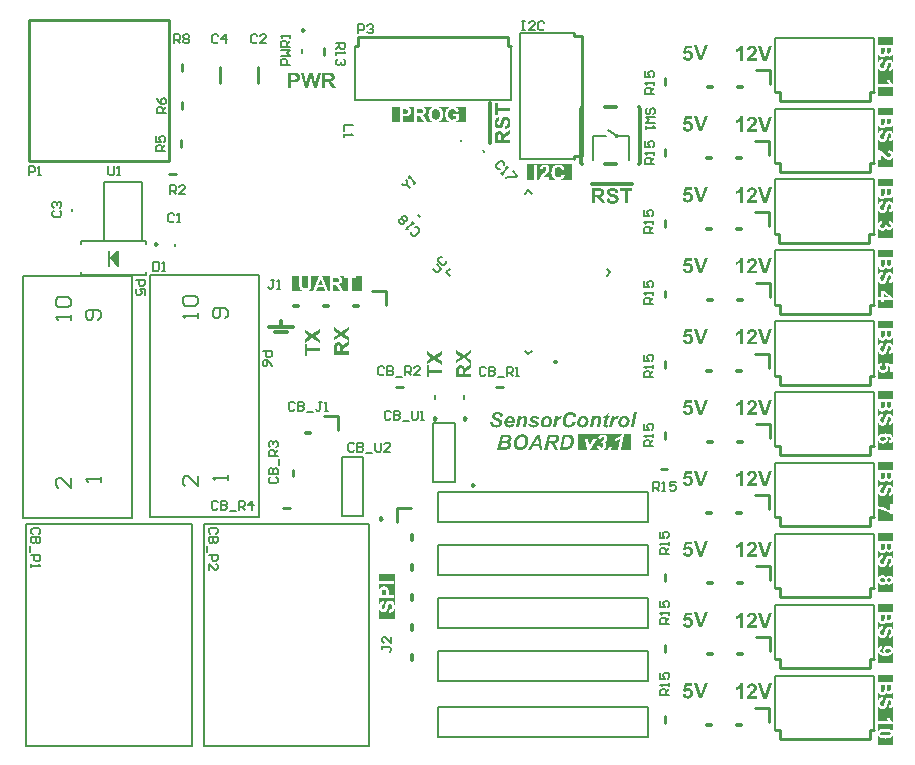
<source format=gto>
G04*
G04 #@! TF.GenerationSoftware,Altium Limited,Altium Designer,21.8.1 (53)*
G04*
G04 Layer_Color=65535*
%FSLAX25Y25*%
%MOIN*%
G70*
G04*
G04 #@! TF.SameCoordinates,15BDF6F2-E804-41EB-80EB-1D885EA959A2*
G04*
G04*
G04 #@! TF.FilePolarity,Positive*
G04*
G01*
G75*
%ADD10C,0.00800*%
%ADD11C,0.00984*%
%ADD12C,0.01000*%
%ADD13C,0.01200*%
%ADD14C,0.01000*%
%ADD15C,0.00787*%
%ADD16C,0.01181*%
%ADD17C,0.00500*%
G36*
X445178Y292223D02*
X445262Y292215D01*
X445354Y292207D01*
X445454Y292192D01*
X445562Y292177D01*
X445792Y292130D01*
X446030Y292054D01*
X446145Y292007D01*
X446253Y291946D01*
X446360Y291885D01*
X446453Y291808D01*
X446460Y291800D01*
X446476Y291785D01*
X446499Y291762D01*
X446529Y291731D01*
X446568Y291693D01*
X446606Y291639D01*
X446652Y291578D01*
X446698Y291508D01*
X446744Y291432D01*
X446783Y291347D01*
X446867Y291163D01*
X446898Y291055D01*
X446929Y290940D01*
X446952Y290817D01*
X446959Y290694D01*
X445938Y290656D01*
Y290664D01*
Y290671D01*
X445923Y290717D01*
X445907Y290786D01*
X445877Y290871D01*
X445838Y290963D01*
X445792Y291055D01*
X445731Y291140D01*
X445654Y291209D01*
X445646Y291216D01*
X445615Y291240D01*
X445570Y291263D01*
X445500Y291301D01*
X445408Y291332D01*
X445301Y291355D01*
X445170Y291378D01*
X445016Y291386D01*
X444947D01*
X444863Y291378D01*
X444763Y291362D01*
X444656Y291339D01*
X444540Y291309D01*
X444425Y291263D01*
X444325Y291201D01*
X444318Y291194D01*
X444302Y291178D01*
X444279Y291155D01*
X444248Y291117D01*
X444218Y291071D01*
X444195Y291017D01*
X444179Y290955D01*
X444172Y290886D01*
Y290879D01*
Y290856D01*
X444179Y290825D01*
X444187Y290779D01*
X444210Y290733D01*
X444233Y290679D01*
X444272Y290633D01*
X444318Y290579D01*
X444325Y290571D01*
X444356Y290548D01*
X444417Y290518D01*
X444456Y290502D01*
X444510Y290479D01*
X444563Y290448D01*
X444632Y290425D01*
X444702Y290395D01*
X444794Y290372D01*
X444886Y290341D01*
X444993Y290310D01*
X445116Y290272D01*
X445247Y290241D01*
X445255D01*
X445278Y290233D01*
X445316Y290226D01*
X445370Y290210D01*
X445431Y290195D01*
X445500Y290172D01*
X445662Y290134D01*
X445846Y290072D01*
X446023Y290018D01*
X446199Y289949D01*
X446276Y289919D01*
X446345Y289880D01*
X446353D01*
X446360Y289873D01*
X446407Y289849D01*
X446468Y289803D01*
X446545Y289750D01*
X446637Y289673D01*
X446729Y289588D01*
X446814Y289481D01*
X446898Y289366D01*
X446906Y289350D01*
X446929Y289312D01*
X446967Y289235D01*
X447006Y289143D01*
X447036Y289028D01*
X447075Y288890D01*
X447098Y288736D01*
X447106Y288567D01*
Y288559D01*
Y288544D01*
Y288521D01*
Y288490D01*
X447090Y288406D01*
X447075Y288298D01*
X447044Y288175D01*
X447006Y288037D01*
X446944Y287891D01*
X446860Y287745D01*
Y287737D01*
X446852Y287730D01*
X446814Y287684D01*
X446760Y287615D01*
X446683Y287538D01*
X446591Y287446D01*
X446468Y287353D01*
X446338Y287261D01*
X446176Y287185D01*
X446169D01*
X446153Y287177D01*
X446130Y287169D01*
X446099Y287154D01*
X446053Y287146D01*
X446007Y287131D01*
X445946Y287115D01*
X445877Y287100D01*
X445715Y287062D01*
X445531Y287039D01*
X445324Y287016D01*
X445086Y287008D01*
X444993D01*
X444924Y287016D01*
X444847Y287023D01*
X444755Y287031D01*
X444656Y287046D01*
X444540Y287062D01*
X444302Y287115D01*
X444179Y287154D01*
X444057Y287192D01*
X443941Y287246D01*
X443826Y287300D01*
X443711Y287369D01*
X443611Y287446D01*
X443603Y287453D01*
X443588Y287469D01*
X443565Y287492D01*
X443527Y287530D01*
X443488Y287576D01*
X443442Y287630D01*
X443396Y287699D01*
X443342Y287768D01*
X443289Y287860D01*
X443235Y287952D01*
X443189Y288060D01*
X443135Y288175D01*
X443096Y288298D01*
X443058Y288436D01*
X443027Y288582D01*
X443004Y288736D01*
X443995Y288836D01*
Y288828D01*
X444003Y288813D01*
Y288790D01*
X444010Y288751D01*
X444033Y288667D01*
X444072Y288551D01*
X444118Y288436D01*
X444179Y288314D01*
X444256Y288198D01*
X444348Y288098D01*
X444364Y288091D01*
X444402Y288060D01*
X444463Y288029D01*
X444548Y287983D01*
X444656Y287945D01*
X444778Y287906D01*
X444924Y287876D01*
X445093Y287868D01*
X445178D01*
X445262Y287876D01*
X445370Y287891D01*
X445493Y287922D01*
X445615Y287952D01*
X445731Y288006D01*
X445831Y288075D01*
X445838Y288083D01*
X445869Y288114D01*
X445907Y288152D01*
X445961Y288214D01*
X446007Y288283D01*
X446046Y288367D01*
X446076Y288459D01*
X446084Y288559D01*
Y288567D01*
Y288590D01*
X446076Y288621D01*
X446069Y288667D01*
X446038Y288759D01*
X446015Y288813D01*
X445976Y288859D01*
X445969Y288866D01*
X445954Y288882D01*
X445930Y288905D01*
X445892Y288936D01*
X445838Y288974D01*
X445777Y289005D01*
X445700Y289043D01*
X445608Y289082D01*
X445600D01*
X445570Y289097D01*
X445516Y289112D01*
X445439Y289135D01*
X445393Y289151D01*
X445331Y289166D01*
X445270Y289181D01*
X445193Y289204D01*
X445109Y289227D01*
X445016Y289250D01*
X444917Y289274D01*
X444802Y289304D01*
X444794D01*
X444763Y289312D01*
X444725Y289327D01*
X444671Y289343D01*
X444602Y289358D01*
X444525Y289381D01*
X444356Y289442D01*
X444164Y289511D01*
X443972Y289596D01*
X443803Y289696D01*
X443726Y289750D01*
X443657Y289803D01*
X443649Y289811D01*
X443634Y289826D01*
X443611Y289849D01*
X443588Y289880D01*
X443550Y289919D01*
X443511Y289965D01*
X443473Y290026D01*
X443427Y290088D01*
X443342Y290233D01*
X443265Y290410D01*
X443242Y290502D01*
X443219Y290602D01*
X443204Y290710D01*
X443196Y290817D01*
Y290825D01*
Y290832D01*
Y290856D01*
Y290886D01*
X443212Y290955D01*
X443227Y291055D01*
X443250Y291163D01*
X443289Y291286D01*
X443342Y291408D01*
X443411Y291539D01*
Y291547D01*
X443419Y291554D01*
X443450Y291593D01*
X443504Y291654D01*
X443573Y291731D01*
X443657Y291815D01*
X443765Y291900D01*
X443888Y291985D01*
X444033Y292054D01*
X444041D01*
X444049Y292061D01*
X444079Y292069D01*
X444110Y292084D01*
X444149Y292092D01*
X444195Y292107D01*
X444310Y292146D01*
X444456Y292177D01*
X444625Y292199D01*
X444817Y292223D01*
X445024Y292230D01*
X445116D01*
X445178Y292223D01*
D02*
G37*
G36*
X451606Y291293D02*
X450124D01*
Y287100D01*
X449102D01*
Y291293D01*
X447620D01*
Y292146D01*
X451606D01*
Y291293D01*
D02*
G37*
G36*
X440516Y292138D02*
X440677D01*
X440762Y292130D01*
X440954Y292115D01*
X441146Y292084D01*
X441330Y292054D01*
X441415Y292031D01*
X441484Y292007D01*
X441491D01*
X441499Y292000D01*
X441545Y291985D01*
X441614Y291946D01*
X441699Y291892D01*
X441791Y291823D01*
X441891Y291739D01*
X441983Y291639D01*
X442075Y291516D01*
X442083Y291501D01*
X442113Y291455D01*
X442144Y291386D01*
X442190Y291286D01*
X442229Y291170D01*
X442267Y291040D01*
X442290Y290886D01*
X442298Y290725D01*
Y290717D01*
Y290702D01*
Y290671D01*
X442290Y290633D01*
Y290579D01*
X442282Y290525D01*
X442259Y290395D01*
X442213Y290249D01*
X442152Y290088D01*
X442075Y289934D01*
X442021Y289857D01*
X441960Y289788D01*
Y289780D01*
X441945Y289773D01*
X441922Y289757D01*
X441898Y289727D01*
X441860Y289703D01*
X441822Y289665D01*
X441768Y289627D01*
X441714Y289588D01*
X441645Y289550D01*
X441576Y289511D01*
X441491Y289473D01*
X441399Y289435D01*
X441307Y289396D01*
X441199Y289366D01*
X441092Y289343D01*
X440969Y289319D01*
X440977D01*
X440984Y289312D01*
X441023Y289289D01*
X441084Y289250D01*
X441161Y289197D01*
X441246Y289135D01*
X441338Y289058D01*
X441430Y288982D01*
X441514Y288897D01*
X441522Y288890D01*
X441553Y288851D01*
X441599Y288797D01*
X441668Y288713D01*
X441752Y288598D01*
X441845Y288459D01*
X441906Y288375D01*
X441960Y288283D01*
X442021Y288191D01*
X442090Y288083D01*
X442705Y287100D01*
X441484D01*
X440762Y288191D01*
X440754Y288198D01*
X440746Y288214D01*
X440723Y288244D01*
X440700Y288283D01*
X440670Y288336D01*
X440631Y288383D01*
X440547Y288506D01*
X440462Y288636D01*
X440370Y288751D01*
X440286Y288859D01*
X440255Y288905D01*
X440224Y288936D01*
X440216Y288943D01*
X440201Y288959D01*
X440170Y288989D01*
X440132Y289020D01*
X440032Y289089D01*
X439978Y289120D01*
X439917Y289143D01*
X439909D01*
X439886Y289151D01*
X439848Y289166D01*
X439794Y289174D01*
X439725Y289189D01*
X439641Y289197D01*
X439533Y289204D01*
X439210D01*
Y287100D01*
X438189D01*
Y292146D01*
X440447D01*
X440516Y292138D01*
D02*
G37*
G36*
X448057Y209944D02*
X447911Y209813D01*
X447757Y209683D01*
X447596Y209568D01*
X447265Y209345D01*
X447104Y209245D01*
X446951Y209153D01*
X446805Y209068D01*
X446666Y208999D01*
X446544Y208938D01*
X446436Y208884D01*
X446352Y208838D01*
X446282Y208807D01*
X446244Y208792D01*
X446229Y208784D01*
X446044Y207901D01*
X446167Y207932D01*
X446290Y207962D01*
X446405Y208001D01*
X446521Y208039D01*
X446613Y208078D01*
X446690Y208101D01*
X446720Y208116D01*
X446743Y208124D01*
X446751Y208132D01*
X446759D01*
X446905Y208193D01*
X447035Y208262D01*
X447158Y208324D01*
X447265Y208377D01*
X447350Y208431D01*
X447411Y208469D01*
X447450Y208492D01*
X447465Y208500D01*
X446743Y205013D01*
X446044D01*
Y210082D01*
X448195D01*
X448057Y209944D01*
D02*
G37*
G36*
X448802Y210082D02*
X451090D01*
Y204921D01*
X433465D01*
Y210082D01*
X439701D01*
D01*
X441866D01*
X441744Y210074D01*
X441621Y210059D01*
X441513Y210044D01*
X441406Y210013D01*
X441214Y209936D01*
X441121Y209898D01*
X441045Y209859D01*
X440976Y209813D01*
X440914Y209775D01*
X440860Y209737D01*
X440814Y209698D01*
X440776Y209667D01*
X440753Y209652D01*
X440737Y209637D01*
X440730Y209629D01*
X440622Y209506D01*
X440522Y209368D01*
X440446Y209230D01*
X440377Y209091D01*
X440323Y208969D01*
X440300Y208915D01*
X440284Y208869D01*
X440269Y208830D01*
X440261Y208800D01*
X440254Y208784D01*
Y208777D01*
X441152Y208600D01*
X441191Y208731D01*
X441229Y208838D01*
X441275Y208930D01*
X441321Y209007D01*
X441352Y209061D01*
X441383Y209099D01*
X441406Y209122D01*
X441413Y209130D01*
X441475Y209184D01*
X441544Y209222D01*
X441613Y209253D01*
X441667Y209268D01*
X441721Y209283D01*
X441759Y209291D01*
X441797D01*
X441874Y209283D01*
X441951Y209268D01*
X442012Y209245D01*
X442059Y209222D01*
X442105Y209191D01*
X442135Y209168D01*
X442151Y209153D01*
X442158Y209145D01*
X442204Y209084D01*
X442243Y209022D01*
X442266Y208961D01*
X442289Y208892D01*
X442297Y208838D01*
X442304Y208792D01*
Y208761D01*
Y208754D01*
X442297Y208631D01*
X442274Y208523D01*
X442235Y208431D01*
X442204Y208354D01*
X442166Y208293D01*
X442128Y208247D01*
X442105Y208216D01*
X442097Y208208D01*
X442012Y208139D01*
X441913Y208093D01*
X441813Y208055D01*
X441721Y208032D01*
X441636Y208016D01*
X441559Y208009D01*
X441398D01*
X441229Y207194D01*
X441283Y207202D01*
X441337Y207210D01*
X441383D01*
X441490Y207202D01*
X441590Y207179D01*
X441675Y207149D01*
X441744Y207118D01*
X441797Y207087D01*
X441836Y207056D01*
X441859Y207033D01*
X441866Y207026D01*
X441928Y206949D01*
X441974Y206872D01*
X442005Y206787D01*
X442028Y206711D01*
X442043Y206642D01*
X442051Y206588D01*
Y206549D01*
Y206534D01*
X442043Y206411D01*
X442020Y206296D01*
X441982Y206196D01*
X441943Y206112D01*
X441897Y206043D01*
X441866Y205989D01*
X441836Y205958D01*
X441828Y205950D01*
X441744Y205874D01*
X441644Y205820D01*
X441552Y205781D01*
X441460Y205758D01*
X441383Y205743D01*
X441321Y205728D01*
X441260D01*
X441168Y205735D01*
X441091Y205751D01*
X441022Y205774D01*
X440960Y205804D01*
X440914Y205835D01*
X440883Y205858D01*
X440860Y205874D01*
X440853Y205881D01*
X440799Y205950D01*
X440753Y206035D01*
X440722Y206127D01*
X440691Y206219D01*
X440668Y206304D01*
X440653Y206373D01*
X440645Y206427D01*
Y206434D01*
Y206442D01*
X439701Y206327D01*
X439724Y206204D01*
X439747Y206089D01*
X439816Y205881D01*
X439854Y205781D01*
X439893Y205697D01*
X439939Y205620D01*
X439985Y205551D01*
X440023Y205490D01*
X440062Y205436D01*
X440100Y205390D01*
X440131Y205351D01*
X440162Y205321D01*
X440185Y205298D01*
X440192Y205290D01*
X440200Y205282D01*
X440277Y205221D01*
X440361Y205167D01*
X440538Y205075D01*
X440715Y205013D01*
X440883Y204967D01*
X441029Y204944D01*
X441091Y204929D01*
X441145D01*
X441191Y204921D01*
X439701D01*
D01*
X441252D01*
X441413Y204929D01*
X441559Y204952D01*
X441698Y204983D01*
X441836Y205021D01*
X441959Y205067D01*
X442074Y205121D01*
X442181Y205182D01*
X442274Y205244D01*
X442358Y205298D01*
X442435Y205359D01*
X442496Y205413D01*
X442550Y205459D01*
X442596Y205497D01*
X442627Y205528D01*
X442642Y205551D01*
X442650Y205559D01*
X442719Y205651D01*
X442780Y205735D01*
X442834Y205827D01*
X442880Y205920D01*
X442949Y206089D01*
X443003Y206250D01*
X443026Y206388D01*
X443034Y206442D01*
X443042Y206496D01*
X443049Y206534D01*
Y206565D01*
Y206580D01*
Y206588D01*
X443042Y206695D01*
X443026Y206795D01*
X443003Y206895D01*
X442972Y206979D01*
X442942Y207049D01*
X442919Y207102D01*
X442903Y207133D01*
X442896Y207149D01*
X442834Y207248D01*
X442757Y207333D01*
X442681Y207402D01*
X442604Y207471D01*
X442527Y207517D01*
X442473Y207556D01*
X442435Y207578D01*
X442419Y207586D01*
X442558Y207648D01*
X442688Y207717D01*
X442796Y207794D01*
X442888Y207870D01*
X442957Y207940D01*
X443011Y207993D01*
X443042Y208032D01*
X443049Y208047D01*
X443126Y208170D01*
X443187Y208293D01*
X443226Y208416D01*
X443257Y208523D01*
X443272Y208623D01*
X443287Y208692D01*
Y208861D01*
X443272Y208961D01*
X443233Y209138D01*
X443172Y209299D01*
X443111Y209429D01*
X443042Y209537D01*
X443011Y209583D01*
X442980Y209621D01*
X442957Y209652D01*
X442942Y209675D01*
X442934Y209683D01*
X442926Y209690D01*
X442857Y209760D01*
X442780Y209821D01*
X442696Y209875D01*
X442611Y209921D01*
X442435Y209990D01*
X442258Y210036D01*
X442105Y210059D01*
X442043Y210067D01*
X441982Y210074D01*
X441936Y210082D01*
X443287D01*
D01*
X446044D01*
Y205013D01*
X448802D01*
X447742D01*
X448802Y210082D01*
D01*
D02*
G37*
G36*
X430278Y210051D02*
X430393D01*
X430493Y210044D01*
X430539D01*
X430570Y210036D01*
X430585D01*
X430624Y210029D01*
X430685Y210021D01*
X430762Y210005D01*
X430847Y209990D01*
X430939Y209967D01*
X431131Y209906D01*
X431138Y209898D01*
X431169Y209890D01*
X431223Y209867D01*
X431277Y209837D01*
X431346Y209798D01*
X431423Y209752D01*
X431499Y209698D01*
X431576Y209637D01*
X431584Y209629D01*
X431614Y209606D01*
X431653Y209568D01*
X431699Y209522D01*
X431753Y209460D01*
X431814Y209391D01*
X431876Y209314D01*
X431929Y209222D01*
X431937Y209214D01*
X431952Y209176D01*
X431983Y209130D01*
X432014Y209061D01*
X432045Y208976D01*
X432083Y208876D01*
X432121Y208769D01*
X432152Y208654D01*
X432160Y208638D01*
X432167Y208600D01*
X432183Y208531D01*
X432198Y208446D01*
X432214Y208347D01*
X432221Y208231D01*
X432237Y208101D01*
Y207962D01*
Y207955D01*
Y207924D01*
Y207886D01*
X432229Y207824D01*
Y207755D01*
X432221Y207671D01*
X432214Y207578D01*
X432198Y207479D01*
X432160Y207248D01*
X432106Y207010D01*
X432029Y206757D01*
X431922Y206511D01*
Y206503D01*
X431906Y206480D01*
X431891Y206450D01*
X431868Y206403D01*
X431837Y206357D01*
X431799Y206296D01*
X431707Y206150D01*
X431592Y205989D01*
X431461Y205827D01*
X431307Y205659D01*
X431138Y205513D01*
X431131D01*
X431123Y205497D01*
X431100Y205482D01*
X431077Y205467D01*
X430992Y205413D01*
X430885Y205351D01*
X430754Y205282D01*
X430593Y205205D01*
X430409Y205144D01*
X430209Y205083D01*
X430194D01*
X430178Y205075D01*
X430148D01*
X430117Y205067D01*
X430071Y205060D01*
X430025Y205052D01*
X429963D01*
X429894Y205044D01*
X429825Y205036D01*
X429741Y205029D01*
X429648Y205021D01*
X429556D01*
X429449Y205013D01*
X427437D01*
X428481Y210059D01*
X430155D01*
X430278Y210051D01*
D02*
G37*
G36*
X425847D02*
X425977Y210044D01*
X426123Y210029D01*
X426269Y210005D01*
X426415Y209975D01*
X426546Y209936D01*
X426561Y209929D01*
X426600Y209913D01*
X426661Y209882D01*
X426730Y209837D01*
X426815Y209783D01*
X426899Y209706D01*
X426991Y209614D01*
X427068Y209499D01*
X427076Y209483D01*
X427099Y209445D01*
X427129Y209376D01*
X427168Y209283D01*
X427206Y209176D01*
X427237Y209045D01*
X427260Y208892D01*
X427268Y208731D01*
Y208723D01*
Y208700D01*
Y208669D01*
X427260Y208623D01*
Y208569D01*
X427245Y208508D01*
X427222Y208362D01*
X427176Y208193D01*
X427106Y208016D01*
X427060Y207924D01*
X427014Y207840D01*
X426953Y207755D01*
X426884Y207671D01*
X426876Y207663D01*
X426868Y207655D01*
X426845Y207632D01*
X426815Y207602D01*
X426768Y207571D01*
X426722Y207533D01*
X426661Y207494D01*
X426592Y207448D01*
X426515Y207410D01*
X426431Y207364D01*
X426331Y207317D01*
X426231Y207279D01*
X426116Y207241D01*
X425993Y207210D01*
X425862Y207179D01*
X425716Y207156D01*
X425724Y207149D01*
X425747Y207125D01*
X425785Y207079D01*
X425839Y207026D01*
X425893Y206957D01*
X425962Y206880D01*
X426023Y206787D01*
X426093Y206680D01*
X426100Y206672D01*
X426108Y206649D01*
X426131Y206618D01*
X426154Y206573D01*
X426185Y206511D01*
X426223Y206434D01*
X426269Y206350D01*
X426323Y206250D01*
X426377Y206135D01*
X426431Y206012D01*
X426500Y205874D01*
X426569Y205728D01*
X426638Y205566D01*
X426715Y205397D01*
X426791Y205213D01*
X426868Y205013D01*
X425755D01*
Y205021D01*
X425747Y205036D01*
X425739Y205060D01*
X425724Y205090D01*
X425709Y205136D01*
X425693Y205198D01*
X425663Y205259D01*
X425639Y205336D01*
X425601Y205428D01*
X425563Y205520D01*
X425524Y205635D01*
X425470Y205751D01*
X425417Y205881D01*
X425363Y206027D01*
X425294Y206181D01*
X425225Y206342D01*
Y206350D01*
X425217Y206365D01*
X425202Y206388D01*
X425186Y206419D01*
X425148Y206503D01*
X425086Y206611D01*
X425017Y206718D01*
X424941Y206826D01*
X424856Y206926D01*
X424772Y207002D01*
X424764Y207010D01*
X424741Y207018D01*
X424703Y207033D01*
X424649Y207056D01*
X424580Y207072D01*
X424487Y207087D01*
X424380Y207095D01*
X424249Y207102D01*
X423827D01*
X423389Y205013D01*
X422360D01*
X423405Y210059D01*
X425793D01*
X425847Y210051D01*
D02*
G37*
G36*
X421707Y205013D02*
X420724D01*
X420555Y206127D01*
X418559D01*
X417952Y205013D01*
X416877D01*
X419718Y210059D01*
X420893D01*
X421707Y205013D01*
D02*
G37*
G36*
X409773Y210051D02*
X409903D01*
X410034Y210044D01*
X410149Y210036D01*
X410203Y210029D01*
X410249Y210021D01*
X410264D01*
X410310Y210013D01*
X410379Y209998D01*
X410464Y209975D01*
X410564Y209944D01*
X410671Y209913D01*
X410779Y209867D01*
X410879Y209813D01*
X410894Y209806D01*
X410925Y209783D01*
X410971Y209752D01*
X411024Y209706D01*
X411086Y209645D01*
X411155Y209575D01*
X411216Y209491D01*
X411270Y209399D01*
X411278Y209391D01*
X411293Y209353D01*
X411316Y209299D01*
X411339Y209230D01*
X411362Y209145D01*
X411385Y209053D01*
X411401Y208946D01*
X411408Y208830D01*
Y208823D01*
Y208815D01*
Y208792D01*
Y208761D01*
X411393Y208684D01*
X411378Y208585D01*
X411347Y208469D01*
X411309Y208347D01*
X411247Y208224D01*
X411170Y208101D01*
X411163Y208085D01*
X411124Y208047D01*
X411070Y207993D01*
X410994Y207924D01*
X410894Y207855D01*
X410771Y207770D01*
X410625Y207701D01*
X410456Y207632D01*
X410464D01*
X410471Y207625D01*
X410518Y207609D01*
X410587Y207586D01*
X410679Y207548D01*
X410771Y207494D01*
X410871Y207425D01*
X410971Y207348D01*
X411055Y207248D01*
X411063Y207233D01*
X411094Y207202D01*
X411124Y207149D01*
X411170Y207072D01*
X411209Y206979D01*
X411247Y206880D01*
X411270Y206757D01*
X411278Y206634D01*
Y206626D01*
Y206611D01*
Y206588D01*
Y206557D01*
X411270Y206519D01*
X411263Y206473D01*
X411247Y206357D01*
X411216Y206227D01*
X411170Y206081D01*
X411101Y205927D01*
X411017Y205774D01*
Y205766D01*
X411001Y205758D01*
X410971Y205705D01*
X410909Y205635D01*
X410832Y205551D01*
X410725Y205451D01*
X410602Y205359D01*
X410464Y205267D01*
X410302Y205190D01*
X410295D01*
X410280Y205182D01*
X410256Y205175D01*
X410218Y205159D01*
X410172Y205152D01*
X410118Y205136D01*
X410049Y205121D01*
X409980Y205106D01*
X409896Y205083D01*
X409803Y205067D01*
X409703Y205052D01*
X409588Y205044D01*
X409473Y205029D01*
X409342Y205021D01*
X409212Y205013D01*
X406693D01*
X407737Y210059D01*
X409657D01*
X409773Y210051D01*
D02*
G37*
G36*
X415079Y210136D02*
X415156Y210128D01*
X415248Y210113D01*
X415356Y210098D01*
X415463Y210074D01*
X415579Y210044D01*
X415702Y209998D01*
X415824Y209952D01*
X415955Y209898D01*
X416078Y209829D01*
X416201Y209752D01*
X416316Y209660D01*
X416431Y209560D01*
X416439Y209552D01*
X416454Y209537D01*
X416485Y209499D01*
X416523Y209453D01*
X416569Y209399D01*
X416615Y209322D01*
X416669Y209245D01*
X416723Y209145D01*
X416777Y209045D01*
X416830Y208930D01*
X416877Y208800D01*
X416923Y208661D01*
X416961Y208516D01*
X416992Y208362D01*
X417007Y208193D01*
X417015Y208016D01*
Y208009D01*
Y207978D01*
Y207940D01*
X417007Y207878D01*
Y207809D01*
X416992Y207724D01*
X416984Y207632D01*
X416969Y207525D01*
X416946Y207410D01*
X416923Y207287D01*
X416854Y207026D01*
X416815Y206887D01*
X416761Y206749D01*
X416708Y206603D01*
X416639Y206465D01*
X416631Y206457D01*
X416623Y206434D01*
X416600Y206396D01*
X416569Y206342D01*
X416531Y206281D01*
X416485Y206211D01*
X416431Y206127D01*
X416370Y206043D01*
X416224Y205858D01*
X416047Y205666D01*
X415847Y205482D01*
X415732Y205397D01*
X415617Y205321D01*
X415609Y205313D01*
X415586Y205305D01*
X415556Y205282D01*
X415502Y205259D01*
X415440Y205228D01*
X415371Y205198D01*
X415287Y205159D01*
X415195Y205121D01*
X415095Y205083D01*
X414980Y205044D01*
X414857Y205013D01*
X414734Y204983D01*
X414457Y204937D01*
X414312Y204929D01*
X414165Y204921D01*
X414096D01*
X414050Y204929D01*
X413989D01*
X413920Y204937D01*
X413835Y204944D01*
X413751Y204960D01*
X413566Y204998D01*
X413367Y205052D01*
X413167Y205129D01*
X412975Y205236D01*
X412967Y205244D01*
X412952Y205252D01*
X412929Y205267D01*
X412898Y205298D01*
X412814Y205367D01*
X412714Y205459D01*
X412599Y205574D01*
X412491Y205705D01*
X412384Y205858D01*
X412299Y206027D01*
Y206035D01*
X412292Y206050D01*
X412284Y206073D01*
X412269Y206112D01*
X412253Y206150D01*
X412238Y206204D01*
X412207Y206327D01*
X412169Y206473D01*
X412138Y206634D01*
X412115Y206810D01*
X412107Y206987D01*
Y206995D01*
Y207010D01*
Y207033D01*
Y207064D01*
X412115Y207102D01*
Y207156D01*
X412123Y207271D01*
X412138Y207417D01*
X412161Y207571D01*
X412192Y207748D01*
X412238Y207932D01*
Y207940D01*
X412246Y207962D01*
X412253Y207993D01*
X412269Y208039D01*
X412292Y208101D01*
X412315Y208170D01*
X412338Y208239D01*
X412368Y208324D01*
X412445Y208500D01*
X412537Y208700D01*
X412645Y208892D01*
X412768Y209084D01*
X412776Y209091D01*
X412783Y209107D01*
X412806Y209130D01*
X412829Y209168D01*
X412914Y209253D01*
X413014Y209368D01*
X413144Y209491D01*
X413305Y209621D01*
X413482Y209744D01*
X413674Y209859D01*
X413682D01*
X413697Y209875D01*
X413728Y209882D01*
X413774Y209906D01*
X413828Y209929D01*
X413889Y209952D01*
X413958Y209975D01*
X414035Y210005D01*
X414127Y210029D01*
X414219Y210051D01*
X414434Y210098D01*
X414672Y210128D01*
X414926Y210144D01*
X415018D01*
X415079Y210136D01*
D02*
G37*
G36*
X406888Y217616D02*
X406965Y217609D01*
X407049Y217601D01*
X407142Y217586D01*
X407241Y217570D01*
X407464Y217524D01*
X407694Y217447D01*
X407802Y217401D01*
X407910Y217340D01*
X408017Y217278D01*
X408109Y217202D01*
X408117Y217194D01*
X408132Y217186D01*
X408155Y217156D01*
X408186Y217125D01*
X408224Y217086D01*
X408271Y217033D01*
X408317Y216971D01*
X408363Y216910D01*
X408409Y216833D01*
X408455Y216748D01*
X408501Y216656D01*
X408547Y216557D01*
X408616Y216334D01*
X408639Y216218D01*
X408655Y216088D01*
X407664Y216050D01*
Y216057D01*
Y216065D01*
X407656Y216111D01*
X407641Y216173D01*
X407618Y216257D01*
X407579Y216341D01*
X407533Y216434D01*
X407472Y216526D01*
X407395Y216602D01*
X407387Y216610D01*
X407357Y216633D01*
X407303Y216664D01*
X407226Y216702D01*
X407134Y216741D01*
X407026Y216772D01*
X406888Y216794D01*
X406735Y216802D01*
X406665D01*
X406589Y216794D01*
X406496Y216787D01*
X406397Y216764D01*
X406297Y216741D01*
X406197Y216702D01*
X406120Y216649D01*
X406112Y216641D01*
X406089Y216618D01*
X406059Y216587D01*
X406028Y216541D01*
X405997Y216487D01*
X405967Y216426D01*
X405943Y216349D01*
X405936Y216265D01*
Y216257D01*
Y216226D01*
X405943Y216188D01*
X405959Y216142D01*
X405974Y216080D01*
X406005Y216019D01*
X406043Y215965D01*
X406097Y215904D01*
X406105Y215896D01*
X406136Y215881D01*
X406182Y215842D01*
X406258Y215804D01*
X406358Y215742D01*
X406420Y215712D01*
X406489Y215681D01*
X406566Y215642D01*
X406650Y215597D01*
X406742Y215558D01*
X406850Y215512D01*
X406857Y215504D01*
X406888Y215497D01*
X406934Y215474D01*
X406988Y215451D01*
X407057Y215420D01*
X407134Y215381D01*
X407311Y215297D01*
X407503Y215197D01*
X407679Y215097D01*
X407764Y215043D01*
X407840Y214990D01*
X407902Y214944D01*
X407956Y214898D01*
X407963D01*
X407971Y214882D01*
X408009Y214836D01*
X408071Y214759D01*
X408140Y214660D01*
X408201Y214529D01*
X408263Y214383D01*
X408301Y214206D01*
X408317Y214114D01*
Y214014D01*
Y214007D01*
Y213984D01*
Y213953D01*
X408309Y213899D01*
X408301Y213845D01*
X408286Y213776D01*
X408271Y213700D01*
X408248Y213623D01*
X408224Y213530D01*
X408186Y213438D01*
X408148Y213346D01*
X408094Y213246D01*
X408033Y213154D01*
X407963Y213054D01*
X407879Y212962D01*
X407787Y212870D01*
X407779Y212862D01*
X407764Y212847D01*
X407733Y212824D01*
X407687Y212801D01*
X407633Y212762D01*
X407572Y212724D01*
X407495Y212678D01*
X407403Y212640D01*
X407303Y212594D01*
X407195Y212547D01*
X407072Y212509D01*
X406942Y212478D01*
X406796Y212448D01*
X406650Y212425D01*
X406481Y212409D01*
X406312Y212402D01*
X406205D01*
X406143Y212409D01*
X406082Y212417D01*
X406005D01*
X405928Y212432D01*
X405752Y212455D01*
X405559Y212494D01*
X405368Y212547D01*
X405183Y212617D01*
X405175D01*
X405160Y212624D01*
X405137Y212640D01*
X405106Y212655D01*
X405022Y212709D01*
X404922Y212770D01*
X404807Y212862D01*
X404699Y212962D01*
X404592Y213085D01*
X404507Y213223D01*
Y213231D01*
X404500Y213239D01*
X404492Y213262D01*
X404477Y213293D01*
X404446Y213377D01*
X404415Y213485D01*
X404377Y213615D01*
X404354Y213769D01*
X404331Y213938D01*
Y214122D01*
X405321Y214176D01*
Y214168D01*
Y214153D01*
Y214130D01*
X405329Y214099D01*
X405337Y214014D01*
X405344Y213914D01*
X405368Y213815D01*
X405398Y213707D01*
X405437Y213615D01*
X405483Y213538D01*
X405490Y213530D01*
X405529Y213500D01*
X405583Y213454D01*
X405675Y213408D01*
X405721Y213377D01*
X405782Y213354D01*
X405851Y213331D01*
X405928Y213316D01*
X406013Y213293D01*
X406105Y213285D01*
X406212Y213269D01*
X406404D01*
X406496Y213277D01*
X406604Y213293D01*
X406727Y213316D01*
X406850Y213346D01*
X406965Y213385D01*
X407065Y213446D01*
X407072Y213454D01*
X407103Y213477D01*
X407142Y213515D01*
X407180Y213569D01*
X407226Y213638D01*
X407257Y213715D01*
X407288Y213799D01*
X407295Y213892D01*
Y213899D01*
Y213930D01*
X407288Y213968D01*
X407272Y214022D01*
X407249Y214084D01*
X407211Y214145D01*
X407165Y214206D01*
X407103Y214268D01*
X407095Y214276D01*
X407072Y214291D01*
X407034Y214322D01*
X406965Y214360D01*
X406919Y214383D01*
X406873Y214406D01*
X406811Y214437D01*
X406742Y214475D01*
X406665Y214506D01*
X406581Y214544D01*
X406489Y214590D01*
X406381Y214636D01*
X406374D01*
X406358Y214644D01*
X406327Y214660D01*
X406289Y214683D01*
X406235Y214698D01*
X406182Y214729D01*
X406059Y214782D01*
X405913Y214851D01*
X405774Y214921D01*
X405636Y214990D01*
X405521Y215059D01*
X405506Y215067D01*
X405475Y215090D01*
X405429Y215128D01*
X405368Y215182D01*
X405298Y215243D01*
X405229Y215320D01*
X405160Y215405D01*
X405099Y215504D01*
X405091Y215520D01*
X405076Y215550D01*
X405053Y215612D01*
X405022Y215689D01*
X404991Y215781D01*
X404968Y215888D01*
X404953Y216011D01*
X404945Y216142D01*
Y216149D01*
Y216173D01*
Y216203D01*
X404953Y216249D01*
X404960Y216303D01*
X404968Y216365D01*
X405007Y216510D01*
X405060Y216679D01*
X405099Y216772D01*
X405137Y216856D01*
X405191Y216948D01*
X405252Y217033D01*
X405321Y217117D01*
X405406Y217202D01*
X405414Y217209D01*
X405429Y217217D01*
X405452Y217240D01*
X405490Y217271D01*
X405537Y217301D01*
X405598Y217332D01*
X405667Y217371D01*
X405744Y217417D01*
X405836Y217455D01*
X405936Y217493D01*
X406043Y217524D01*
X406166Y217555D01*
X406297Y217586D01*
X406435Y217609D01*
X406581Y217616D01*
X406742Y217624D01*
X406827D01*
X406888Y217616D01*
D02*
G37*
G36*
X431226D02*
X431295Y217609D01*
X431372Y217601D01*
X431464Y217586D01*
X431556Y217570D01*
X431771Y217516D01*
X431879Y217478D01*
X431986Y217440D01*
X432102Y217386D01*
X432209Y217324D01*
X432309Y217255D01*
X432409Y217179D01*
X432416Y217171D01*
X432432Y217156D01*
X432455Y217132D01*
X432493Y217102D01*
X432532Y217056D01*
X432578Y217002D01*
X432624Y216940D01*
X432678Y216864D01*
X432724Y216787D01*
X432777Y216695D01*
X432831Y216595D01*
X432877Y216495D01*
X432916Y216380D01*
X432954Y216257D01*
X432985Y216126D01*
X433008Y215988D01*
X432017Y215896D01*
Y215904D01*
X432009Y215919D01*
Y215934D01*
X432002Y215965D01*
X431979Y216042D01*
X431948Y216142D01*
X431902Y216242D01*
X431848Y216349D01*
X431779Y216449D01*
X431695Y216533D01*
X431687Y216541D01*
X431656Y216564D01*
X431602Y216595D01*
X431533Y216633D01*
X431441Y216672D01*
X431334Y216702D01*
X431211Y216725D01*
X431073Y216733D01*
X431034D01*
X431003Y216725D01*
X430919Y216718D01*
X430811Y216702D01*
X430688Y216664D01*
X430550Y216618D01*
X430412Y216557D01*
X430266Y216464D01*
X430258D01*
X430251Y216449D01*
X430205Y216418D01*
X430135Y216349D01*
X430051Y216265D01*
X429959Y216149D01*
X429859Y216011D01*
X429767Y215842D01*
X429675Y215642D01*
Y215635D01*
X429667Y215619D01*
X429652Y215589D01*
X429644Y215550D01*
X429621Y215497D01*
X429606Y215435D01*
X429583Y215374D01*
X429567Y215297D01*
X429521Y215128D01*
X429490Y214944D01*
X429460Y214744D01*
X429452Y214537D01*
Y214529D01*
Y214514D01*
Y214475D01*
X429460Y214437D01*
Y214383D01*
X429467Y214329D01*
X429490Y214191D01*
X429521Y214045D01*
X429575Y213884D01*
X429644Y213738D01*
X429736Y213600D01*
X429751Y213584D01*
X429790Y213546D01*
X429851Y213492D01*
X429936Y213438D01*
X430043Y213377D01*
X430166Y213323D01*
X430304Y213285D01*
X430381Y213277D01*
X430458Y213269D01*
X430497D01*
X430527Y213277D01*
X430604Y213285D01*
X430704Y213300D01*
X430819Y213331D01*
X430942Y213377D01*
X431073Y213446D01*
X431195Y213530D01*
X431203D01*
X431211Y213546D01*
X431249Y213577D01*
X431311Y213638D01*
X431387Y213722D01*
X431464Y213838D01*
X431549Y213968D01*
X431633Y214122D01*
X431702Y214306D01*
X432747Y214145D01*
Y214137D01*
X432731Y214106D01*
X432716Y214060D01*
X432693Y214007D01*
X432655Y213938D01*
X432616Y213853D01*
X432570Y213761D01*
X432516Y213661D01*
X432386Y213454D01*
X432232Y213239D01*
X432040Y213031D01*
X431940Y212931D01*
X431825Y212847D01*
X431817Y212839D01*
X431794Y212832D01*
X431764Y212809D01*
X431718Y212778D01*
X431656Y212747D01*
X431587Y212709D01*
X431510Y212663D01*
X431418Y212624D01*
X431318Y212586D01*
X431203Y212540D01*
X431088Y212501D01*
X430957Y212471D01*
X430827Y212440D01*
X430688Y212425D01*
X430543Y212409D01*
X430389Y212402D01*
X430351D01*
X430304Y212409D01*
X430235D01*
X430159Y212417D01*
X430066Y212432D01*
X429974Y212448D01*
X429867Y212471D01*
X429751Y212501D01*
X429629Y212540D01*
X429513Y212578D01*
X429390Y212632D01*
X429275Y212701D01*
X429160Y212770D01*
X429045Y212855D01*
X428945Y212954D01*
X428937Y212962D01*
X428922Y212978D01*
X428899Y213016D01*
X428868Y213062D01*
X428822Y213116D01*
X428784Y213185D01*
X428738Y213269D01*
X428692Y213369D01*
X428638Y213477D01*
X428592Y213600D01*
X428553Y213730D01*
X428515Y213876D01*
X428477Y214030D01*
X428454Y214199D01*
X428438Y214383D01*
X428431Y214575D01*
Y214583D01*
Y214613D01*
Y214660D01*
X428438Y214721D01*
Y214798D01*
X428446Y214882D01*
X428461Y214982D01*
X428477Y215097D01*
X428492Y215212D01*
X428515Y215335D01*
X428577Y215604D01*
X428661Y215881D01*
X428715Y216011D01*
X428776Y216149D01*
X428784Y216157D01*
X428792Y216180D01*
X428815Y216218D01*
X428838Y216265D01*
X428876Y216326D01*
X428914Y216395D01*
X429030Y216557D01*
X429160Y216733D01*
X429329Y216910D01*
X429521Y217086D01*
X429621Y217163D01*
X429736Y217240D01*
X429744Y217248D01*
X429767Y217255D01*
X429798Y217278D01*
X429844Y217301D01*
X429905Y217332D01*
X429974Y217363D01*
X430051Y217394D01*
X430135Y217432D01*
X430235Y217470D01*
X430343Y217501D01*
X430566Y217563D01*
X430819Y217609D01*
X430950Y217616D01*
X431088Y217624D01*
X431165D01*
X431226Y217616D01*
D02*
G37*
G36*
X440434Y216234D02*
X440511Y216226D01*
X440619Y216211D01*
X440734Y216173D01*
X440849Y216126D01*
X440964Y216065D01*
X441072Y215973D01*
X441087Y215957D01*
X441118Y215927D01*
X441156Y215865D01*
X441210Y215789D01*
X441256Y215689D01*
X441302Y215573D01*
X441333Y215435D01*
X441341Y215282D01*
Y215274D01*
Y215243D01*
X441333Y215189D01*
X441325Y215120D01*
X441310Y215020D01*
X441287Y214890D01*
X441256Y214736D01*
X441241Y214652D01*
X441218Y214552D01*
X440772Y212494D01*
X439797D01*
X440242Y214560D01*
Y214567D01*
X440250Y214583D01*
Y214606D01*
X440258Y214636D01*
X440273Y214713D01*
X440288Y214805D01*
X440304Y214898D01*
X440327Y214990D01*
X440335Y215059D01*
X440342Y215090D01*
Y215113D01*
Y215120D01*
Y215143D01*
X440335Y215182D01*
X440327Y215220D01*
X440311Y215274D01*
X440296Y215320D01*
X440265Y215374D01*
X440227Y215420D01*
X440219Y215427D01*
X440204Y215435D01*
X440181Y215458D01*
X440143Y215481D01*
X440097Y215497D01*
X440043Y215520D01*
X439981Y215527D01*
X439904Y215535D01*
X439866D01*
X439820Y215527D01*
X439759Y215512D01*
X439689Y215489D01*
X439605Y215458D01*
X439513Y215412D01*
X439413Y215351D01*
X439398Y215343D01*
X439367Y215320D01*
X439321Y215274D01*
X439259Y215220D01*
X439190Y215151D01*
X439121Y215067D01*
X439044Y214974D01*
X438983Y214867D01*
X438975Y214859D01*
X438968Y214821D01*
X438944Y214767D01*
X438929Y214721D01*
X438914Y214675D01*
X438891Y214621D01*
X438875Y214560D01*
X438852Y214491D01*
X438829Y214406D01*
X438806Y214314D01*
X438783Y214222D01*
X438760Y214107D01*
X438729Y213991D01*
X438422Y212494D01*
X437447D01*
X438207Y216149D01*
X439137D01*
X439044Y215666D01*
X439052D01*
X439060Y215681D01*
X439106Y215719D01*
X439175Y215773D01*
X439259Y215834D01*
X439359Y215911D01*
X439474Y215981D01*
X439590Y216050D01*
X439705Y216103D01*
X439720Y216111D01*
X439759Y216126D01*
X439820Y216149D01*
X439904Y216173D01*
X440004Y216196D01*
X440112Y216219D01*
X440235Y216234D01*
X440358Y216242D01*
X440404D01*
X440434Y216234D01*
D02*
G37*
G36*
X415789Y216234D02*
X415866Y216226D01*
X415974Y216211D01*
X416089Y216173D01*
X416204Y216126D01*
X416319Y216065D01*
X416427Y215973D01*
X416442Y215957D01*
X416473Y215927D01*
X416511Y215865D01*
X416565Y215789D01*
X416611Y215689D01*
X416657Y215573D01*
X416688Y215435D01*
X416695Y215282D01*
Y215274D01*
Y215243D01*
X416688Y215189D01*
X416680Y215120D01*
X416665Y215020D01*
X416642Y214890D01*
X416611Y214736D01*
X416596Y214652D01*
X416573Y214552D01*
X416127Y212494D01*
X415152D01*
X415597Y214560D01*
Y214567D01*
X415605Y214583D01*
Y214606D01*
X415613Y214636D01*
X415628Y214713D01*
X415643Y214805D01*
X415659Y214898D01*
X415682Y214990D01*
X415689Y215059D01*
X415697Y215090D01*
Y215113D01*
Y215120D01*
Y215143D01*
X415689Y215182D01*
X415682Y215220D01*
X415666Y215274D01*
X415651Y215320D01*
X415620Y215374D01*
X415582Y215420D01*
X415574Y215427D01*
X415559Y215435D01*
X415536Y215458D01*
X415497Y215481D01*
X415451Y215497D01*
X415398Y215520D01*
X415336Y215527D01*
X415259Y215535D01*
X415221D01*
X415175Y215527D01*
X415113Y215512D01*
X415044Y215489D01*
X414960Y215458D01*
X414868Y215412D01*
X414768Y215351D01*
X414752Y215343D01*
X414722Y215320D01*
X414676Y215274D01*
X414614Y215220D01*
X414545Y215151D01*
X414476Y215067D01*
X414399Y214974D01*
X414338Y214867D01*
X414330Y214859D01*
X414322Y214821D01*
X414299Y214767D01*
X414284Y214721D01*
X414269Y214675D01*
X414246Y214621D01*
X414230Y214560D01*
X414207Y214491D01*
X414184Y214406D01*
X414161Y214314D01*
X414138Y214222D01*
X414115Y214106D01*
X414084Y213991D01*
X413777Y212494D01*
X412802D01*
X413562Y216149D01*
X414491D01*
X414399Y215666D01*
X414407D01*
X414415Y215681D01*
X414461Y215719D01*
X414530Y215773D01*
X414614Y215834D01*
X414714Y215911D01*
X414829Y215981D01*
X414945Y216050D01*
X415060Y216103D01*
X415075Y216111D01*
X415113Y216126D01*
X415175Y216149D01*
X415259Y216173D01*
X415359Y216196D01*
X415467Y216218D01*
X415590Y216234D01*
X415712Y216242D01*
X415759D01*
X415789Y216234D01*
D02*
G37*
G36*
X446755Y216234D02*
X446809Y216226D01*
X446878Y216219D01*
X446955Y216196D01*
X447039Y216173D01*
X447131Y216134D01*
X446755Y215320D01*
X446747D01*
X446732Y215328D01*
X446701Y215335D01*
X446671Y215351D01*
X446571Y215366D01*
X446463Y215374D01*
X446417D01*
X446371Y215366D01*
X446302Y215351D01*
X446225Y215328D01*
X446133Y215289D01*
X446041Y215243D01*
X445941Y215174D01*
X445933Y215166D01*
X445895Y215136D01*
X445849Y215097D01*
X445795Y215036D01*
X445726Y214967D01*
X445657Y214875D01*
X445588Y214775D01*
X445526Y214660D01*
X445518Y214644D01*
X445511Y214629D01*
X445503Y214598D01*
X445488Y214567D01*
X445472Y214521D01*
X445457Y214468D01*
X445434Y214414D01*
X445411Y214345D01*
X445388Y214268D01*
X445365Y214183D01*
X445342Y214091D01*
X445319Y213991D01*
X445288Y213884D01*
X445265Y213769D01*
X445234Y213638D01*
X444996Y212494D01*
X444021D01*
X444781Y216149D01*
X445695D01*
X445557Y215458D01*
X445565Y215466D01*
X445580Y215489D01*
X445611Y215527D01*
X445649Y215581D01*
X445695Y215642D01*
X445749Y215704D01*
X445818Y215781D01*
X445887Y215850D01*
X446056Y215996D01*
X446148Y216057D01*
X446241Y216119D01*
X446348Y216173D01*
X446448Y216211D01*
X446563Y216234D01*
X446671Y216242D01*
X446709D01*
X446755Y216234D01*
D02*
G37*
G36*
X427985Y216234D02*
X428039Y216226D01*
X428108Y216218D01*
X428185Y216196D01*
X428269Y216173D01*
X428361Y216134D01*
X427985Y215320D01*
X427977D01*
X427962Y215328D01*
X427931Y215335D01*
X427901Y215351D01*
X427801Y215366D01*
X427693Y215374D01*
X427647D01*
X427601Y215366D01*
X427532Y215351D01*
X427455Y215328D01*
X427363Y215289D01*
X427271Y215243D01*
X427171Y215174D01*
X427163Y215166D01*
X427125Y215136D01*
X427079Y215097D01*
X427025Y215036D01*
X426956Y214967D01*
X426887Y214875D01*
X426818Y214775D01*
X426756Y214660D01*
X426749Y214644D01*
X426741Y214629D01*
X426733Y214598D01*
X426718Y214567D01*
X426702Y214521D01*
X426687Y214468D01*
X426664Y214414D01*
X426641Y214345D01*
X426618Y214268D01*
X426595Y214183D01*
X426572Y214091D01*
X426549Y213991D01*
X426518Y213884D01*
X426495Y213769D01*
X426465Y213638D01*
X426226Y212494D01*
X425251D01*
X426011Y216149D01*
X426925D01*
X426787Y215458D01*
X426795Y215466D01*
X426810Y215489D01*
X426841Y215527D01*
X426879Y215581D01*
X426925Y215642D01*
X426979Y215704D01*
X427048Y215781D01*
X427117Y215850D01*
X427286Y215996D01*
X427378Y216057D01*
X427471Y216119D01*
X427578Y216173D01*
X427678Y216211D01*
X427793Y216234D01*
X427901Y216242D01*
X427939D01*
X427985Y216234D01*
D02*
G37*
G36*
X419337D02*
X419407Y216226D01*
X419560Y216211D01*
X419729Y216180D01*
X419906Y216134D01*
X420082Y216065D01*
X420159Y216026D01*
X420228Y215981D01*
X420236D01*
X420244Y215965D01*
X420290Y215934D01*
X420351Y215873D01*
X420420Y215796D01*
X420497Y215696D01*
X420574Y215573D01*
X420643Y215435D01*
X420689Y215282D01*
X419775Y215128D01*
Y215136D01*
X419760Y215159D01*
X419744Y215197D01*
X419714Y215235D01*
X419683Y215282D01*
X419645Y215335D01*
X419591Y215381D01*
X419537Y215420D01*
X419529Y215427D01*
X419499Y215443D01*
X419453Y215466D01*
X419391Y215489D01*
X419307Y215512D01*
X419222Y215535D01*
X419115Y215550D01*
X419007Y215558D01*
X418961D01*
X418900Y215550D01*
X418838Y215543D01*
X418692Y215512D01*
X418623Y215489D01*
X418562Y215451D01*
X418554Y215443D01*
X418539Y215435D01*
X418523Y215412D01*
X418500Y215381D01*
X418454Y215305D01*
X418439Y215266D01*
X418431Y215212D01*
Y215205D01*
Y215189D01*
X418439Y215166D01*
X418447Y215136D01*
X418462Y215097D01*
X418485Y215059D01*
X418516Y215020D01*
X418562Y214982D01*
X418569D01*
X418585Y214974D01*
X418615Y214959D01*
X418669Y214936D01*
X418738Y214913D01*
X418838Y214882D01*
X418900Y214859D01*
X418961Y214836D01*
X419038Y214813D01*
X419122Y214790D01*
X419130D01*
X419153Y214782D01*
X419192Y214767D01*
X419238Y214752D01*
X419299Y214736D01*
X419360Y214713D01*
X419514Y214660D01*
X419675Y214598D01*
X419837Y214529D01*
X419975Y214452D01*
X420036Y214414D01*
X420090Y214375D01*
X420098D01*
X420105Y214360D01*
X420144Y214322D01*
X420198Y214268D01*
X420267Y214183D01*
X420328Y214084D01*
X420382Y213961D01*
X420420Y213830D01*
X420436Y213761D01*
Y213684D01*
Y213677D01*
Y213661D01*
Y213630D01*
X420428Y213600D01*
X420420Y213554D01*
X420413Y213500D01*
X420382Y213377D01*
X420328Y213231D01*
X420297Y213162D01*
X420251Y213085D01*
X420198Y213001D01*
X420144Y212924D01*
X420075Y212855D01*
X419998Y212778D01*
X419990Y212770D01*
X419975Y212762D01*
X419952Y212747D01*
X419921Y212717D01*
X419875Y212693D01*
X419821Y212663D01*
X419752Y212624D01*
X419683Y212594D01*
X419598Y212555D01*
X419506Y212525D01*
X419399Y212486D01*
X419291Y212463D01*
X419176Y212440D01*
X419046Y212417D01*
X418907Y212409D01*
X418761Y212402D01*
X418685D01*
X418631Y212409D01*
X418562D01*
X418485Y212417D01*
X418400Y212425D01*
X418316Y212440D01*
X418116Y212471D01*
X417917Y212525D01*
X417717Y212594D01*
X417625Y212640D01*
X417540Y212686D01*
X417533D01*
X417525Y212701D01*
X417502Y212717D01*
X417471Y212739D01*
X417394Y212809D01*
X417310Y212901D01*
X417210Y213016D01*
X417110Y213154D01*
X417026Y213323D01*
X416957Y213508D01*
X417909Y213661D01*
X417917Y213646D01*
X417932Y213615D01*
X417955Y213561D01*
X417993Y213492D01*
X418040Y213423D01*
X418093Y213354D01*
X418155Y213285D01*
X418224Y213231D01*
X418231Y213223D01*
X418262Y213216D01*
X418301Y213193D01*
X418362Y213170D01*
X418431Y213146D01*
X418523Y213131D01*
X418623Y213116D01*
X418738Y213108D01*
X418792D01*
X418861Y213116D01*
X418938Y213123D01*
X419023Y213146D01*
X419115Y213170D01*
X419207Y213208D01*
X419284Y213254D01*
X419291Y213262D01*
X419307Y213277D01*
X419330Y213293D01*
X419360Y213323D01*
X419407Y213408D01*
X419422Y213454D01*
X419430Y213508D01*
Y213515D01*
Y213523D01*
X419422Y213569D01*
X419399Y213630D01*
X419353Y213692D01*
X419337Y213707D01*
X419314Y213722D01*
X419276Y213746D01*
X419222Y213769D01*
X419145Y213799D01*
X419061Y213838D01*
X418946Y213876D01*
X418938D01*
X418907Y213892D01*
X418861Y213907D01*
X418800Y213922D01*
X418731Y213953D01*
X418654Y213984D01*
X418470Y214045D01*
X418278Y214122D01*
X418101Y214199D01*
X418016Y214237D01*
X417940Y214276D01*
X417878Y214314D01*
X417832Y214345D01*
X417817Y214360D01*
X417778Y214391D01*
X417725Y214452D01*
X417671Y214537D01*
X417609Y214636D01*
X417556Y214759D01*
X417517Y214898D01*
X417510Y214974D01*
X417502Y215051D01*
Y215059D01*
Y215074D01*
Y215090D01*
X417510Y215120D01*
X417517Y215205D01*
X417540Y215305D01*
X417579Y215420D01*
X417640Y215550D01*
X417717Y215673D01*
X417825Y215796D01*
X417832Y215804D01*
X417847Y215819D01*
X417871Y215834D01*
X417909Y215865D01*
X417955Y215896D01*
X418016Y215934D01*
X418078Y215981D01*
X418162Y216019D01*
X418247Y216057D01*
X418347Y216103D01*
X418454Y216142D01*
X418577Y216173D01*
X418708Y216203D01*
X418846Y216226D01*
X418999Y216234D01*
X419161Y216242D01*
X419276D01*
X419337Y216234D01*
D02*
G37*
G36*
X452085Y212494D02*
X451110D01*
X452154Y217540D01*
X453137D01*
X452085Y212494D01*
D02*
G37*
G36*
X449167Y216234D02*
X449228Y216226D01*
X449312Y216219D01*
X449397Y216203D01*
X449489Y216188D01*
X449696Y216134D01*
X449804Y216096D01*
X449904Y216050D01*
X450011Y215996D01*
X450111Y215942D01*
X450203Y215865D01*
X450295Y215789D01*
X450303Y215781D01*
X450318Y215765D01*
X450334Y215742D01*
X450365Y215704D01*
X450403Y215666D01*
X450441Y215612D01*
X450480Y215543D01*
X450526Y215474D01*
X450564Y215389D01*
X450603Y215297D01*
X450641Y215205D01*
X450679Y215097D01*
X450710Y214982D01*
X450726Y214859D01*
X450741Y214729D01*
X450749Y214590D01*
Y214583D01*
Y214552D01*
Y214506D01*
X450741Y214444D01*
X450733Y214368D01*
X450718Y214276D01*
X450702Y214176D01*
X450679Y214060D01*
X450649Y213945D01*
X450610Y213822D01*
X450564Y213692D01*
X450511Y213561D01*
X450441Y213431D01*
X450365Y213300D01*
X450280Y213170D01*
X450180Y213047D01*
X450173Y213039D01*
X450157Y213016D01*
X450119Y212985D01*
X450080Y212947D01*
X450019Y212901D01*
X449950Y212839D01*
X449873Y212786D01*
X449781Y212724D01*
X449673Y212663D01*
X449558Y212609D01*
X449435Y212555D01*
X449297Y212501D01*
X449151Y212463D01*
X448998Y212432D01*
X448836Y212409D01*
X448660Y212402D01*
X448575D01*
X448529Y212409D01*
X448475D01*
X448352Y212425D01*
X448214Y212448D01*
X448061Y212486D01*
X447899Y212532D01*
X447746Y212601D01*
X447738D01*
X447730Y212609D01*
X447684Y212640D01*
X447608Y212686D01*
X447523Y212755D01*
X447423Y212832D01*
X447331Y212931D01*
X447239Y213054D01*
X447154Y213185D01*
Y213193D01*
X447147Y213200D01*
X447139Y213223D01*
X447124Y213254D01*
X447093Y213331D01*
X447062Y213431D01*
X447024Y213554D01*
X446993Y213692D01*
X446970Y213845D01*
X446962Y214007D01*
Y214022D01*
Y214053D01*
X446970Y214107D01*
Y214176D01*
X446978Y214260D01*
X446993Y214360D01*
X447009Y214475D01*
X447031Y214590D01*
X447062Y214721D01*
X447101Y214851D01*
X447147Y214990D01*
X447200Y215128D01*
X447270Y215259D01*
X447346Y215389D01*
X447431Y215520D01*
X447531Y215635D01*
X447538Y215642D01*
X447554Y215658D01*
X447592Y215689D01*
X447631Y215727D01*
X447692Y215773D01*
X447761Y215827D01*
X447838Y215881D01*
X447930Y215942D01*
X448030Y215996D01*
X448145Y216050D01*
X448268Y216103D01*
X448406Y216149D01*
X448545Y216188D01*
X448698Y216219D01*
X448859Y216234D01*
X449028Y216242D01*
X449105D01*
X449167Y216234D01*
D02*
G37*
G36*
X443591Y216149D02*
X444198D01*
X444044Y215420D01*
X443445D01*
X443122Y213876D01*
Y213868D01*
Y213861D01*
X443107Y213807D01*
X443092Y213738D01*
X443076Y213661D01*
X443061Y213577D01*
X443046Y213500D01*
X443038Y213438D01*
X443030Y213415D01*
Y213400D01*
Y213392D01*
Y213385D01*
X443038Y213331D01*
X443061Y213277D01*
X443099Y213216D01*
X443107D01*
X443115Y213208D01*
X443138Y213200D01*
X443161Y213185D01*
X443199Y213177D01*
X443245Y213162D01*
X443299Y213154D01*
X443399D01*
X443430Y213162D01*
X443476D01*
X443537Y213170D01*
X443606Y213177D01*
X443698Y213185D01*
X443545Y212455D01*
X443537D01*
X443499Y212448D01*
X443445Y212440D01*
X443384Y212432D01*
X443299Y212417D01*
X443215Y212409D01*
X443015Y212402D01*
X442930D01*
X442838Y212409D01*
X442723Y212425D01*
X442600Y212448D01*
X442477Y212486D01*
X442354Y212532D01*
X442255Y212601D01*
X442247Y212609D01*
X442216Y212640D01*
X442185Y212686D01*
X442139Y212747D01*
X442101Y212824D01*
X442063Y212924D01*
X442032Y213031D01*
X442024Y213162D01*
Y213170D01*
Y213200D01*
X442032Y213246D01*
X442039Y213323D01*
X442047Y213369D01*
X442055Y213423D01*
X442070Y213492D01*
X442078Y213561D01*
X442093Y213638D01*
X442109Y213730D01*
X442132Y213830D01*
X442155Y213938D01*
X442470Y215420D01*
X441978D01*
X442132Y216149D01*
X442616D01*
X442731Y216725D01*
X443852Y217409D01*
X443591Y216149D01*
D02*
G37*
G36*
X435481Y216234D02*
X435542Y216226D01*
X435627Y216219D01*
X435711Y216203D01*
X435803Y216188D01*
X436011Y216134D01*
X436118Y216096D01*
X436218Y216050D01*
X436326Y215996D01*
X436425Y215942D01*
X436518Y215865D01*
X436610Y215789D01*
X436617Y215781D01*
X436633Y215765D01*
X436648Y215742D01*
X436679Y215704D01*
X436717Y215666D01*
X436756Y215612D01*
X436794Y215543D01*
X436840Y215474D01*
X436878Y215389D01*
X436917Y215297D01*
X436955Y215205D01*
X436994Y215097D01*
X437024Y214982D01*
X437040Y214859D01*
X437055Y214729D01*
X437063Y214590D01*
Y214583D01*
Y214552D01*
Y214506D01*
X437055Y214444D01*
X437047Y214368D01*
X437032Y214276D01*
X437017Y214176D01*
X436994Y214060D01*
X436963Y213945D01*
X436925Y213822D01*
X436878Y213692D01*
X436825Y213561D01*
X436756Y213431D01*
X436679Y213300D01*
X436594Y213170D01*
X436494Y213047D01*
X436487Y213039D01*
X436472Y213016D01*
X436433Y212985D01*
X436395Y212947D01*
X436333Y212901D01*
X436264Y212839D01*
X436187Y212786D01*
X436095Y212724D01*
X435988Y212663D01*
X435873Y212609D01*
X435750Y212555D01*
X435611Y212501D01*
X435465Y212463D01*
X435312Y212432D01*
X435151Y212409D01*
X434974Y212402D01*
X434889D01*
X434843Y212409D01*
X434790D01*
X434667Y212425D01*
X434528Y212448D01*
X434375Y212486D01*
X434214Y212532D01*
X434060Y212601D01*
X434052D01*
X434045Y212609D01*
X433998Y212640D01*
X433922Y212686D01*
X433837Y212755D01*
X433737Y212832D01*
X433645Y212931D01*
X433553Y213054D01*
X433469Y213185D01*
Y213193D01*
X433461Y213200D01*
X433453Y213223D01*
X433438Y213254D01*
X433407Y213331D01*
X433377Y213431D01*
X433338Y213554D01*
X433307Y213692D01*
X433284Y213845D01*
X433277Y214007D01*
Y214022D01*
Y214053D01*
X433284Y214107D01*
Y214176D01*
X433292Y214260D01*
X433307Y214360D01*
X433323Y214475D01*
X433346Y214590D01*
X433377Y214721D01*
X433415Y214851D01*
X433461Y214990D01*
X433515Y215128D01*
X433584Y215259D01*
X433661Y215389D01*
X433745Y215520D01*
X433845Y215635D01*
X433853Y215642D01*
X433868Y215658D01*
X433906Y215689D01*
X433945Y215727D01*
X434006Y215773D01*
X434075Y215827D01*
X434152Y215881D01*
X434244Y215942D01*
X434344Y215996D01*
X434459Y216050D01*
X434582Y216103D01*
X434721Y216149D01*
X434859Y216188D01*
X435012Y216219D01*
X435174Y216234D01*
X435343Y216242D01*
X435419D01*
X435481Y216234D01*
D02*
G37*
G36*
X423354Y216234D02*
X423416Y216226D01*
X423500Y216218D01*
X423585Y216203D01*
X423677Y216188D01*
X423884Y216134D01*
X423991Y216096D01*
X424091Y216050D01*
X424199Y215996D01*
X424299Y215942D01*
X424391Y215865D01*
X424483Y215789D01*
X424491Y215781D01*
X424506Y215765D01*
X424521Y215742D01*
X424552Y215704D01*
X424590Y215666D01*
X424629Y215612D01*
X424667Y215543D01*
X424713Y215474D01*
X424752Y215389D01*
X424790Y215297D01*
X424829Y215205D01*
X424867Y215097D01*
X424898Y214982D01*
X424913Y214859D01*
X424929Y214729D01*
X424936Y214590D01*
Y214583D01*
Y214552D01*
Y214506D01*
X424929Y214444D01*
X424921Y214368D01*
X424905Y214276D01*
X424890Y214176D01*
X424867Y214060D01*
X424836Y213945D01*
X424798Y213822D01*
X424752Y213692D01*
X424698Y213561D01*
X424629Y213431D01*
X424552Y213300D01*
X424468Y213170D01*
X424368Y213047D01*
X424360Y213039D01*
X424345Y213016D01*
X424306Y212985D01*
X424268Y212947D01*
X424206Y212901D01*
X424137Y212839D01*
X424061Y212786D01*
X423969Y212724D01*
X423861Y212663D01*
X423746Y212609D01*
X423623Y212555D01*
X423485Y212501D01*
X423339Y212463D01*
X423185Y212432D01*
X423024Y212409D01*
X422847Y212402D01*
X422763D01*
X422717Y212409D01*
X422663D01*
X422540Y212425D01*
X422402Y212448D01*
X422248Y212486D01*
X422087Y212532D01*
X421933Y212601D01*
X421926D01*
X421918Y212609D01*
X421872Y212640D01*
X421795Y212686D01*
X421710Y212755D01*
X421611Y212832D01*
X421519Y212931D01*
X421426Y213054D01*
X421342Y213185D01*
Y213193D01*
X421334Y213200D01*
X421327Y213223D01*
X421311Y213254D01*
X421280Y213331D01*
X421250Y213431D01*
X421211Y213554D01*
X421181Y213692D01*
X421158Y213845D01*
X421150Y214007D01*
Y214022D01*
Y214053D01*
X421158Y214106D01*
Y214176D01*
X421165Y214260D01*
X421181Y214360D01*
X421196Y214475D01*
X421219Y214590D01*
X421250Y214721D01*
X421288Y214851D01*
X421334Y214990D01*
X421388Y215128D01*
X421457Y215259D01*
X421534Y215389D01*
X421618Y215520D01*
X421718Y215635D01*
X421726Y215642D01*
X421741Y215658D01*
X421780Y215689D01*
X421818Y215727D01*
X421879Y215773D01*
X421949Y215827D01*
X422025Y215881D01*
X422118Y215942D01*
X422217Y215996D01*
X422333Y216050D01*
X422456Y216103D01*
X422594Y216149D01*
X422732Y216188D01*
X422886Y216218D01*
X423047Y216234D01*
X423216Y216242D01*
X423293D01*
X423354Y216234D01*
D02*
G37*
G36*
X411135D02*
X411197Y216226D01*
X411258Y216218D01*
X411412Y216188D01*
X411581Y216142D01*
X411757Y216065D01*
X411849Y216019D01*
X411934Y215957D01*
X412018Y215896D01*
X412095Y215819D01*
X412103Y215811D01*
X412111Y215804D01*
X412134Y215773D01*
X412157Y215742D01*
X412187Y215704D01*
X412218Y215650D01*
X412256Y215589D01*
X412295Y215520D01*
X412333Y215443D01*
X412372Y215351D01*
X412402Y215259D01*
X412433Y215159D01*
X412456Y215043D01*
X412479Y214921D01*
X412487Y214798D01*
X412495Y214660D01*
Y214652D01*
Y214644D01*
Y214598D01*
Y214529D01*
X412487Y214444D01*
X412479Y214345D01*
X412464Y214237D01*
X412425Y214014D01*
X409945D01*
Y214007D01*
Y213984D01*
X409937Y213953D01*
Y213922D01*
Y213914D01*
Y213907D01*
Y213861D01*
X409945Y213792D01*
X409960Y213707D01*
X409991Y213615D01*
X410022Y213515D01*
X410075Y213423D01*
X410145Y213331D01*
X410152Y213323D01*
X410183Y213300D01*
X410229Y213262D01*
X410290Y213223D01*
X410367Y213177D01*
X410452Y213146D01*
X410552Y213116D01*
X410659Y213108D01*
X410705D01*
X410744Y213116D01*
X410828Y213139D01*
X410943Y213170D01*
X411066Y213231D01*
X411128Y213269D01*
X411197Y213323D01*
X411258Y213377D01*
X411319Y213446D01*
X411381Y213523D01*
X411435Y213615D01*
X412318Y213469D01*
Y213461D01*
X412302Y213446D01*
X412295Y213415D01*
X412272Y213385D01*
X412241Y213338D01*
X412210Y213285D01*
X412134Y213170D01*
X412034Y213039D01*
X411911Y212901D01*
X411773Y212778D01*
X411619Y212663D01*
X411611D01*
X411596Y212655D01*
X411573Y212640D01*
X411542Y212624D01*
X411504Y212601D01*
X411458Y212578D01*
X411335Y212532D01*
X411197Y212486D01*
X411028Y212440D01*
X410851Y212409D01*
X410651Y212402D01*
X410582D01*
X410529Y212409D01*
X410467Y212417D01*
X410390Y212425D01*
X410313Y212440D01*
X410229Y212463D01*
X410037Y212517D01*
X409937Y212555D01*
X409837Y212594D01*
X409737Y212647D01*
X409638Y212709D01*
X409545Y212778D01*
X409453Y212862D01*
X409446Y212870D01*
X409430Y212885D01*
X409407Y212909D01*
X409384Y212947D01*
X409346Y212993D01*
X409307Y213054D01*
X409269Y213116D01*
X409223Y213193D01*
X409177Y213277D01*
X409138Y213369D01*
X409100Y213477D01*
X409062Y213584D01*
X409038Y213707D01*
X409016Y213830D01*
X409000Y213968D01*
X408992Y214106D01*
Y214114D01*
Y214137D01*
Y214183D01*
X409000Y214237D01*
X409008Y214299D01*
X409016Y214375D01*
X409031Y214460D01*
X409046Y214560D01*
X409092Y214767D01*
X409169Y214990D01*
X409215Y215105D01*
X409269Y215220D01*
X409338Y215335D01*
X409407Y215443D01*
X409415Y215451D01*
X409430Y215481D01*
X409469Y215520D01*
X409515Y215566D01*
X409569Y215627D01*
X409645Y215696D01*
X409730Y215765D01*
X409822Y215842D01*
X409929Y215919D01*
X410052Y215988D01*
X410183Y216057D01*
X410329Y216119D01*
X410490Y216165D01*
X410659Y216211D01*
X410836Y216234D01*
X411028Y216242D01*
X411089D01*
X411135Y216234D01*
D02*
G37*
G36*
X346608Y325590D02*
X345517D01*
X344511Y329361D01*
X343513Y325590D01*
X342392D01*
X341216Y330636D01*
X342261D01*
X343006Y327165D01*
X343928Y330636D01*
X345133D01*
X346024Y327111D01*
X346792Y330636D01*
X347821D01*
X346608Y325590D01*
D02*
G37*
G36*
X350686Y330629D02*
X350847D01*
X350932Y330621D01*
X351124Y330606D01*
X351316Y330575D01*
X351500Y330544D01*
X351585Y330521D01*
X351654Y330498D01*
X351661D01*
X351669Y330490D01*
X351715Y330475D01*
X351784Y330437D01*
X351869Y330383D01*
X351961Y330314D01*
X352061Y330229D01*
X352153Y330129D01*
X352245Y330007D01*
X352253Y329991D01*
X352283Y329945D01*
X352314Y329876D01*
X352360Y329776D01*
X352399Y329661D01*
X352437Y329530D01*
X352460Y329377D01*
X352468Y329216D01*
Y329208D01*
Y329192D01*
Y329162D01*
X352460Y329123D01*
Y329070D01*
X352452Y329016D01*
X352429Y328885D01*
X352383Y328739D01*
X352322Y328578D01*
X352245Y328425D01*
X352191Y328348D01*
X352130Y328278D01*
Y328271D01*
X352114Y328263D01*
X352091Y328248D01*
X352068Y328217D01*
X352030Y328194D01*
X351992Y328156D01*
X351938Y328117D01*
X351884Y328079D01*
X351815Y328041D01*
X351746Y328002D01*
X351661Y327964D01*
X351569Y327925D01*
X351477Y327887D01*
X351370Y327856D01*
X351262Y327833D01*
X351139Y327810D01*
X351147D01*
X351154Y327802D01*
X351193Y327779D01*
X351254Y327741D01*
X351331Y327687D01*
X351415Y327626D01*
X351508Y327549D01*
X351600Y327472D01*
X351684Y327388D01*
X351692Y327380D01*
X351723Y327342D01*
X351769Y327288D01*
X351838Y327203D01*
X351922Y327088D01*
X352015Y326950D01*
X352076Y326865D01*
X352130Y326773D01*
X352191Y326681D01*
X352260Y326574D01*
X352875Y325590D01*
X351654D01*
X350932Y326681D01*
X350924Y326689D01*
X350916Y326704D01*
X350893Y326735D01*
X350870Y326773D01*
X350840Y326827D01*
X350801Y326873D01*
X350717Y326996D01*
X350632Y327127D01*
X350540Y327242D01*
X350455Y327349D01*
X350425Y327395D01*
X350394Y327426D01*
X350386Y327434D01*
X350371Y327449D01*
X350340Y327480D01*
X350302Y327511D01*
X350202Y327580D01*
X350148Y327610D01*
X350087Y327633D01*
X350079D01*
X350056Y327641D01*
X350018Y327657D01*
X349964Y327664D01*
X349895Y327679D01*
X349810Y327687D01*
X349703Y327695D01*
X349380D01*
Y325590D01*
X348359D01*
Y330636D01*
X350617D01*
X350686Y330629D01*
D02*
G37*
G36*
X339035D02*
X339135D01*
X339343Y330621D01*
X339542Y330606D01*
X339634Y330598D01*
X339719Y330582D01*
X339788Y330575D01*
X339849Y330559D01*
X339857D01*
X339873Y330552D01*
X339888Y330544D01*
X339919Y330537D01*
X340003Y330506D01*
X340103Y330452D01*
X340218Y330391D01*
X340333Y330298D01*
X340456Y330191D01*
X340571Y330060D01*
Y330053D01*
X340587Y330045D01*
X340602Y330022D01*
X340617Y329991D01*
X340640Y329953D01*
X340664Y329907D01*
X340725Y329799D01*
X340779Y329653D01*
X340825Y329484D01*
X340856Y329292D01*
X340871Y329077D01*
Y329070D01*
Y329054D01*
Y329031D01*
Y329000D01*
X340863Y328916D01*
X340848Y328808D01*
X340832Y328686D01*
X340802Y328555D01*
X340756Y328425D01*
X340702Y328302D01*
X340694Y328286D01*
X340671Y328248D01*
X340633Y328194D01*
X340587Y328125D01*
X340525Y328041D01*
X340448Y327956D01*
X340364Y327879D01*
X340272Y327802D01*
X340264Y327795D01*
X340226Y327772D01*
X340172Y327741D01*
X340111Y327710D01*
X340026Y327664D01*
X339942Y327626D01*
X339842Y327595D01*
X339742Y327564D01*
X339727D01*
X339703Y327557D01*
X339673D01*
X339634Y327549D01*
X339588Y327541D01*
X339535Y327534D01*
X339473D01*
X339404Y327526D01*
X339327Y327518D01*
X339243Y327511D01*
X339143Y327503D01*
X339043D01*
X338936Y327495D01*
X338029D01*
Y325590D01*
X337008D01*
Y330636D01*
X338943D01*
X339035Y330629D01*
D02*
G37*
G36*
X406738Y319021D02*
X410931D01*
Y318000D01*
X406738D01*
Y316518D01*
X405886D01*
Y320504D01*
X406738D01*
Y319021D01*
D02*
G37*
G36*
X409626Y315988D02*
X409733Y315972D01*
X409856Y315942D01*
X409995Y315903D01*
X410140Y315842D01*
X410286Y315757D01*
X410294D01*
X410302Y315750D01*
X410348Y315711D01*
X410417Y315657D01*
X410494Y315581D01*
X410586Y315489D01*
X410678Y315366D01*
X410770Y315235D01*
X410847Y315074D01*
Y315066D01*
X410855Y315051D01*
X410862Y315028D01*
X410878Y314997D01*
X410885Y314951D01*
X410901Y314905D01*
X410916Y314843D01*
X410931Y314774D01*
X410970Y314613D01*
X410993Y314429D01*
X411016Y314221D01*
X411024Y313983D01*
Y313891D01*
X411016Y313822D01*
X411008Y313745D01*
X411001Y313653D01*
X410985Y313553D01*
X410970Y313438D01*
X410916Y313200D01*
X410878Y313077D01*
X410839Y312954D01*
X410785Y312839D01*
X410732Y312724D01*
X410663Y312609D01*
X410586Y312509D01*
X410578Y312501D01*
X410563Y312486D01*
X410540Y312463D01*
X410501Y312424D01*
X410455Y312386D01*
X410401Y312340D01*
X410332Y312294D01*
X410263Y312240D01*
X410171Y312186D01*
X410079Y312132D01*
X409972Y312086D01*
X409856Y312033D01*
X409733Y311994D01*
X409595Y311956D01*
X409449Y311925D01*
X409296Y311902D01*
X409196Y312893D01*
X409203D01*
X409219Y312900D01*
X409242D01*
X409280Y312908D01*
X409365Y312931D01*
X409480Y312969D01*
X409595Y313016D01*
X409718Y313077D01*
X409833Y313154D01*
X409933Y313246D01*
X409941Y313261D01*
X409972Y313300D01*
X410002Y313361D01*
X410048Y313446D01*
X410087Y313553D01*
X410125Y313676D01*
X410156Y313822D01*
X410163Y313991D01*
Y314075D01*
X410156Y314160D01*
X410140Y314267D01*
X410110Y314390D01*
X410079Y314513D01*
X410025Y314628D01*
X409956Y314728D01*
X409948Y314736D01*
X409918Y314767D01*
X409879Y314805D01*
X409818Y314859D01*
X409749Y314905D01*
X409664Y314943D01*
X409572Y314974D01*
X409472Y314982D01*
X409465D01*
X409442D01*
X409411Y314974D01*
X409365Y314966D01*
X409273Y314936D01*
X409219Y314913D01*
X409173Y314874D01*
X409165Y314866D01*
X409150Y314851D01*
X409127Y314828D01*
X409096Y314790D01*
X409058Y314736D01*
X409027Y314674D01*
X408988Y314598D01*
X408950Y314506D01*
Y314498D01*
X408935Y314467D01*
X408919Y314413D01*
X408896Y314336D01*
X408881Y314290D01*
X408865Y314229D01*
X408850Y314168D01*
X408827Y314091D01*
X408804Y314006D01*
X408781Y313914D01*
X408758Y313814D01*
X408727Y313699D01*
Y313691D01*
X408720Y313661D01*
X408704Y313622D01*
X408689Y313568D01*
X408673Y313499D01*
X408650Y313423D01*
X408589Y313254D01*
X408520Y313062D01*
X408435Y312870D01*
X408336Y312701D01*
X408282Y312624D01*
X408228Y312555D01*
X408220Y312547D01*
X408205Y312532D01*
X408182Y312509D01*
X408151Y312486D01*
X408113Y312447D01*
X408067Y312409D01*
X408005Y312370D01*
X407944Y312324D01*
X407798Y312240D01*
X407621Y312163D01*
X407529Y312140D01*
X407429Y312117D01*
X407322Y312102D01*
X407214Y312094D01*
X407207D01*
X407199D01*
X407176D01*
X407145D01*
X407076Y312109D01*
X406976Y312125D01*
X406869Y312148D01*
X406746Y312186D01*
X406623Y312240D01*
X406492Y312309D01*
X406485D01*
X406477Y312317D01*
X406439Y312347D01*
X406377Y312401D01*
X406300Y312470D01*
X406216Y312555D01*
X406131Y312662D01*
X406047Y312785D01*
X405978Y312931D01*
Y312939D01*
X405970Y312947D01*
X405963Y312977D01*
X405947Y313008D01*
X405939Y313046D01*
X405924Y313092D01*
X405886Y313208D01*
X405855Y313353D01*
X405832Y313523D01*
X405809Y313715D01*
X405801Y313922D01*
Y314014D01*
X405809Y314075D01*
X405817Y314160D01*
X405824Y314252D01*
X405840Y314352D01*
X405855Y314459D01*
X405901Y314690D01*
X405978Y314928D01*
X406024Y315043D01*
X406085Y315151D01*
X406147Y315258D01*
X406224Y315350D01*
X406231Y315358D01*
X406247Y315373D01*
X406270Y315396D01*
X406300Y315427D01*
X406339Y315465D01*
X406393Y315504D01*
X406454Y315550D01*
X406523Y315596D01*
X406600Y315642D01*
X406684Y315681D01*
X406869Y315765D01*
X406976Y315796D01*
X407091Y315827D01*
X407214Y315849D01*
X407337Y315857D01*
X407376Y314836D01*
X407368D01*
X407360D01*
X407314Y314820D01*
X407245Y314805D01*
X407161Y314774D01*
X407068Y314736D01*
X406976Y314690D01*
X406892Y314628D01*
X406823Y314552D01*
X406815Y314544D01*
X406792Y314513D01*
X406769Y314467D01*
X406731Y314398D01*
X406700Y314306D01*
X406677Y314198D01*
X406654Y314068D01*
X406646Y313914D01*
Y313845D01*
X406654Y313760D01*
X406669Y313661D01*
X406692Y313553D01*
X406723Y313438D01*
X406769Y313323D01*
X406830Y313223D01*
X406838Y313215D01*
X406853Y313200D01*
X406876Y313177D01*
X406915Y313146D01*
X406961Y313115D01*
X407015Y313092D01*
X407076Y313077D01*
X407145Y313069D01*
X407153D01*
X407176D01*
X407207Y313077D01*
X407253Y313085D01*
X407299Y313108D01*
X407353Y313131D01*
X407399Y313169D01*
X407452Y313215D01*
X407460Y313223D01*
X407483Y313254D01*
X407514Y313315D01*
X407529Y313353D01*
X407552Y313407D01*
X407583Y313461D01*
X407606Y313530D01*
X407637Y313599D01*
X407660Y313691D01*
X407690Y313784D01*
X407721Y313891D01*
X407760Y314014D01*
X407790Y314144D01*
Y314152D01*
X407798Y314175D01*
X407806Y314214D01*
X407821Y314267D01*
X407836Y314329D01*
X407860Y314398D01*
X407898Y314559D01*
X407959Y314744D01*
X408013Y314920D01*
X408082Y315097D01*
X408113Y315174D01*
X408151Y315243D01*
Y315250D01*
X408159Y315258D01*
X408182Y315304D01*
X408228Y315366D01*
X408282Y315442D01*
X408359Y315535D01*
X408443Y315627D01*
X408551Y315711D01*
X408666Y315796D01*
X408681Y315803D01*
X408720Y315827D01*
X408796Y315865D01*
X408889Y315903D01*
X409004Y315934D01*
X409142Y315972D01*
X409296Y315995D01*
X409465Y316003D01*
X409472D01*
X409488D01*
X409511D01*
X409541D01*
X409626Y315988D01*
D02*
G37*
G36*
X410931Y310381D02*
X409841Y309659D01*
X409833Y309652D01*
X409818Y309644D01*
X409787Y309621D01*
X409749Y309598D01*
X409695Y309567D01*
X409649Y309529D01*
X409526Y309444D01*
X409395Y309360D01*
X409280Y309268D01*
X409173Y309183D01*
X409127Y309153D01*
X409096Y309122D01*
X409088Y309114D01*
X409073Y309099D01*
X409042Y309068D01*
X409012Y309030D01*
X408942Y308930D01*
X408912Y308876D01*
X408889Y308815D01*
Y308807D01*
X408881Y308784D01*
X408865Y308746D01*
X408858Y308692D01*
X408843Y308623D01*
X408835Y308538D01*
X408827Y308431D01*
Y308108D01*
X410931D01*
Y307087D01*
X405886D01*
Y309345D01*
X405893Y309414D01*
Y309575D01*
X405901Y309659D01*
X405916Y309851D01*
X405947Y310043D01*
X405978Y310228D01*
X406001Y310312D01*
X406024Y310381D01*
Y310389D01*
X406032Y310397D01*
X406047Y310443D01*
X406085Y310512D01*
X406139Y310596D01*
X406208Y310688D01*
X406293Y310788D01*
X406393Y310880D01*
X406516Y310973D01*
X406531Y310980D01*
X406577Y311011D01*
X406646Y311042D01*
X406746Y311088D01*
X406861Y311126D01*
X406992Y311165D01*
X407145Y311188D01*
X407306Y311195D01*
X407314D01*
X407330D01*
X407360D01*
X407399Y311188D01*
X407452D01*
X407506Y311180D01*
X407637Y311157D01*
X407783Y311111D01*
X407944Y311050D01*
X408098Y310973D01*
X408174Y310919D01*
X408243Y310858D01*
X408251D01*
X408259Y310842D01*
X408274Y310819D01*
X408305Y310796D01*
X408328Y310758D01*
X408366Y310719D01*
X408405Y310665D01*
X408443Y310612D01*
X408482Y310543D01*
X408520Y310473D01*
X408558Y310389D01*
X408597Y310297D01*
X408635Y310205D01*
X408666Y310097D01*
X408689Y309990D01*
X408712Y309867D01*
Y309875D01*
X408720Y309882D01*
X408743Y309921D01*
X408781Y309982D01*
X408835Y310059D01*
X408896Y310143D01*
X408973Y310235D01*
X409050Y310328D01*
X409134Y310412D01*
X409142Y310420D01*
X409180Y310451D01*
X409234Y310496D01*
X409319Y310566D01*
X409434Y310650D01*
X409572Y310742D01*
X409657Y310804D01*
X409749Y310858D01*
X409841Y310919D01*
X409948Y310988D01*
X410931Y311602D01*
Y310381D01*
D02*
G37*
G36*
X429092Y298069D02*
Y300097D01*
X431412D01*
Y294882D01*
X416535D01*
Y300097D01*
X424699D01*
D01*
X427057D01*
X426865Y300089D01*
X426681Y300066D01*
X426504Y300035D01*
X426343Y299989D01*
X426189Y299935D01*
X426051Y299874D01*
X425920Y299812D01*
X425805Y299751D01*
X425698Y299682D01*
X425605Y299620D01*
X425529Y299559D01*
X425460Y299505D01*
X425414Y299459D01*
X425375Y299429D01*
X425352Y299405D01*
X425344Y299398D01*
X425229Y299259D01*
X425129Y299114D01*
X425045Y298960D01*
X424968Y298799D01*
X424907Y298637D01*
X424860Y298468D01*
X424815Y298315D01*
X424784Y298154D01*
X424753Y298008D01*
X424730Y297877D01*
X424722Y297754D01*
X424707Y297647D01*
Y297562D01*
X424699Y297493D01*
Y294882D01*
Y297439D01*
X424707Y297224D01*
X424730Y297017D01*
X424761Y296825D01*
X424799Y296648D01*
X424853Y296479D01*
X424907Y296326D01*
X424960Y296180D01*
X425022Y296057D01*
X425083Y295942D01*
X425137Y295842D01*
X425199Y295757D01*
X425245Y295688D01*
X425283Y295635D01*
X425314Y295596D01*
X425337Y295573D01*
X425344Y295565D01*
X425467Y295443D01*
X425598Y295343D01*
X425736Y295251D01*
X425874Y295174D01*
X426013Y295105D01*
X426151Y295051D01*
X426281Y295005D01*
X426412Y294966D01*
X426535Y294936D01*
X426642Y294920D01*
X426742Y294905D01*
X426827Y294890D01*
X426896D01*
X426950Y294882D01*
X426996D01*
X427142Y294890D01*
X427287Y294897D01*
X427418Y294920D01*
X427549Y294943D01*
X427664Y294974D01*
X427771Y295005D01*
X427871Y295043D01*
X427963Y295082D01*
X428048Y295120D01*
X428125Y295158D01*
X428186Y295189D01*
X428240Y295220D01*
X428278Y295243D01*
X428309Y295266D01*
X428324Y295274D01*
X428332Y295281D01*
X428432Y295358D01*
X428516Y295450D01*
X428678Y295642D01*
X428808Y295850D01*
X428908Y296049D01*
X428954Y296141D01*
X428992Y296234D01*
X429023Y296310D01*
X429046Y296379D01*
X429069Y296441D01*
X429085Y296479D01*
X429092Y296510D01*
Y296518D01*
D01*
Y296533D01*
Y296518D01*
X428101Y296825D01*
X428048Y296625D01*
X427979Y296464D01*
X427910Y296318D01*
X427840Y296203D01*
X427779Y296118D01*
X427725Y296049D01*
X427695Y296019D01*
X427679Y296003D01*
X427564Y295919D01*
X427449Y295857D01*
X427333Y295811D01*
X427218Y295780D01*
X427126Y295765D01*
X427049Y295757D01*
X427019Y295750D01*
X426980D01*
X426880Y295757D01*
X426788Y295765D01*
X426612Y295811D01*
X426458Y295873D01*
X426327Y295949D01*
X426228Y296026D01*
X426151Y296088D01*
X426105Y296134D01*
X426097Y296141D01*
X426089Y296149D01*
X426028Y296234D01*
X425982Y296326D01*
X425936Y296426D01*
X425897Y296533D01*
X425836Y296763D01*
X425798Y296986D01*
X425782Y297094D01*
X425767Y297194D01*
X425759Y297278D01*
Y297362D01*
X425751Y297424D01*
Y297478D01*
Y297508D01*
Y297516D01*
X425759Y297677D01*
X425767Y297831D01*
X425782Y297977D01*
X425805Y298100D01*
X425828Y298223D01*
X425859Y298330D01*
X425890Y298422D01*
X425928Y298507D01*
X425959Y298584D01*
X425989Y298645D01*
X426020Y298699D01*
X426043Y298745D01*
X426066Y298776D01*
X426082Y298806D01*
X426097Y298814D01*
Y298822D01*
X426166Y298891D01*
X426235Y298960D01*
X426312Y299014D01*
X426381Y299060D01*
X426535Y299129D01*
X426681Y299175D01*
X426811Y299206D01*
X426865Y299213D01*
X426911Y299221D01*
X426950Y299229D01*
X427003D01*
X427149Y299221D01*
X427280Y299190D01*
X427403Y299160D01*
X427502Y299114D01*
X427587Y299075D01*
X427641Y299037D01*
X427679Y299006D01*
X427695Y298998D01*
X427794Y298906D01*
X427871Y298806D01*
X427940Y298707D01*
X427986Y298607D01*
X428025Y298515D01*
X428055Y298445D01*
X428063Y298399D01*
X428071Y298392D01*
Y298384D01*
X429077Y298622D01*
X429008Y298837D01*
X428923Y299021D01*
X428831Y299175D01*
X428747Y299306D01*
X428670Y299413D01*
X428608Y299482D01*
X428570Y299528D01*
X428562Y299544D01*
X428555D01*
X428439Y299643D01*
X428324Y299728D01*
X428201Y299797D01*
X428079Y299866D01*
X427956Y299920D01*
X427825Y299958D01*
X427710Y299997D01*
X427587Y300027D01*
X427479Y300050D01*
X427380Y300066D01*
X427287Y300081D01*
X427211Y300089D01*
X427149Y300097D01*
X429092D01*
Y298069D01*
D02*
G37*
G36*
X357283Y244750D02*
X355578Y243637D01*
X357283Y242516D01*
Y241295D01*
X354657Y243038D01*
X352238Y241456D01*
Y242646D01*
X353751Y243637D01*
X352238Y244635D01*
Y245826D01*
X354657Y244244D01*
X357283Y245979D01*
Y244750D01*
D02*
G37*
G36*
Y240020D02*
X356193Y239298D01*
X356185Y239290D01*
X356170Y239282D01*
X356139Y239259D01*
X356101Y239236D01*
X356047Y239206D01*
X356001Y239167D01*
X355878Y239083D01*
X355747Y238998D01*
X355632Y238906D01*
X355525Y238822D01*
X355479Y238791D01*
X355448Y238760D01*
X355440Y238753D01*
X355425Y238737D01*
X355394Y238706D01*
X355363Y238668D01*
X355294Y238568D01*
X355264Y238514D01*
X355241Y238453D01*
Y238445D01*
X355233Y238422D01*
X355218Y238384D01*
X355210Y238330D01*
X355194Y238261D01*
X355187Y238176D01*
X355179Y238069D01*
Y237746D01*
X357283D01*
Y236725D01*
X352238D01*
Y238983D01*
X352245Y239052D01*
Y239213D01*
X352253Y239298D01*
X352268Y239490D01*
X352299Y239682D01*
X352330Y239866D01*
X352353Y239950D01*
X352376Y240020D01*
Y240027D01*
X352384Y240035D01*
X352399Y240081D01*
X352437Y240150D01*
X352491Y240235D01*
X352560Y240327D01*
X352645Y240427D01*
X352745Y240519D01*
X352868Y240611D01*
X352883Y240619D01*
X352929Y240649D01*
X352998Y240680D01*
X353098Y240726D01*
X353213Y240765D01*
X353344Y240803D01*
X353497Y240826D01*
X353659Y240834D01*
X353666D01*
X353681D01*
X353712D01*
X353751Y240826D01*
X353804D01*
X353858Y240818D01*
X353989Y240795D01*
X354135Y240749D01*
X354296Y240688D01*
X354450Y240611D01*
X354526Y240557D01*
X354595Y240496D01*
X354603D01*
X354611Y240480D01*
X354626Y240457D01*
X354657Y240434D01*
X354680Y240396D01*
X354718Y240358D01*
X354757Y240304D01*
X354795Y240250D01*
X354834Y240181D01*
X354872Y240112D01*
X354910Y240027D01*
X354949Y239935D01*
X354987Y239843D01*
X355018Y239736D01*
X355041Y239628D01*
X355064Y239505D01*
Y239513D01*
X355072Y239521D01*
X355095Y239559D01*
X355133Y239620D01*
X355187Y239697D01*
X355248Y239782D01*
X355325Y239874D01*
X355402Y239966D01*
X355486Y240050D01*
X355494Y240058D01*
X355532Y240089D01*
X355586Y240135D01*
X355671Y240204D01*
X355786Y240288D01*
X355924Y240381D01*
X356009Y240442D01*
X356101Y240496D01*
X356193Y240557D01*
X356300Y240626D01*
X357283Y241241D01*
Y240020D01*
D02*
G37*
G36*
X391445Y319388D02*
X391214Y319357D01*
X391107Y319334D01*
X391007Y319319D01*
X390915Y319296D01*
X390830Y319273D01*
X390761Y319242D01*
X390692Y319219D01*
X390638Y319204D01*
X390585Y319181D01*
X390546Y319165D01*
X390523Y319150D01*
X390508Y319142D01*
X390500D01*
X390278Y319004D01*
X390078Y318858D01*
X389917Y318697D01*
X389778Y318543D01*
X389671Y318413D01*
X389632Y318351D01*
X389594Y318297D01*
X389571Y318259D01*
X389548Y318228D01*
X389540Y318205D01*
X389533Y318198D01*
X389425Y317959D01*
X389348Y317721D01*
X389287Y317483D01*
X389248Y317268D01*
X389241Y317168D01*
X389225Y317084D01*
X389218Y317000D01*
Y316930D01*
X389210Y316877D01*
Y316800D01*
X389225Y316531D01*
X389256Y316278D01*
X389302Y316055D01*
X389325Y315947D01*
X389356Y315847D01*
X389387Y315763D01*
X389410Y315686D01*
X389433Y315617D01*
X389456Y315556D01*
X389479Y315510D01*
X389487Y315479D01*
X389502Y315456D01*
Y315448D01*
X389625Y315233D01*
X389763Y315041D01*
X389909Y314880D01*
X390047Y314749D01*
X390178Y314642D01*
X390231Y314596D01*
X390285Y314565D01*
X390324Y314542D01*
X390354Y314519D01*
X390370Y314511D01*
X390377Y314504D01*
X390493Y314442D01*
X390608Y314396D01*
X390846Y314312D01*
X391076Y314258D01*
X391291Y314212D01*
X391391Y314204D01*
X391476Y314189D01*
X391560Y314181D01*
X391629D01*
X391683Y314173D01*
X389210D01*
X393918D01*
X391760D01*
X391990Y314181D01*
X392213Y314212D01*
X392420Y314250D01*
X392605Y314288D01*
X392689Y314312D01*
X392766Y314335D01*
X392827Y314350D01*
X392881Y314365D01*
X392927Y314381D01*
X392958Y314396D01*
X392981Y314404D01*
X392989D01*
X393204Y314496D01*
X393388Y314588D01*
X393549Y314680D01*
X393680Y314765D01*
X393787Y314841D01*
X393856Y314895D01*
X393902Y314934D01*
X393918Y314949D01*
Y319396D01*
X396306D01*
Y314173D01*
X371654D01*
Y319396D01*
X383703D01*
Y314173D01*
Y316746D01*
X383711Y316523D01*
X383734Y316316D01*
X383765Y316124D01*
X383803Y315940D01*
X383857Y315771D01*
X383911Y315617D01*
X383972Y315479D01*
X384034Y315348D01*
X384095Y315233D01*
X384157Y315133D01*
X384210Y315049D01*
X384264Y314980D01*
X384302Y314926D01*
X384333Y314887D01*
X384356Y314864D01*
X384364Y314857D01*
X384494Y314734D01*
X384633Y314634D01*
X384771Y314542D01*
X384925Y314465D01*
X385070Y314396D01*
X385216Y314342D01*
X385362Y314296D01*
X385501Y314258D01*
X385631Y314227D01*
X385754Y314212D01*
X385869Y314196D01*
X385961Y314181D01*
X386038D01*
X386100Y314173D01*
X388588D01*
X386146D01*
X386353Y314181D01*
X386545Y314204D01*
X386722Y314235D01*
X386891Y314281D01*
X387052Y314335D01*
X387198Y314388D01*
X387328Y314450D01*
X387451Y314519D01*
X387559Y314580D01*
X387651Y314642D01*
X387736Y314696D01*
X387797Y314749D01*
X387851Y314795D01*
X387889Y314826D01*
X387912Y314849D01*
X387920Y314857D01*
X388035Y314995D01*
X388142Y315141D01*
X388227Y315295D01*
X388304Y315448D01*
X388373Y315609D01*
X388427Y315771D01*
X388473Y315924D01*
X388504Y316078D01*
X388534Y316216D01*
X388549Y316354D01*
X388565Y316470D01*
X388580Y316577D01*
Y316662D01*
X388588Y316723D01*
Y316777D01*
X388580Y317000D01*
X388557Y317214D01*
X388527Y317414D01*
X388480Y317599D01*
X388434Y317768D01*
X388381Y317921D01*
X388319Y318067D01*
X388258Y318198D01*
X388189Y318313D01*
X388135Y318413D01*
X388073Y318497D01*
X388027Y318566D01*
X387981Y318628D01*
X387950Y318666D01*
X387928Y318689D01*
X387920Y318697D01*
X387789Y318820D01*
X387651Y318927D01*
X387505Y319019D01*
X387359Y319104D01*
X387213Y319165D01*
X387060Y319227D01*
X386921Y319273D01*
X386775Y319311D01*
X386645Y319334D01*
X386522Y319357D01*
X386415Y319373D01*
X386322Y319388D01*
X386245D01*
X386184Y319396D01*
X388588D01*
D01*
X389210D01*
D01*
X391706D01*
X391445Y319388D01*
D02*
G37*
G36*
X393918Y316969D02*
X391729D01*
Y316116D01*
X392889D01*
Y315471D01*
X392797Y315402D01*
X392704Y315348D01*
X392612Y315295D01*
X392528Y315248D01*
X392451Y315210D01*
X392389Y315187D01*
X392351Y315172D01*
X392336Y315164D01*
X392213Y315126D01*
X392098Y315095D01*
X391990Y315072D01*
X391898Y315056D01*
X391813Y315049D01*
X391752Y315041D01*
X391698D01*
X391583Y315049D01*
X391468Y315064D01*
X391360Y315079D01*
X391261Y315110D01*
X391084Y315179D01*
X390938Y315264D01*
X390869Y315302D01*
X390815Y315348D01*
X390769Y315387D01*
X390723Y315417D01*
X390692Y315448D01*
X390669Y315471D01*
X390662Y315479D01*
X390654Y315487D01*
X390585Y315579D01*
X390523Y315679D01*
X390470Y315778D01*
X390431Y315886D01*
X390354Y316116D01*
X390308Y316331D01*
X390293Y316439D01*
X390285Y316531D01*
X390278Y316616D01*
X390270Y316692D01*
X390262Y316754D01*
Y316800D01*
Y316830D01*
Y316838D01*
X390270Y316992D01*
X390278Y317130D01*
X390301Y317268D01*
X390324Y317391D01*
X390354Y317499D01*
X390385Y317606D01*
X390416Y317698D01*
X390454Y317783D01*
X390493Y317860D01*
X390523Y317921D01*
X390554Y317975D01*
X390585Y318021D01*
X390608Y318052D01*
X390631Y318075D01*
X390638Y318090D01*
X390646Y318098D01*
X390723Y318175D01*
X390808Y318244D01*
X390892Y318297D01*
X390976Y318343D01*
X391153Y318420D01*
X391322Y318474D01*
X391476Y318505D01*
X391537Y318512D01*
X391599Y318520D01*
X391645Y318528D01*
X391706D01*
X391860Y318520D01*
X392005Y318497D01*
X392128Y318459D01*
X392236Y318420D01*
X392320Y318382D01*
X392382Y318343D01*
X392420Y318320D01*
X392436Y318313D01*
X392535Y318228D01*
X392620Y318128D01*
X392689Y318036D01*
X392743Y317944D01*
X392789Y317860D01*
X392812Y317791D01*
X392827Y317744D01*
X392835Y317737D01*
Y317729D01*
X393849Y317921D01*
X393818Y318044D01*
X393772Y318167D01*
X393680Y318374D01*
X393626Y318474D01*
X393565Y318559D01*
X393511Y318643D01*
X393449Y318712D01*
X393396Y318781D01*
X393342Y318835D01*
X393296Y318881D01*
X393250Y318927D01*
X393219Y318958D01*
X393188Y318981D01*
X393173Y318989D01*
X393165Y318996D01*
X393065Y319065D01*
X392950Y319127D01*
X392835Y319181D01*
X392720Y319227D01*
X392474Y319296D01*
X392244Y319350D01*
X392128Y319365D01*
X392029Y319373D01*
X391936Y319380D01*
X391860Y319388D01*
X391798Y319396D01*
X393918D01*
Y316969D01*
D02*
G37*
G36*
X385915Y319388D02*
X385708Y319365D01*
X385524Y319326D01*
X385362Y319296D01*
X385293Y319273D01*
X385232Y319257D01*
X385178Y319234D01*
X385132Y319219D01*
X385093Y319211D01*
X385070Y319196D01*
X385055Y319188D01*
X385048D01*
X384917Y319127D01*
X384794Y319058D01*
X384686Y318981D01*
X384587Y318904D01*
X384510Y318843D01*
X384448Y318789D01*
X384410Y318751D01*
X384395Y318735D01*
X384295Y318620D01*
X384195Y318497D01*
X384118Y318382D01*
X384049Y318274D01*
X383995Y318182D01*
X383957Y318105D01*
X383934Y318059D01*
X383926Y318052D01*
Y318044D01*
X383849Y317837D01*
X383796Y317621D01*
X383757Y317407D01*
X383734Y317199D01*
X383719Y317107D01*
Y317022D01*
X383711Y316946D01*
X383703Y316877D01*
Y319396D01*
X386138D01*
X385915Y319388D01*
D02*
G37*
G36*
X386261Y318520D02*
X386368Y318512D01*
X386568Y318459D01*
X386745Y318390D01*
X386883Y318313D01*
X386944Y318274D01*
X386998Y318236D01*
X387044Y318198D01*
X387083Y318167D01*
X387113Y318136D01*
X387136Y318113D01*
X387144Y318105D01*
X387152Y318098D01*
X387221Y318013D01*
X387282Y317921D01*
X387328Y317821D01*
X387374Y317714D01*
X387444Y317499D01*
X387490Y317291D01*
X387505Y317192D01*
X387513Y317099D01*
X387528Y317015D01*
Y316946D01*
X387536Y316884D01*
Y316838D01*
Y316808D01*
Y316800D01*
X387528Y316638D01*
X387520Y316493D01*
X387497Y316347D01*
X387474Y316224D01*
X387444Y316101D01*
X387413Y315993D01*
X387374Y315894D01*
X387344Y315809D01*
X387305Y315732D01*
X387267Y315663D01*
X387236Y315609D01*
X387206Y315563D01*
X387182Y315525D01*
X387159Y315502D01*
X387152Y315487D01*
X387144Y315479D01*
X387067Y315402D01*
X386990Y315333D01*
X386906Y315279D01*
X386822Y315225D01*
X386737Y315187D01*
X386653Y315149D01*
X386499Y315095D01*
X386361Y315064D01*
X386299Y315056D01*
X386245Y315049D01*
X386207Y315041D01*
X386146D01*
X386038Y315049D01*
X385931Y315056D01*
X385831Y315079D01*
X385731Y315110D01*
X385562Y315179D01*
X385416Y315264D01*
X385301Y315341D01*
X385255Y315379D01*
X385216Y315410D01*
X385186Y315440D01*
X385163Y315463D01*
X385155Y315471D01*
X385147Y315479D01*
X385078Y315563D01*
X385017Y315663D01*
X384963Y315763D01*
X384925Y315870D01*
X384848Y316086D01*
X384802Y316301D01*
X384786Y316400D01*
X384779Y316493D01*
X384771Y316569D01*
X384763Y316646D01*
X384756Y316700D01*
Y316746D01*
Y316777D01*
Y316784D01*
X384763Y316946D01*
X384771Y317092D01*
X384794Y317230D01*
X384817Y317360D01*
X384840Y317476D01*
X384878Y317583D01*
X384909Y317683D01*
X384948Y317768D01*
X384978Y317844D01*
X385017Y317906D01*
X385048Y317967D01*
X385070Y318013D01*
X385101Y318044D01*
X385117Y318067D01*
X385124Y318082D01*
X385132Y318090D01*
X385209Y318167D01*
X385285Y318236D01*
X385370Y318290D01*
X385455Y318343D01*
X385539Y318390D01*
X385624Y318420D01*
X385785Y318474D01*
X385923Y318505D01*
X385984Y318512D01*
X386038Y318520D01*
X386084Y318528D01*
X386146D01*
X386261Y318520D01*
D02*
G37*
G36*
X372441Y148425D02*
X367218D01*
Y150629D01*
D01*
Y152649D01*
X367226Y152442D01*
X367249Y152250D01*
X367272Y152081D01*
X367303Y151935D01*
X367341Y151820D01*
X367357Y151774D01*
X367365Y151735D01*
X367380Y151705D01*
X367388Y151674D01*
X367395Y151666D01*
Y151658D01*
X367464Y151513D01*
X367549Y151390D01*
X367633Y151282D01*
X367718Y151198D01*
X367794Y151129D01*
X367856Y151075D01*
X367894Y151044D01*
X367902Y151036D01*
X367910D01*
X368040Y150967D01*
X368163Y150914D01*
X368286Y150875D01*
X368394Y150852D01*
X368493Y150837D01*
X368563Y150821D01*
X368593D01*
X368616D01*
X368624D01*
X368632D01*
X368739Y150829D01*
X368847Y150844D01*
X368947Y150867D01*
X369039Y150891D01*
X369215Y150967D01*
X369361Y151052D01*
X369423Y151098D01*
X369484Y151136D01*
X369530Y151175D01*
X369569Y151213D01*
X369599Y151236D01*
X369622Y151259D01*
X369638Y151275D01*
X369645Y151282D01*
X369699Y151351D01*
X369753Y151428D01*
X369853Y151597D01*
X369937Y151789D01*
X370006Y151981D01*
X370068Y152150D01*
X370091Y152227D01*
X370106Y152296D01*
X370122Y152350D01*
X370137Y152388D01*
X370145Y152419D01*
Y152427D01*
X370175Y152542D01*
X370198Y152641D01*
X370221Y152734D01*
X370245Y152818D01*
X370268Y152895D01*
X370283Y152956D01*
X370298Y153018D01*
X370314Y153064D01*
X370337Y153141D01*
X370352Y153194D01*
X370367Y153225D01*
Y153233D01*
X370406Y153325D01*
X370444Y153402D01*
X370475Y153463D01*
X370513Y153517D01*
X370544Y153555D01*
X370567Y153578D01*
X370582Y153594D01*
X370590Y153602D01*
X370636Y153640D01*
X370690Y153663D01*
X370782Y153694D01*
X370828Y153701D01*
X370859Y153709D01*
X370882D01*
X370890D01*
X370989Y153701D01*
X371082Y153671D01*
X371166Y153632D01*
X371235Y153586D01*
X371297Y153532D01*
X371335Y153494D01*
X371366Y153463D01*
X371373Y153456D01*
X371443Y153356D01*
X371496Y153241D01*
X371527Y153118D01*
X371558Y152995D01*
X371573Y152887D01*
X371581Y152803D01*
Y152718D01*
X371573Y152549D01*
X371542Y152403D01*
X371504Y152281D01*
X371466Y152173D01*
X371420Y152089D01*
X371389Y152027D01*
X371358Y151989D01*
X371350Y151973D01*
X371251Y151881D01*
X371135Y151804D01*
X371012Y151743D01*
X370897Y151697D01*
X370782Y151658D01*
X370698Y151635D01*
X370659Y151628D01*
X370636D01*
X370621Y151620D01*
X370613D01*
X370713Y150629D01*
X370866Y150652D01*
X371012Y150683D01*
X371151Y150722D01*
X371274Y150760D01*
X371389Y150814D01*
X371496Y150860D01*
X371588Y150914D01*
X371681Y150967D01*
X371750Y151021D01*
X371819Y151067D01*
X371873Y151113D01*
X371919Y151152D01*
X371957Y151190D01*
X371980Y151213D01*
X371995Y151228D01*
X372003Y151236D01*
X372080Y151336D01*
X372149Y151451D01*
X372203Y151566D01*
X372257Y151681D01*
X372295Y151804D01*
X372333Y151927D01*
X372387Y152165D01*
X372403Y152281D01*
X372418Y152380D01*
X372426Y152473D01*
X372433Y152549D01*
X372441Y152619D01*
Y152711D01*
X372433Y152949D01*
X372410Y153156D01*
X372387Y153340D01*
X372349Y153502D01*
X372333Y153571D01*
X372318Y153632D01*
X372303Y153678D01*
X372295Y153724D01*
X372280Y153755D01*
X372272Y153778D01*
X372264Y153794D01*
Y153801D01*
X372187Y153963D01*
X372095Y154093D01*
X372003Y154216D01*
X371911Y154308D01*
X371834Y154385D01*
X371765Y154439D01*
X371719Y154477D01*
X371711Y154485D01*
X371704D01*
X371558Y154569D01*
X371412Y154631D01*
X371274Y154669D01*
X371151Y154700D01*
X371043Y154715D01*
X370959Y154730D01*
X372441D01*
X370882D01*
X370713Y154723D01*
X370559Y154700D01*
X370421Y154661D01*
X370306Y154631D01*
X370214Y154592D01*
X370137Y154554D01*
X370098Y154531D01*
X370083Y154523D01*
X369968Y154439D01*
X369861Y154354D01*
X369776Y154262D01*
X369699Y154170D01*
X369645Y154093D01*
X369599Y154032D01*
X369576Y153986D01*
X369569Y153978D01*
Y153970D01*
X369530Y153901D01*
X369499Y153824D01*
X369430Y153648D01*
X369377Y153471D01*
X369315Y153287D01*
X369277Y153125D01*
X369254Y153056D01*
X369238Y152995D01*
X369223Y152941D01*
X369215Y152903D01*
X369208Y152880D01*
Y152872D01*
X369177Y152741D01*
X369139Y152619D01*
X369108Y152511D01*
X369077Y152419D01*
X369054Y152327D01*
X369023Y152258D01*
X369000Y152188D01*
X368970Y152135D01*
X368947Y152081D01*
X368931Y152042D01*
X368900Y151981D01*
X368877Y151950D01*
X368870Y151943D01*
X368816Y151897D01*
X368770Y151858D01*
X368716Y151835D01*
X368670Y151812D01*
X368624Y151804D01*
X368593Y151797D01*
X368570D01*
X368563D01*
X368493Y151804D01*
X368432Y151820D01*
X368378Y151843D01*
X368332Y151874D01*
X368294Y151904D01*
X368271Y151927D01*
X368255Y151943D01*
X368248Y151950D01*
X368186Y152050D01*
X368140Y152165D01*
X368109Y152281D01*
X368086Y152388D01*
X368071Y152488D01*
X368063Y152572D01*
Y152641D01*
X368071Y152795D01*
X368094Y152926D01*
X368117Y153033D01*
X368148Y153125D01*
X368186Y153194D01*
X368209Y153241D01*
X368232Y153271D01*
X368240Y153279D01*
X368309Y153356D01*
X368394Y153417D01*
X368486Y153463D01*
X368578Y153502D01*
X368662Y153532D01*
X368731Y153548D01*
X368778Y153563D01*
X368785D01*
X368793D01*
X368755Y154585D01*
X368632Y154577D01*
X368509Y154554D01*
X368394Y154523D01*
X368286Y154492D01*
X368102Y154408D01*
X368017Y154369D01*
X367940Y154323D01*
X367871Y154277D01*
X367810Y154231D01*
X367756Y154193D01*
X367718Y154155D01*
X367687Y154124D01*
X367664Y154101D01*
X367649Y154085D01*
X367641Y154078D01*
X367564Y153986D01*
X367503Y153878D01*
X367441Y153770D01*
X367395Y153655D01*
X367318Y153417D01*
X367272Y153187D01*
X367257Y153079D01*
X367242Y152979D01*
X367234Y152887D01*
X367226Y152803D01*
X367218Y152741D01*
Y154730D01*
X369357D01*
X367218D01*
Y163701D01*
X372441D01*
Y148425D01*
D02*
G37*
G36*
X388189Y236729D02*
X386484Y235616D01*
X388189Y234494D01*
Y233273D01*
X385562Y235017D01*
X383143Y233435D01*
Y234625D01*
X384656Y235616D01*
X383143Y236614D01*
Y237805D01*
X385562Y236223D01*
X388189Y237958D01*
Y236729D01*
D02*
G37*
G36*
X383996Y231638D02*
X388189D01*
Y230616D01*
X383996D01*
Y229134D01*
X383143D01*
Y233120D01*
X383996D01*
Y231638D01*
D02*
G37*
G36*
X398031Y237159D02*
X396326Y236046D01*
X398031Y234925D01*
Y233703D01*
X395405Y235447D01*
X392986Y233865D01*
Y235055D01*
X394499Y236046D01*
X392986Y237044D01*
Y238235D01*
X395405Y236653D01*
X398031Y238388D01*
Y237159D01*
D02*
G37*
G36*
Y232429D02*
X396941Y231707D01*
X396933Y231699D01*
X396918Y231691D01*
X396887Y231668D01*
X396849Y231645D01*
X396795Y231614D01*
X396749Y231576D01*
X396626Y231492D01*
X396496Y231407D01*
X396380Y231315D01*
X396273Y231230D01*
X396227Y231200D01*
X396196Y231169D01*
X396188Y231161D01*
X396173Y231146D01*
X396142Y231115D01*
X396111Y231077D01*
X396042Y230977D01*
X396012Y230923D01*
X395989Y230862D01*
Y230854D01*
X395981Y230831D01*
X395966Y230793D01*
X395958Y230739D01*
X395942Y230670D01*
X395935Y230585D01*
X395927Y230478D01*
Y230155D01*
X398031D01*
Y229134D01*
X392986D01*
Y231392D01*
X392993Y231461D01*
Y231622D01*
X393001Y231707D01*
X393017Y231899D01*
X393047Y232091D01*
X393078Y232275D01*
X393101Y232360D01*
X393124Y232429D01*
Y232436D01*
X393132Y232444D01*
X393147Y232490D01*
X393185Y232559D01*
X393239Y232644D01*
X393308Y232736D01*
X393393Y232836D01*
X393493Y232928D01*
X393616Y233020D01*
X393631Y233028D01*
X393677Y233058D01*
X393746Y233089D01*
X393846Y233135D01*
X393961Y233173D01*
X394092Y233212D01*
X394245Y233235D01*
X394407Y233243D01*
X394414D01*
X394430D01*
X394460D01*
X394499Y233235D01*
X394552D01*
X394606Y233227D01*
X394737Y233204D01*
X394883Y233158D01*
X395044Y233097D01*
X395198Y233020D01*
X395274Y232966D01*
X395343Y232905D01*
X395351D01*
X395359Y232889D01*
X395374Y232866D01*
X395405Y232843D01*
X395428Y232805D01*
X395466Y232767D01*
X395505Y232713D01*
X395543Y232659D01*
X395582Y232590D01*
X395620Y232521D01*
X395658Y232436D01*
X395697Y232344D01*
X395735Y232252D01*
X395766Y232144D01*
X395789Y232037D01*
X395812Y231914D01*
Y231922D01*
X395820Y231929D01*
X395843Y231968D01*
X395881Y232029D01*
X395935Y232106D01*
X395996Y232190D01*
X396073Y232283D01*
X396150Y232375D01*
X396234Y232459D01*
X396242Y232467D01*
X396281Y232498D01*
X396334Y232544D01*
X396419Y232613D01*
X396534Y232697D01*
X396672Y232789D01*
X396757Y232851D01*
X396849Y232905D01*
X396941Y232966D01*
X397048Y233035D01*
X398031Y233650D01*
Y232429D01*
D02*
G37*
G36*
X347441Y243967D02*
X345736Y242854D01*
X347441Y241732D01*
Y240511D01*
X344814Y242254D01*
X342395Y240672D01*
Y241863D01*
X343908Y242854D01*
X342395Y243852D01*
Y245042D01*
X344814Y243460D01*
X347441Y245196D01*
Y243967D01*
D02*
G37*
G36*
X343248Y238875D02*
X347441D01*
Y237854D01*
X343248D01*
Y236372D01*
X342395D01*
Y240358D01*
X343248D01*
Y238875D01*
D02*
G37*
G36*
X353081Y262152D02*
X353234D01*
X353303Y262144D01*
X353342D01*
X353365Y262136D01*
X353372D01*
X353457Y262113D01*
X353534Y262090D01*
X353595Y262060D01*
X353649Y262021D01*
X353695Y261990D01*
X353726Y261960D01*
X353741Y261944D01*
X353749Y261937D01*
X353795Y261875D01*
X353825Y261806D01*
X353856Y261737D01*
X353871Y261676D01*
X353879Y261622D01*
X353887Y261576D01*
Y261537D01*
Y261530D01*
X353879Y261445D01*
X353871Y261376D01*
X353856Y261307D01*
X353833Y261253D01*
X353810Y261207D01*
X353795Y261176D01*
X353787Y261153D01*
X353779Y261146D01*
X353741Y261092D01*
X353695Y261053D01*
X353603Y260984D01*
X353557Y260969D01*
X353526Y260954D01*
X353503Y260938D01*
X353495D01*
X353457Y260931D01*
X353403Y260915D01*
X353349Y260908D01*
X353280Y260900D01*
X353134Y260892D01*
X352981Y260885D01*
X352835Y260877D01*
X351852D01*
Y262159D01*
X353011D01*
X353081Y262152D01*
D02*
G37*
G36*
X348426Y259963D02*
X347036D01*
X347720Y261837D01*
X348426Y259963D01*
D02*
G37*
G36*
X343650Y260209D02*
Y260101D01*
Y260001D01*
X343642Y259909D01*
Y259825D01*
X343634Y259671D01*
X343626Y259556D01*
X343619Y259464D01*
X343611Y259402D01*
X343603Y259364D01*
Y259349D01*
X343580Y259256D01*
X343542Y259172D01*
X343496Y259103D01*
X343450Y259041D01*
X343411Y258988D01*
X343373Y258949D01*
X343342Y258926D01*
X343335Y258918D01*
X343242Y258857D01*
X343143Y258819D01*
X343035Y258788D01*
X342935Y258765D01*
X342835Y258750D01*
X342759Y258742D01*
X342689D01*
X342544Y258750D01*
X342405Y258773D01*
X342290Y258803D01*
X342198Y258834D01*
X342121Y258865D01*
X342067Y258895D01*
X342037Y258918D01*
X342021Y258926D01*
X341937Y259003D01*
X341875Y259080D01*
X341822Y259164D01*
X341775Y259249D01*
X341753Y259318D01*
X341729Y259372D01*
X341714Y259410D01*
Y259425D01*
X341706Y259464D01*
Y259518D01*
X341699Y259640D01*
X341691Y259779D01*
Y259917D01*
X341683Y260055D01*
Y260117D01*
Y260163D01*
Y260209D01*
Y260240D01*
Y260262D01*
Y260270D01*
Y263012D01*
X343650D01*
Y260209D01*
D02*
G37*
G36*
X359547Y257966D02*
X358065D01*
Y262159D01*
X359547D01*
Y257966D01*
D02*
G37*
G36*
X352282Y260063D02*
X352366Y260055D01*
X352435Y260040D01*
X352489Y260032D01*
X352527Y260017D01*
X352551Y260009D01*
X352558D01*
X352620Y259986D01*
X352674Y259955D01*
X352773Y259886D01*
X352812Y259856D01*
X352842Y259825D01*
X352858Y259809D01*
X352866Y259802D01*
X352896Y259771D01*
X352927Y259725D01*
X353011Y259617D01*
X353103Y259502D01*
X353188Y259372D01*
X353273Y259249D01*
X353311Y259203D01*
X353342Y259149D01*
X353365Y259110D01*
X353388Y259080D01*
X353395Y259064D01*
X353403Y259057D01*
X354125Y257966D01*
X351852D01*
Y260070D01*
X352174D01*
X352282Y260063D01*
D02*
G37*
G36*
X355346Y263012D02*
X355561D01*
Y262159D01*
X357043D01*
Y257966D01*
X359547D01*
Y263012D01*
X361659D01*
Y257874D01*
X338189D01*
Y263012D01*
X340662D01*
Y260163D01*
X340670Y260017D01*
Y259878D01*
X340677Y259756D01*
X340685Y259640D01*
X340693Y259533D01*
X340700Y259441D01*
X340708Y259356D01*
X340716Y259279D01*
X340723Y259218D01*
X340731Y259157D01*
X340739Y259118D01*
X340746Y259080D01*
X340754Y259057D01*
Y259041D01*
Y259034D01*
X340785Y258926D01*
X340831Y258826D01*
X340877Y258727D01*
X340923Y258642D01*
X340969Y258573D01*
X341007Y258519D01*
X341031Y258488D01*
X341038Y258473D01*
X341130Y258381D01*
X341223Y258289D01*
X341322Y258220D01*
X341415Y258151D01*
X341499Y258104D01*
X341568Y258066D01*
X341614Y258043D01*
X341622Y258035D01*
X341630D01*
X341706Y258005D01*
X341783Y257981D01*
X341960Y257943D01*
X342137Y257912D01*
X342313Y257897D01*
X342474Y257882D01*
X342544D01*
X342605Y257874D01*
X340662D01*
X342720D01*
X342935Y257882D01*
X343127Y257897D01*
X343288Y257920D01*
X343427Y257951D01*
X343542Y257974D01*
X343588Y257989D01*
X343619Y257997D01*
X343650Y258005D01*
X343672Y258012D01*
X343680Y258020D01*
X343688D01*
X343818Y258081D01*
X343934Y258151D01*
X344034Y258220D01*
X344126Y258289D01*
X344187Y258343D01*
X344241Y258389D01*
X344271Y258427D01*
X344279Y258435D01*
X344356Y258535D01*
X344425Y258642D01*
X344471Y258750D01*
X344517Y258849D01*
X344548Y258942D01*
X344571Y259011D01*
X344586Y259057D01*
Y259064D01*
Y259072D01*
X344602Y259149D01*
X344617Y259233D01*
X344625Y259333D01*
X344633Y259433D01*
X344648Y259640D01*
X344663Y259856D01*
Y259955D01*
Y260048D01*
X344671Y260132D01*
Y263012D01*
X345232D01*
D01*
X347190D01*
X345232Y257966D01*
D01*
X350293D01*
Y263012D01*
X350830D01*
Y257966D01*
X355346D01*
D01*
X354732Y258949D01*
X354663Y259057D01*
X354601Y259149D01*
X354547Y259241D01*
X354486Y259326D01*
X354394Y259464D01*
X354309Y259579D01*
X354240Y259664D01*
X354194Y259717D01*
X354163Y259756D01*
X354156Y259763D01*
X354071Y259848D01*
X353979Y259925D01*
X353887Y260001D01*
X353802Y260063D01*
X353726Y260117D01*
X353664Y260155D01*
X353626Y260178D01*
X353618Y260186D01*
X353610D01*
X353733Y260209D01*
X353841Y260232D01*
X353948Y260262D01*
X354041Y260301D01*
X354133Y260339D01*
X354217Y260378D01*
X354286Y260416D01*
X354355Y260455D01*
X354409Y260493D01*
X354463Y260531D01*
X354501Y260570D01*
X354540Y260593D01*
X354563Y260624D01*
X354586Y260639D01*
X354601Y260647D01*
Y260654D01*
X354663Y260723D01*
X354716Y260800D01*
X354793Y260954D01*
X354855Y261115D01*
X354901Y261261D01*
X354924Y261391D01*
X354931Y261445D01*
Y261499D01*
X354939Y261537D01*
Y261568D01*
Y261583D01*
Y261591D01*
X354931Y261752D01*
X354908Y261906D01*
X354870Y262037D01*
X354832Y262152D01*
X354785Y262252D01*
X354755Y262321D01*
X354724Y262367D01*
X354716Y262382D01*
X354624Y262505D01*
X354532Y262605D01*
X354432Y262689D01*
X354340Y262758D01*
X354256Y262812D01*
X354186Y262851D01*
X354140Y262866D01*
X354133Y262874D01*
X354125D01*
X354056Y262897D01*
X353971Y262920D01*
X353787Y262950D01*
X353595Y262981D01*
X353403Y262997D01*
X353319Y263004D01*
X353157D01*
X353088Y263012D01*
X355346D01*
D01*
D02*
G37*
G36*
X350293Y257966D02*
X348265Y263012D01*
X350293D01*
Y257966D01*
D02*
G37*
G36*
X349187D02*
X346307D01*
X346722Y259110D01*
X348757D01*
X349187Y257966D01*
D02*
G37*
G36*
X475009Y334738D02*
X473911D01*
X472106Y339784D01*
X473204D01*
X474487Y336051D01*
X475715Y339784D01*
X476806D01*
X475009Y334738D01*
D02*
G37*
G36*
X471668Y338801D02*
X469840D01*
X469687Y337948D01*
X469702Y337956D01*
X469740Y337971D01*
X469809Y338002D01*
X469894Y338033D01*
X469986Y338056D01*
X470101Y338086D01*
X470224Y338102D01*
X470347Y338109D01*
X470409D01*
X470455Y338102D01*
X470508Y338094D01*
X470577Y338086D01*
X470647Y338071D01*
X470723Y338048D01*
X470900Y337994D01*
X470985Y337956D01*
X471077Y337910D01*
X471169Y337856D01*
X471261Y337794D01*
X471353Y337725D01*
X471438Y337641D01*
X471445Y337633D01*
X471461Y337618D01*
X471476Y337595D01*
X471507Y337556D01*
X471545Y337510D01*
X471584Y337457D01*
X471622Y337387D01*
X471668Y337311D01*
X471706Y337226D01*
X471745Y337134D01*
X471783Y337034D01*
X471822Y336927D01*
X471852Y336811D01*
X471868Y336688D01*
X471883Y336558D01*
X471891Y336420D01*
Y336412D01*
Y336389D01*
Y336358D01*
X471883Y336312D01*
Y336259D01*
X471875Y336197D01*
X471860Y336128D01*
X471845Y336051D01*
X471806Y335875D01*
X471737Y335690D01*
X471653Y335498D01*
X471591Y335398D01*
X471530Y335306D01*
X471522Y335298D01*
X471507Y335275D01*
X471476Y335245D01*
X471438Y335206D01*
X471392Y335153D01*
X471330Y335099D01*
X471253Y335037D01*
X471177Y334976D01*
X471084Y334914D01*
X470977Y334853D01*
X470869Y334799D01*
X470747Y334746D01*
X470616Y334707D01*
X470470Y334676D01*
X470324Y334653D01*
X470163Y334646D01*
X470094D01*
X470048Y334653D01*
X469986D01*
X469917Y334669D01*
X469840Y334676D01*
X469756Y334692D01*
X469579Y334738D01*
X469387Y334799D01*
X469203Y334891D01*
X469111Y334953D01*
X469026Y335014D01*
X469019Y335022D01*
X469011Y335030D01*
X468988Y335053D01*
X468957Y335083D01*
X468919Y335122D01*
X468880Y335168D01*
X468842Y335222D01*
X468796Y335283D01*
X468704Y335429D01*
X468619Y335598D01*
X468550Y335805D01*
X468527Y335913D01*
X468504Y336028D01*
X469464Y336128D01*
Y336113D01*
X469472Y336074D01*
X469487Y336013D01*
X469510Y335936D01*
X469541Y335859D01*
X469579Y335767D01*
X469633Y335683D01*
X469702Y335606D01*
X469710Y335598D01*
X469740Y335575D01*
X469779Y335544D01*
X469840Y335513D01*
X469909Y335483D01*
X469986Y335452D01*
X470078Y335429D01*
X470170Y335421D01*
X470186D01*
X470224Y335429D01*
X470278Y335437D01*
X470347Y335452D01*
X470432Y335483D01*
X470516Y335529D01*
X470601Y335583D01*
X470685Y335667D01*
X470693Y335683D01*
X470716Y335713D01*
X470754Y335775D01*
X470793Y335851D01*
X470831Y335959D01*
X470869Y336082D01*
X470892Y336235D01*
X470900Y336404D01*
Y336412D01*
Y336427D01*
Y336451D01*
Y336481D01*
X470892Y336566D01*
X470877Y336666D01*
X470846Y336781D01*
X470808Y336896D01*
X470754Y337011D01*
X470685Y337103D01*
X470677Y337111D01*
X470647Y337142D01*
X470601Y337180D01*
X470539Y337226D01*
X470462Y337265D01*
X470370Y337303D01*
X470263Y337334D01*
X470148Y337341D01*
X470109D01*
X470078Y337334D01*
X469994Y337326D01*
X469894Y337295D01*
X469779Y337249D01*
X469648Y337188D01*
X469525Y337096D01*
X469456Y337034D01*
X469395Y336973D01*
X468619Y337080D01*
X469111Y339707D01*
X471668D01*
Y338801D01*
D02*
G37*
G36*
X538687Y122633D02*
X535193D01*
X538687D01*
Y120613D01*
X538679Y120820D01*
X538656Y121012D01*
X538633Y121181D01*
X538602Y121327D01*
X538564Y121442D01*
X538549Y121489D01*
X538541Y121527D01*
X538526Y121558D01*
X538518Y121588D01*
X538510Y121596D01*
Y121604D01*
X538441Y121750D01*
X538357Y121873D01*
X538272Y121980D01*
X538188Y122065D01*
X538111Y122134D01*
X538050Y122187D01*
X538011Y122218D01*
X538003Y122226D01*
X537996D01*
X537865Y122295D01*
X537742Y122349D01*
X537619Y122387D01*
X537512Y122410D01*
X537412Y122426D01*
X537343Y122441D01*
X537312D01*
X537289D01*
X537282D01*
X537274D01*
X537166Y122433D01*
X537059Y122418D01*
X536959Y122395D01*
X536867Y122372D01*
X536690Y122295D01*
X536544Y122211D01*
X536483Y122164D01*
X536421Y122126D01*
X536375Y122088D01*
X536337Y122049D01*
X536306Y122026D01*
X536283Y122003D01*
X536268Y121988D01*
X536260Y121980D01*
X536206Y121911D01*
X536153Y121834D01*
X536053Y121665D01*
X535968Y121473D01*
X535899Y121281D01*
X535838Y121112D01*
X535815Y121036D01*
X535799Y120966D01*
X535784Y120913D01*
X535769Y120874D01*
X535761Y120844D01*
Y120836D01*
X535730Y120721D01*
X535707Y120621D01*
X535684Y120529D01*
X535661Y120444D01*
X535638Y120367D01*
X535623Y120306D01*
X535607Y120245D01*
X535592Y120198D01*
X535569Y120122D01*
X535554Y120068D01*
X535538Y120037D01*
Y120029D01*
X535500Y119937D01*
X535461Y119860D01*
X535431Y119799D01*
X535392Y119745D01*
X535361Y119707D01*
X535338Y119684D01*
X535323Y119668D01*
X535316Y119661D01*
X535269Y119622D01*
X535216Y119599D01*
X535123Y119569D01*
X535077Y119561D01*
X535047Y119553D01*
X535024D01*
X535016D01*
X534916Y119561D01*
X534824Y119592D01*
X534739Y119630D01*
X534670Y119676D01*
X534609Y119730D01*
X534571Y119768D01*
X534540Y119799D01*
X534532Y119807D01*
X534463Y119906D01*
X534409Y120022D01*
X534378Y120145D01*
X534348Y120267D01*
X534332Y120375D01*
X534325Y120459D01*
Y120544D01*
X534332Y120713D01*
X534363Y120859D01*
X534402Y120982D01*
X534440Y121089D01*
X534486Y121174D01*
X534517Y121235D01*
X534548Y121274D01*
X534555Y121289D01*
X534655Y121381D01*
X534770Y121458D01*
X534893Y121519D01*
X535008Y121565D01*
X535123Y121604D01*
X535208Y121627D01*
X535246Y121634D01*
X535269D01*
X535285Y121642D01*
X535292D01*
X535193Y122633D01*
D01*
X535039Y122610D01*
X534893Y122579D01*
X534755Y122541D01*
X534632Y122502D01*
X534517Y122449D01*
X534409Y122403D01*
X534317Y122349D01*
X534225Y122295D01*
X534156Y122241D01*
X534087Y122195D01*
X534033Y122149D01*
X533987Y122111D01*
X533948Y122072D01*
X533925Y122049D01*
X533910Y122034D01*
X533902Y122026D01*
X533825Y121926D01*
X533756Y121811D01*
X533703Y121696D01*
X533649Y121581D01*
X533610Y121458D01*
X533572Y121335D01*
X533518Y121097D01*
X533503Y120982D01*
X533488Y120882D01*
X533480Y120790D01*
X533472Y120713D01*
X533465Y120644D01*
Y118532D01*
Y120552D01*
X533472Y120314D01*
X533495Y120106D01*
X533518Y119922D01*
X533557Y119761D01*
X533572Y119692D01*
X533588Y119630D01*
X533603Y119584D01*
X533610Y119538D01*
X533626Y119507D01*
X533634Y119484D01*
X533641Y119469D01*
Y119461D01*
X533718Y119300D01*
X533810Y119169D01*
X533902Y119046D01*
X533994Y118954D01*
X534071Y118877D01*
X534140Y118824D01*
X534187Y118785D01*
X534194Y118778D01*
X534202D01*
X534348Y118693D01*
X534494Y118632D01*
X534632Y118593D01*
X534755Y118562D01*
X534862Y118547D01*
X534947Y118532D01*
X535024D01*
X535193Y118540D01*
X535346Y118562D01*
X535484Y118601D01*
X535600Y118632D01*
X535692Y118670D01*
X535769Y118708D01*
X535807Y118731D01*
X535822Y118739D01*
X535938Y118824D01*
X536045Y118908D01*
X536130Y119000D01*
X536206Y119093D01*
X536260Y119169D01*
X536306Y119231D01*
X536329Y119277D01*
X536337Y119284D01*
Y119292D01*
X536375Y119361D01*
X536406Y119438D01*
X536475Y119615D01*
X536529Y119791D01*
X536590Y119976D01*
X536629Y120137D01*
X536652Y120206D01*
X536667Y120267D01*
X536683Y120321D01*
X536690Y120360D01*
X536698Y120383D01*
Y120390D01*
X536729Y120521D01*
X536767Y120644D01*
X536798Y120751D01*
X536828Y120844D01*
X536852Y120936D01*
X536882Y121005D01*
X536905Y121074D01*
X536936Y121128D01*
X536959Y121181D01*
X536974Y121220D01*
X537005Y121281D01*
X537028Y121312D01*
X537036Y121320D01*
X537089Y121366D01*
X537136Y121404D01*
X537189Y121427D01*
X537235Y121450D01*
X537282Y121458D01*
X537312Y121466D01*
X537335D01*
X537343D01*
X537412Y121458D01*
X537473Y121442D01*
X537527Y121420D01*
X537573Y121389D01*
X537612Y121358D01*
X537635Y121335D01*
X537650Y121320D01*
X537658Y121312D01*
X537719Y121212D01*
X537765Y121097D01*
X537796Y120982D01*
X537819Y120874D01*
X537835Y120774D01*
X537842Y120690D01*
Y120621D01*
X537835Y120467D01*
X537812Y120337D01*
X537788Y120229D01*
X537758Y120137D01*
X537719Y120068D01*
X537696Y120022D01*
X537673Y119991D01*
X537666Y119983D01*
X537596Y119906D01*
X537512Y119845D01*
X537420Y119799D01*
X537328Y119761D01*
X537243Y119730D01*
X537174Y119714D01*
X537128Y119699D01*
X537120D01*
X537113D01*
X537151Y118678D01*
X537274Y118685D01*
X537397Y118708D01*
X537512Y118739D01*
X537619Y118770D01*
X537804Y118854D01*
X537888Y118893D01*
X537965Y118939D01*
X538034Y118985D01*
X538096Y119031D01*
X538149Y119069D01*
X538188Y119108D01*
X538218Y119139D01*
X538241Y119162D01*
X538257Y119177D01*
X538265Y119185D01*
X538341Y119277D01*
X538403Y119384D01*
X538464Y119492D01*
X538510Y119607D01*
X538587Y119845D01*
X538633Y120076D01*
X538649Y120183D01*
X538664Y120283D01*
X538672Y120375D01*
X538679Y120459D01*
X538687Y120521D01*
Y118532D01*
X538687D01*
Y106428D01*
X533465D01*
Y129921D01*
X538687D01*
Y122633D01*
D02*
G37*
G36*
Y146255D02*
X535193D01*
X538687D01*
Y144235D01*
X538679Y144442D01*
X538656Y144634D01*
X538633Y144803D01*
X538602Y144949D01*
X538564Y145065D01*
X538549Y145111D01*
X538541Y145149D01*
X538526Y145180D01*
X538518Y145211D01*
X538510Y145218D01*
Y145226D01*
X538441Y145372D01*
X538357Y145495D01*
X538272Y145602D01*
X538188Y145687D01*
X538111Y145756D01*
X538050Y145809D01*
X538011Y145840D01*
X538003Y145848D01*
X537996D01*
X537865Y145917D01*
X537742Y145971D01*
X537619Y146009D01*
X537512Y146032D01*
X537412Y146048D01*
X537343Y146063D01*
X537312D01*
X537289D01*
X537282D01*
X537274D01*
X537166Y146055D01*
X537059Y146040D01*
X536959Y146017D01*
X536867Y145994D01*
X536690Y145917D01*
X536544Y145833D01*
X536483Y145786D01*
X536421Y145748D01*
X536375Y145710D01*
X536337Y145671D01*
X536306Y145648D01*
X536283Y145625D01*
X536268Y145610D01*
X536260Y145602D01*
X536206Y145533D01*
X536153Y145456D01*
X536053Y145287D01*
X535968Y145095D01*
X535899Y144903D01*
X535838Y144734D01*
X535815Y144658D01*
X535799Y144588D01*
X535784Y144535D01*
X535769Y144496D01*
X535761Y144465D01*
Y144458D01*
X535730Y144343D01*
X535707Y144243D01*
X535684Y144151D01*
X535661Y144066D01*
X535638Y143989D01*
X535623Y143928D01*
X535607Y143867D01*
X535592Y143820D01*
X535569Y143744D01*
X535554Y143690D01*
X535538Y143659D01*
Y143651D01*
X535500Y143559D01*
X535461Y143482D01*
X535431Y143421D01*
X535392Y143367D01*
X535361Y143329D01*
X535338Y143306D01*
X535323Y143290D01*
X535315Y143283D01*
X535269Y143244D01*
X535216Y143221D01*
X535123Y143191D01*
X535077Y143183D01*
X535047Y143175D01*
X535024D01*
X535016D01*
X534916Y143183D01*
X534824Y143214D01*
X534739Y143252D01*
X534670Y143298D01*
X534609Y143352D01*
X534571Y143390D01*
X534540Y143421D01*
X534532Y143429D01*
X534463Y143529D01*
X534409Y143644D01*
X534378Y143767D01*
X534348Y143889D01*
X534332Y143997D01*
X534325Y144081D01*
Y144166D01*
X534332Y144335D01*
X534363Y144481D01*
X534402Y144604D01*
X534440Y144711D01*
X534486Y144796D01*
X534517Y144857D01*
X534548Y144896D01*
X534555Y144911D01*
X534655Y145003D01*
X534770Y145080D01*
X534893Y145141D01*
X535008Y145187D01*
X535123Y145226D01*
X535208Y145249D01*
X535246Y145257D01*
X535269D01*
X535285Y145264D01*
X535292D01*
X535193Y146255D01*
D01*
X535039Y146232D01*
X534893Y146201D01*
X534755Y146163D01*
X534632Y146124D01*
X534517Y146071D01*
X534409Y146025D01*
X534317Y145971D01*
X534225Y145917D01*
X534156Y145863D01*
X534087Y145817D01*
X534033Y145771D01*
X533987Y145733D01*
X533948Y145694D01*
X533925Y145671D01*
X533910Y145656D01*
X533902Y145648D01*
X533825Y145548D01*
X533756Y145433D01*
X533703Y145318D01*
X533649Y145203D01*
X533610Y145080D01*
X533572Y144957D01*
X533518Y144719D01*
X533503Y144604D01*
X533488Y144504D01*
X533480Y144412D01*
X533472Y144335D01*
X533465Y144266D01*
Y142154D01*
Y144174D01*
X533472Y143936D01*
X533495Y143728D01*
X533518Y143544D01*
X533557Y143383D01*
X533572Y143314D01*
X533587Y143252D01*
X533603Y143206D01*
X533610Y143160D01*
X533626Y143129D01*
X533634Y143106D01*
X533641Y143091D01*
Y143083D01*
X533718Y142922D01*
X533810Y142791D01*
X533902Y142668D01*
X533994Y142576D01*
X534071Y142499D01*
X534140Y142446D01*
X534187Y142407D01*
X534194Y142400D01*
X534202D01*
X534348Y142315D01*
X534494Y142254D01*
X534632Y142215D01*
X534755Y142185D01*
X534862Y142169D01*
X534947Y142154D01*
X535024D01*
X535193Y142162D01*
X535346Y142185D01*
X535484Y142223D01*
X535600Y142254D01*
X535692Y142292D01*
X535769Y142331D01*
X535807Y142353D01*
X535822Y142361D01*
X535938Y142446D01*
X536045Y142530D01*
X536130Y142622D01*
X536206Y142715D01*
X536260Y142791D01*
X536306Y142853D01*
X536329Y142899D01*
X536337Y142906D01*
Y142914D01*
X536375Y142983D01*
X536406Y143060D01*
X536475Y143237D01*
X536529Y143413D01*
X536590Y143598D01*
X536629Y143759D01*
X536652Y143828D01*
X536667Y143889D01*
X536683Y143943D01*
X536690Y143982D01*
X536698Y144005D01*
Y144012D01*
X536729Y144143D01*
X536767Y144266D01*
X536798Y144373D01*
X536828Y144465D01*
X536852Y144558D01*
X536882Y144627D01*
X536905Y144696D01*
X536936Y144750D01*
X536959Y144803D01*
X536974Y144842D01*
X537005Y144903D01*
X537028Y144934D01*
X537036Y144942D01*
X537089Y144988D01*
X537136Y145026D01*
X537189Y145049D01*
X537235Y145072D01*
X537282Y145080D01*
X537312Y145088D01*
X537335D01*
X537343D01*
X537412Y145080D01*
X537473Y145065D01*
X537527Y145042D01*
X537573Y145011D01*
X537612Y144980D01*
X537635Y144957D01*
X537650Y144942D01*
X537658Y144934D01*
X537719Y144834D01*
X537765Y144719D01*
X537796Y144604D01*
X537819Y144496D01*
X537835Y144396D01*
X537842Y144312D01*
Y144243D01*
X537835Y144089D01*
X537811Y143959D01*
X537788Y143851D01*
X537758Y143759D01*
X537719Y143690D01*
X537696Y143644D01*
X537673Y143613D01*
X537666Y143605D01*
X537596Y143529D01*
X537512Y143467D01*
X537420Y143421D01*
X537328Y143383D01*
X537243Y143352D01*
X537174Y143337D01*
X537128Y143321D01*
X537120D01*
X537113D01*
X537151Y142300D01*
X537274Y142307D01*
X537397Y142331D01*
X537512Y142361D01*
X537619Y142392D01*
X537804Y142476D01*
X537888Y142515D01*
X537965Y142561D01*
X538034Y142607D01*
X538096Y142653D01*
X538149Y142692D01*
X538188Y142730D01*
X538218Y142761D01*
X538241Y142784D01*
X538257Y142799D01*
X538265Y142807D01*
X538341Y142899D01*
X538403Y143006D01*
X538464Y143114D01*
X538510Y143229D01*
X538587Y143467D01*
X538633Y143698D01*
X538649Y143805D01*
X538664Y143905D01*
X538672Y143997D01*
X538679Y144081D01*
X538687Y144143D01*
Y142154D01*
D01*
Y133967D01*
X533465D01*
Y153543D01*
X538687D01*
Y146255D01*
D02*
G37*
G36*
Y169877D02*
X533465D01*
X538687D01*
Y167857D01*
X538679Y168064D01*
X538656Y168256D01*
X538633Y168426D01*
X538602Y168571D01*
X538564Y168687D01*
X538549Y168733D01*
X538541Y168771D01*
X538526Y168802D01*
X538518Y168833D01*
X538510Y168840D01*
Y168848D01*
X538441Y168994D01*
X538357Y169117D01*
X538272Y169224D01*
X538188Y169309D01*
X538111Y169378D01*
X538050Y169432D01*
X538011Y169462D01*
X538003Y169470D01*
X537996D01*
X537865Y169539D01*
X537742Y169593D01*
X537619Y169631D01*
X537512Y169654D01*
X537412Y169670D01*
X537343Y169685D01*
X537312D01*
X537289D01*
X537282D01*
X537274D01*
X537166Y169677D01*
X537059Y169662D01*
X536959Y169639D01*
X536867Y169616D01*
X536690Y169539D01*
X536544Y169455D01*
X536483Y169409D01*
X536421Y169370D01*
X536375Y169332D01*
X536337Y169293D01*
X536306Y169270D01*
X536283Y169247D01*
X536268Y169232D01*
X536260Y169224D01*
X536206Y169155D01*
X536153Y169078D01*
X536053Y168909D01*
X535968Y168717D01*
X535899Y168525D01*
X535838Y168356D01*
X535815Y168280D01*
X535799Y168210D01*
X535784Y168157D01*
X535769Y168118D01*
X535761Y168088D01*
Y168080D01*
X535730Y167965D01*
X535707Y167865D01*
X535684Y167773D01*
X535661Y167688D01*
X535638Y167611D01*
X535623Y167550D01*
X535607Y167489D01*
X535592Y167443D01*
X535569Y167366D01*
X535554Y167312D01*
X535538Y167281D01*
Y167273D01*
X535500Y167181D01*
X535461Y167104D01*
X535431Y167043D01*
X535392Y166989D01*
X535361Y166951D01*
X535338Y166928D01*
X535323Y166912D01*
X535315Y166905D01*
X535269Y166867D01*
X535216Y166843D01*
X535123Y166813D01*
X535077Y166805D01*
X535047Y166797D01*
X535024D01*
X535016D01*
X534916Y166805D01*
X534824Y166836D01*
X534739Y166874D01*
X534670Y166920D01*
X534609Y166974D01*
X534571Y167012D01*
X534540Y167043D01*
X534532Y167051D01*
X534463Y167151D01*
X534409Y167266D01*
X534378Y167389D01*
X534348Y167512D01*
X534332Y167619D01*
X534325Y167704D01*
Y167788D01*
X534332Y167957D01*
X534363Y168103D01*
X534402Y168226D01*
X534440Y168333D01*
X534486Y168418D01*
X534517Y168479D01*
X534548Y168518D01*
X534555Y168533D01*
X534655Y168625D01*
X534770Y168702D01*
X534893Y168763D01*
X535008Y168809D01*
X535123Y168848D01*
X535208Y168871D01*
X535246Y168879D01*
X535269D01*
X535285Y168886D01*
X535292D01*
X535193Y169877D01*
X535039Y169854D01*
X534893Y169823D01*
X534755Y169785D01*
X534632Y169746D01*
X534517Y169693D01*
X534409Y169647D01*
X534317Y169593D01*
X534225Y169539D01*
X534156Y169485D01*
X534087Y169439D01*
X534033Y169393D01*
X533987Y169355D01*
X533948Y169316D01*
X533925Y169293D01*
X533910Y169278D01*
X533902Y169270D01*
X533825Y169170D01*
X533756Y169055D01*
X533703Y168940D01*
X533649Y168825D01*
X533610Y168702D01*
X533572Y168579D01*
X533518Y168341D01*
X533503Y168226D01*
X533488Y168126D01*
X533480Y168034D01*
X533472Y167957D01*
X533465Y167888D01*
Y165776D01*
Y167796D01*
X533472Y167558D01*
X533495Y167350D01*
X533518Y167166D01*
X533557Y167005D01*
X533572Y166936D01*
X533587Y166874D01*
X533603Y166828D01*
X533610Y166782D01*
X533626Y166751D01*
X533634Y166728D01*
X533641Y166713D01*
Y166705D01*
X533718Y166544D01*
X533810Y166413D01*
X533902Y166290D01*
X533994Y166198D01*
X534071Y166121D01*
X534140Y166068D01*
X534187Y166029D01*
X534194Y166022D01*
X534202D01*
X534348Y165937D01*
X534494Y165876D01*
X534632Y165837D01*
X534755Y165807D01*
X534862Y165791D01*
X534947Y165776D01*
X535024D01*
X535193Y165784D01*
X535346Y165807D01*
X535484Y165845D01*
X535600Y165876D01*
X535692Y165914D01*
X535769Y165953D01*
X535807Y165976D01*
X535822Y165983D01*
X535938Y166068D01*
X536045Y166152D01*
X536130Y166244D01*
X536206Y166337D01*
X536260Y166413D01*
X536306Y166475D01*
X536329Y166521D01*
X536337Y166528D01*
Y166536D01*
X536375Y166605D01*
X536406Y166682D01*
X536475Y166859D01*
X536529Y167035D01*
X536590Y167220D01*
X536629Y167381D01*
X536652Y167450D01*
X536667Y167512D01*
X536683Y167565D01*
X536690Y167604D01*
X536698Y167627D01*
Y167634D01*
X536729Y167765D01*
X536767Y167888D01*
X536798Y167995D01*
X536828Y168088D01*
X536852Y168180D01*
X536882Y168249D01*
X536905Y168318D01*
X536936Y168372D01*
X536959Y168426D01*
X536974Y168464D01*
X537005Y168525D01*
X537028Y168556D01*
X537036Y168564D01*
X537089Y168610D01*
X537136Y168648D01*
X537189Y168671D01*
X537235Y168694D01*
X537282Y168702D01*
X537312Y168710D01*
X537335D01*
X537343D01*
X537412Y168702D01*
X537473Y168687D01*
X537527Y168664D01*
X537573Y168633D01*
X537612Y168602D01*
X537635Y168579D01*
X537650Y168564D01*
X537658Y168556D01*
X537719Y168456D01*
X537765Y168341D01*
X537796Y168226D01*
X537819Y168118D01*
X537835Y168018D01*
X537842Y167934D01*
Y167865D01*
X537835Y167711D01*
X537811Y167581D01*
X537788Y167473D01*
X537758Y167381D01*
X537719Y167312D01*
X537696Y167266D01*
X537673Y167235D01*
X537666Y167227D01*
X537596Y167151D01*
X537512Y167089D01*
X537420Y167043D01*
X537328Y167005D01*
X537243Y166974D01*
X537174Y166959D01*
X537128Y166943D01*
X537120D01*
X537113D01*
X537151Y165922D01*
X537274Y165929D01*
X537397Y165953D01*
X537512Y165983D01*
X537619Y166014D01*
X537804Y166098D01*
X537888Y166137D01*
X537965Y166183D01*
X538034Y166229D01*
X538096Y166275D01*
X538149Y166314D01*
X538188Y166352D01*
X538218Y166383D01*
X538241Y166406D01*
X538257Y166421D01*
X538265Y166429D01*
X538341Y166521D01*
X538403Y166628D01*
X538464Y166736D01*
X538510Y166851D01*
X538587Y167089D01*
X538633Y167320D01*
X538649Y167427D01*
X538664Y167527D01*
X538672Y167619D01*
X538679Y167704D01*
X538687Y167765D01*
Y165776D01*
D01*
Y157589D01*
X533465D01*
Y177165D01*
X538687D01*
Y169877D01*
D02*
G37*
G36*
Y193499D02*
X533465D01*
X538687D01*
Y191479D01*
X538679Y191687D01*
X538656Y191879D01*
X538633Y192048D01*
X538602Y192193D01*
X538564Y192309D01*
X538549Y192355D01*
X538541Y192393D01*
X538526Y192424D01*
X538518Y192455D01*
X538510Y192462D01*
Y192470D01*
X538441Y192616D01*
X538357Y192739D01*
X538272Y192846D01*
X538188Y192931D01*
X538111Y193000D01*
X538050Y193054D01*
X538011Y193084D01*
X538003Y193092D01*
X537996D01*
X537865Y193161D01*
X537742Y193215D01*
X537619Y193253D01*
X537512Y193276D01*
X537412Y193292D01*
X537343Y193307D01*
X537312D01*
X537289D01*
X537282D01*
X537274D01*
X537166Y193299D01*
X537059Y193284D01*
X536959Y193261D01*
X536867Y193238D01*
X536690Y193161D01*
X536544Y193077D01*
X536483Y193031D01*
X536421Y192992D01*
X536375Y192954D01*
X536337Y192915D01*
X536306Y192892D01*
X536283Y192869D01*
X536268Y192854D01*
X536260Y192846D01*
X536206Y192777D01*
X536153Y192700D01*
X536053Y192531D01*
X535968Y192339D01*
X535899Y192147D01*
X535838Y191978D01*
X535815Y191902D01*
X535799Y191832D01*
X535784Y191779D01*
X535769Y191740D01*
X535761Y191710D01*
Y191702D01*
X535730Y191587D01*
X535707Y191487D01*
X535684Y191395D01*
X535661Y191310D01*
X535638Y191234D01*
X535623Y191172D01*
X535607Y191111D01*
X535592Y191065D01*
X535569Y190988D01*
X535554Y190934D01*
X535538Y190903D01*
Y190896D01*
X535500Y190803D01*
X535461Y190727D01*
X535431Y190665D01*
X535392Y190611D01*
X535361Y190573D01*
X535338Y190550D01*
X535323Y190535D01*
X535316Y190527D01*
X535269Y190489D01*
X535216Y190465D01*
X535123Y190435D01*
X535077Y190427D01*
X535047Y190419D01*
X535024D01*
X535016D01*
X534916Y190427D01*
X534824Y190458D01*
X534739Y190496D01*
X534670Y190542D01*
X534609Y190596D01*
X534571Y190634D01*
X534540Y190665D01*
X534532Y190673D01*
X534463Y190773D01*
X534409Y190888D01*
X534378Y191011D01*
X534348Y191134D01*
X534332Y191241D01*
X534325Y191326D01*
Y191410D01*
X534332Y191579D01*
X534363Y191725D01*
X534402Y191848D01*
X534440Y191955D01*
X534486Y192040D01*
X534517Y192101D01*
X534548Y192140D01*
X534555Y192155D01*
X534655Y192247D01*
X534770Y192324D01*
X534893Y192385D01*
X535008Y192431D01*
X535123Y192470D01*
X535208Y192493D01*
X535246Y192501D01*
X535269D01*
X535285Y192508D01*
X535292D01*
X535193Y193499D01*
X535039Y193476D01*
X534893Y193445D01*
X534755Y193407D01*
X534632Y193368D01*
X534517Y193315D01*
X534409Y193269D01*
X534317Y193215D01*
X534225Y193161D01*
X534156Y193107D01*
X534087Y193061D01*
X534033Y193015D01*
X533987Y192977D01*
X533948Y192938D01*
X533925Y192915D01*
X533910Y192900D01*
X533902Y192892D01*
X533825Y192792D01*
X533756Y192677D01*
X533703Y192562D01*
X533649Y192447D01*
X533610Y192324D01*
X533572Y192201D01*
X533518Y191963D01*
X533503Y191848D01*
X533488Y191748D01*
X533480Y191656D01*
X533472Y191579D01*
X533465Y191510D01*
Y189398D01*
Y191418D01*
X533472Y191180D01*
X533495Y190972D01*
X533518Y190788D01*
X533557Y190627D01*
X533572Y190558D01*
X533588Y190496D01*
X533603Y190450D01*
X533610Y190404D01*
X533626Y190373D01*
X533634Y190350D01*
X533641Y190335D01*
Y190327D01*
X533718Y190166D01*
X533810Y190035D01*
X533902Y189912D01*
X533994Y189820D01*
X534071Y189744D01*
X534140Y189690D01*
X534187Y189651D01*
X534194Y189644D01*
X534202D01*
X534348Y189559D01*
X534494Y189498D01*
X534632Y189459D01*
X534755Y189429D01*
X534862Y189413D01*
X534947Y189398D01*
X535024D01*
X535193Y189406D01*
X535346Y189429D01*
X535484Y189467D01*
X535600Y189498D01*
X535692Y189536D01*
X535769Y189575D01*
X535807Y189598D01*
X535822Y189605D01*
X535938Y189690D01*
X536045Y189774D01*
X536130Y189866D01*
X536206Y189959D01*
X536260Y190035D01*
X536306Y190097D01*
X536329Y190143D01*
X536337Y190151D01*
Y190158D01*
X536375Y190227D01*
X536406Y190304D01*
X536475Y190481D01*
X536529Y190657D01*
X536590Y190842D01*
X536629Y191003D01*
X536652Y191072D01*
X536667Y191134D01*
X536683Y191187D01*
X536690Y191226D01*
X536698Y191249D01*
Y191256D01*
X536729Y191387D01*
X536767Y191510D01*
X536798Y191618D01*
X536828Y191710D01*
X536852Y191802D01*
X536882Y191871D01*
X536905Y191940D01*
X536936Y191994D01*
X536959Y192048D01*
X536974Y192086D01*
X537005Y192147D01*
X537028Y192178D01*
X537036Y192186D01*
X537089Y192232D01*
X537136Y192270D01*
X537189Y192293D01*
X537235Y192316D01*
X537282Y192324D01*
X537312Y192332D01*
X537335D01*
X537343D01*
X537412Y192324D01*
X537473Y192309D01*
X537527Y192286D01*
X537573Y192255D01*
X537612Y192224D01*
X537635Y192201D01*
X537650Y192186D01*
X537658Y192178D01*
X537719Y192078D01*
X537765Y191963D01*
X537796Y191848D01*
X537819Y191740D01*
X537835Y191640D01*
X537842Y191556D01*
Y191487D01*
X537835Y191333D01*
X537812Y191203D01*
X537788Y191095D01*
X537758Y191003D01*
X537719Y190934D01*
X537696Y190888D01*
X537673Y190857D01*
X537666Y190849D01*
X537596Y190773D01*
X537512Y190711D01*
X537420Y190665D01*
X537328Y190627D01*
X537243Y190596D01*
X537174Y190581D01*
X537128Y190565D01*
X537120D01*
X537113D01*
X537151Y189544D01*
X537274Y189551D01*
X537397Y189575D01*
X537512Y189605D01*
X537619Y189636D01*
X537804Y189720D01*
X537888Y189759D01*
X537965Y189805D01*
X538034Y189851D01*
X538096Y189897D01*
X538149Y189936D01*
X538188Y189974D01*
X538218Y190005D01*
X538241Y190028D01*
X538257Y190043D01*
X538265Y190051D01*
X538341Y190143D01*
X538403Y190250D01*
X538464Y190358D01*
X538510Y190473D01*
X538587Y190711D01*
X538633Y190942D01*
X538649Y191049D01*
X538664Y191149D01*
X538672Y191241D01*
X538679Y191326D01*
X538687Y191387D01*
Y189398D01*
X538687D01*
Y181211D01*
X533465D01*
Y200787D01*
X538687D01*
Y193499D01*
D02*
G37*
G36*
Y217121D02*
X533465D01*
X538687D01*
Y215101D01*
X538679Y215309D01*
X538656Y215501D01*
X538633Y215670D01*
X538602Y215815D01*
X538564Y215931D01*
X538549Y215977D01*
X538541Y216015D01*
X538526Y216046D01*
X538518Y216077D01*
X538510Y216084D01*
Y216092D01*
X538441Y216238D01*
X538357Y216361D01*
X538272Y216468D01*
X538188Y216553D01*
X538111Y216622D01*
X538050Y216676D01*
X538011Y216706D01*
X538003Y216714D01*
X537996D01*
X537865Y216783D01*
X537742Y216837D01*
X537619Y216875D01*
X537512Y216898D01*
X537412Y216914D01*
X537343Y216929D01*
X537312D01*
X537289D01*
X537282D01*
X537274D01*
X537166Y216921D01*
X537059Y216906D01*
X536959Y216883D01*
X536867Y216860D01*
X536690Y216783D01*
X536544Y216699D01*
X536483Y216653D01*
X536421Y216614D01*
X536375Y216576D01*
X536337Y216537D01*
X536306Y216514D01*
X536283Y216491D01*
X536268Y216476D01*
X536260Y216468D01*
X536206Y216399D01*
X536153Y216322D01*
X536053Y216153D01*
X535968Y215961D01*
X535899Y215769D01*
X535838Y215600D01*
X535815Y215524D01*
X535799Y215455D01*
X535784Y215401D01*
X535769Y215362D01*
X535761Y215332D01*
Y215324D01*
X535730Y215209D01*
X535707Y215109D01*
X535684Y215017D01*
X535661Y214932D01*
X535638Y214856D01*
X535623Y214794D01*
X535607Y214733D01*
X535592Y214686D01*
X535569Y214610D01*
X535554Y214556D01*
X535538Y214525D01*
Y214518D01*
X535500Y214425D01*
X535461Y214349D01*
X535431Y214287D01*
X535392Y214233D01*
X535361Y214195D01*
X535338Y214172D01*
X535323Y214157D01*
X535315Y214149D01*
X535269Y214111D01*
X535216Y214088D01*
X535123Y214057D01*
X535077Y214049D01*
X535047Y214041D01*
X535024D01*
X535016D01*
X534916Y214049D01*
X534824Y214080D01*
X534739Y214118D01*
X534670Y214164D01*
X534609Y214218D01*
X534571Y214257D01*
X534540Y214287D01*
X534532Y214295D01*
X534463Y214395D01*
X534409Y214510D01*
X534378Y214633D01*
X534348Y214756D01*
X534332Y214863D01*
X534325Y214948D01*
Y215032D01*
X534332Y215201D01*
X534363Y215347D01*
X534402Y215470D01*
X534440Y215577D01*
X534486Y215662D01*
X534517Y215723D01*
X534548Y215762D01*
X534555Y215777D01*
X534655Y215869D01*
X534770Y215946D01*
X534893Y216007D01*
X535008Y216054D01*
X535123Y216092D01*
X535208Y216115D01*
X535246Y216123D01*
X535269D01*
X535285Y216130D01*
X535292D01*
X535193Y217121D01*
X535039Y217098D01*
X534893Y217067D01*
X534755Y217029D01*
X534632Y216990D01*
X534517Y216937D01*
X534409Y216891D01*
X534317Y216837D01*
X534225Y216783D01*
X534156Y216729D01*
X534087Y216683D01*
X534033Y216637D01*
X533987Y216599D01*
X533948Y216561D01*
X533925Y216537D01*
X533910Y216522D01*
X533902Y216514D01*
X533825Y216415D01*
X533756Y216299D01*
X533703Y216184D01*
X533649Y216069D01*
X533610Y215946D01*
X533572Y215823D01*
X533518Y215585D01*
X533503Y215470D01*
X533488Y215370D01*
X533480Y215278D01*
X533472Y215201D01*
X533465Y215132D01*
Y213020D01*
Y215040D01*
X533472Y214802D01*
X533495Y214594D01*
X533518Y214410D01*
X533557Y214249D01*
X533572Y214180D01*
X533587Y214118D01*
X533603Y214072D01*
X533610Y214026D01*
X533626Y213995D01*
X533634Y213972D01*
X533641Y213957D01*
Y213949D01*
X533718Y213788D01*
X533810Y213657D01*
X533902Y213534D01*
X533994Y213442D01*
X534071Y213366D01*
X534140Y213312D01*
X534187Y213273D01*
X534194Y213266D01*
X534202D01*
X534348Y213181D01*
X534494Y213120D01*
X534632Y213081D01*
X534755Y213051D01*
X534862Y213035D01*
X534947Y213020D01*
X535024D01*
X535193Y213028D01*
X535346Y213051D01*
X535484Y213089D01*
X535600Y213120D01*
X535692Y213158D01*
X535769Y213197D01*
X535807Y213220D01*
X535822Y213227D01*
X535938Y213312D01*
X536045Y213396D01*
X536130Y213489D01*
X536206Y213581D01*
X536260Y213657D01*
X536306Y213719D01*
X536329Y213765D01*
X536337Y213773D01*
Y213780D01*
X536375Y213849D01*
X536406Y213926D01*
X536475Y214103D01*
X536529Y214280D01*
X536590Y214464D01*
X536629Y214625D01*
X536652Y214694D01*
X536667Y214756D01*
X536683Y214809D01*
X536690Y214848D01*
X536698Y214871D01*
Y214879D01*
X536729Y215009D01*
X536767Y215132D01*
X536798Y215240D01*
X536828Y215332D01*
X536852Y215424D01*
X536882Y215493D01*
X536905Y215562D01*
X536936Y215616D01*
X536959Y215670D01*
X536974Y215708D01*
X537005Y215769D01*
X537028Y215800D01*
X537036Y215808D01*
X537089Y215854D01*
X537136Y215892D01*
X537189Y215915D01*
X537235Y215938D01*
X537282Y215946D01*
X537312Y215954D01*
X537335D01*
X537343D01*
X537412Y215946D01*
X537473Y215931D01*
X537527Y215908D01*
X537573Y215877D01*
X537612Y215846D01*
X537635Y215823D01*
X537650Y215808D01*
X537658Y215800D01*
X537719Y215700D01*
X537765Y215585D01*
X537796Y215470D01*
X537819Y215362D01*
X537835Y215263D01*
X537842Y215178D01*
Y215109D01*
X537835Y214955D01*
X537811Y214825D01*
X537788Y214717D01*
X537758Y214625D01*
X537719Y214556D01*
X537696Y214510D01*
X537673Y214479D01*
X537666Y214472D01*
X537596Y214395D01*
X537512Y214333D01*
X537420Y214287D01*
X537328Y214249D01*
X537243Y214218D01*
X537174Y214203D01*
X537128Y214187D01*
X537120D01*
X537113D01*
X537151Y213166D01*
X537274Y213174D01*
X537397Y213197D01*
X537512Y213227D01*
X537619Y213258D01*
X537804Y213342D01*
X537888Y213381D01*
X537965Y213427D01*
X538034Y213473D01*
X538096Y213519D01*
X538149Y213558D01*
X538188Y213596D01*
X538218Y213627D01*
X538241Y213650D01*
X538257Y213665D01*
X538265Y213673D01*
X538341Y213765D01*
X538403Y213873D01*
X538464Y213980D01*
X538510Y214095D01*
X538587Y214333D01*
X538633Y214564D01*
X538649Y214671D01*
X538664Y214771D01*
X538672Y214863D01*
X538679Y214948D01*
X538687Y215009D01*
Y213020D01*
D01*
Y204833D01*
X533465D01*
Y224410D01*
X538687D01*
Y217121D01*
D02*
G37*
G36*
Y240743D02*
X533465D01*
X538687D01*
Y238723D01*
X538679Y238931D01*
X538656Y239123D01*
X538633Y239292D01*
X538602Y239438D01*
X538564Y239553D01*
X538549Y239599D01*
X538541Y239637D01*
X538526Y239668D01*
X538518Y239699D01*
X538510Y239706D01*
Y239714D01*
X538441Y239860D01*
X538357Y239983D01*
X538272Y240090D01*
X538188Y240175D01*
X538111Y240244D01*
X538050Y240298D01*
X538011Y240329D01*
X538003Y240336D01*
X537996D01*
X537865Y240405D01*
X537742Y240459D01*
X537619Y240497D01*
X537512Y240520D01*
X537412Y240536D01*
X537343Y240551D01*
X537312D01*
X537289D01*
X537282D01*
X537274D01*
X537166Y240544D01*
X537059Y240528D01*
X536959Y240505D01*
X536867Y240482D01*
X536690Y240405D01*
X536544Y240321D01*
X536483Y240275D01*
X536421Y240236D01*
X536375Y240198D01*
X536337Y240160D01*
X536306Y240137D01*
X536283Y240113D01*
X536268Y240098D01*
X536260Y240090D01*
X536206Y240021D01*
X536153Y239945D01*
X536053Y239775D01*
X535968Y239583D01*
X535899Y239391D01*
X535838Y239223D01*
X535815Y239146D01*
X535799Y239077D01*
X535784Y239023D01*
X535769Y238984D01*
X535761Y238954D01*
Y238946D01*
X535730Y238831D01*
X535707Y238731D01*
X535684Y238639D01*
X535661Y238554D01*
X535638Y238478D01*
X535623Y238416D01*
X535607Y238355D01*
X535592Y238309D01*
X535569Y238232D01*
X535554Y238178D01*
X535538Y238147D01*
Y238140D01*
X535500Y238048D01*
X535461Y237971D01*
X535431Y237909D01*
X535392Y237856D01*
X535361Y237817D01*
X535338Y237794D01*
X535323Y237779D01*
X535316Y237771D01*
X535269Y237733D01*
X535216Y237710D01*
X535123Y237679D01*
X535077Y237671D01*
X535047Y237664D01*
X535024D01*
X535016D01*
X534916Y237671D01*
X534824Y237702D01*
X534739Y237740D01*
X534670Y237786D01*
X534609Y237840D01*
X534571Y237878D01*
X534540Y237909D01*
X534532Y237917D01*
X534463Y238017D01*
X534409Y238132D01*
X534378Y238255D01*
X534348Y238378D01*
X534332Y238485D01*
X534325Y238570D01*
Y238654D01*
X534332Y238823D01*
X534363Y238969D01*
X534402Y239092D01*
X534440Y239199D01*
X534486Y239284D01*
X534517Y239345D01*
X534548Y239384D01*
X534555Y239399D01*
X534655Y239491D01*
X534770Y239568D01*
X534893Y239630D01*
X535008Y239676D01*
X535123Y239714D01*
X535208Y239737D01*
X535246Y239745D01*
X535269D01*
X535285Y239752D01*
X535292D01*
X535193Y240743D01*
X535039Y240720D01*
X534893Y240689D01*
X534755Y240651D01*
X534632Y240613D01*
X534517Y240559D01*
X534409Y240513D01*
X534317Y240459D01*
X534225Y240405D01*
X534156Y240352D01*
X534087Y240305D01*
X534033Y240259D01*
X533987Y240221D01*
X533948Y240182D01*
X533925Y240160D01*
X533910Y240144D01*
X533902Y240137D01*
X533825Y240037D01*
X533756Y239921D01*
X533703Y239806D01*
X533649Y239691D01*
X533610Y239568D01*
X533572Y239445D01*
X533518Y239207D01*
X533503Y239092D01*
X533488Y238992D01*
X533480Y238900D01*
X533472Y238823D01*
X533465Y238754D01*
Y236642D01*
Y238662D01*
X533472Y238424D01*
X533495Y238216D01*
X533518Y238032D01*
X533557Y237871D01*
X533572Y237802D01*
X533588Y237740D01*
X533603Y237694D01*
X533610Y237648D01*
X533626Y237617D01*
X533634Y237594D01*
X533641Y237579D01*
Y237571D01*
X533718Y237410D01*
X533810Y237280D01*
X533902Y237157D01*
X533994Y237064D01*
X534071Y236988D01*
X534140Y236934D01*
X534187Y236895D01*
X534194Y236888D01*
X534202D01*
X534348Y236803D01*
X534494Y236742D01*
X534632Y236703D01*
X534755Y236673D01*
X534862Y236657D01*
X534947Y236642D01*
X535024D01*
X535193Y236650D01*
X535346Y236673D01*
X535484Y236711D01*
X535600Y236742D01*
X535692Y236780D01*
X535769Y236819D01*
X535807Y236842D01*
X535822Y236849D01*
X535938Y236934D01*
X536045Y237018D01*
X536130Y237110D01*
X536206Y237203D01*
X536260Y237280D01*
X536306Y237341D01*
X536329Y237387D01*
X536337Y237395D01*
Y237402D01*
X536375Y237472D01*
X536406Y237548D01*
X536475Y237725D01*
X536529Y237902D01*
X536590Y238086D01*
X536629Y238247D01*
X536652Y238316D01*
X536667Y238378D01*
X536683Y238432D01*
X536690Y238470D01*
X536698Y238493D01*
Y238501D01*
X536729Y238631D01*
X536767Y238754D01*
X536798Y238862D01*
X536828Y238954D01*
X536852Y239046D01*
X536882Y239115D01*
X536905Y239184D01*
X536936Y239238D01*
X536959Y239292D01*
X536974Y239330D01*
X537005Y239391D01*
X537028Y239422D01*
X537036Y239430D01*
X537089Y239476D01*
X537136Y239514D01*
X537189Y239537D01*
X537235Y239560D01*
X537282Y239568D01*
X537312Y239576D01*
X537335D01*
X537343D01*
X537412Y239568D01*
X537473Y239553D01*
X537527Y239530D01*
X537573Y239499D01*
X537612Y239468D01*
X537635Y239445D01*
X537650Y239430D01*
X537658Y239422D01*
X537719Y239322D01*
X537765Y239207D01*
X537796Y239092D01*
X537819Y238984D01*
X537835Y238885D01*
X537842Y238800D01*
Y238731D01*
X537835Y238577D01*
X537812Y238447D01*
X537788Y238339D01*
X537758Y238247D01*
X537719Y238178D01*
X537696Y238132D01*
X537673Y238101D01*
X537666Y238094D01*
X537596Y238017D01*
X537512Y237955D01*
X537420Y237909D01*
X537328Y237871D01*
X537243Y237840D01*
X537174Y237825D01*
X537128Y237809D01*
X537120D01*
X537113D01*
X537151Y236788D01*
X537274Y236796D01*
X537397Y236819D01*
X537512Y236849D01*
X537619Y236880D01*
X537804Y236965D01*
X537888Y237003D01*
X537965Y237049D01*
X538034Y237095D01*
X538096Y237141D01*
X538149Y237180D01*
X538188Y237218D01*
X538218Y237249D01*
X538241Y237272D01*
X538257Y237287D01*
X538265Y237295D01*
X538341Y237387D01*
X538403Y237494D01*
X538464Y237602D01*
X538510Y237717D01*
X538587Y237955D01*
X538633Y238186D01*
X538649Y238293D01*
X538664Y238393D01*
X538672Y238485D01*
X538679Y238570D01*
X538687Y238631D01*
Y236642D01*
X538687D01*
Y228455D01*
X533465D01*
Y248031D01*
X538687D01*
Y240743D01*
D02*
G37*
G36*
Y264365D02*
X533465D01*
X538687D01*
Y262345D01*
X538679Y262553D01*
X538656Y262745D01*
X538633Y262914D01*
X538602Y263060D01*
X538564Y263175D01*
X538549Y263221D01*
X538541Y263259D01*
X538526Y263290D01*
X538518Y263321D01*
X538510Y263328D01*
Y263336D01*
X538441Y263482D01*
X538357Y263605D01*
X538272Y263712D01*
X538188Y263797D01*
X538111Y263866D01*
X538050Y263920D01*
X538011Y263950D01*
X538003Y263958D01*
X537996D01*
X537865Y264027D01*
X537742Y264081D01*
X537619Y264120D01*
X537512Y264142D01*
X537412Y264158D01*
X537343Y264173D01*
X537312D01*
X537289D01*
X537282D01*
X537274D01*
X537166Y264165D01*
X537059Y264150D01*
X536959Y264127D01*
X536867Y264104D01*
X536690Y264027D01*
X536544Y263943D01*
X536483Y263897D01*
X536421Y263858D01*
X536375Y263820D01*
X536337Y263781D01*
X536306Y263758D01*
X536283Y263735D01*
X536268Y263720D01*
X536260Y263712D01*
X536206Y263643D01*
X536153Y263566D01*
X536053Y263398D01*
X535968Y263206D01*
X535899Y263014D01*
X535838Y262845D01*
X535815Y262768D01*
X535799Y262699D01*
X535784Y262645D01*
X535769Y262607D01*
X535761Y262576D01*
Y262568D01*
X535730Y262453D01*
X535707Y262353D01*
X535684Y262261D01*
X535661Y262176D01*
X535638Y262100D01*
X535623Y262038D01*
X535607Y261977D01*
X535592Y261931D01*
X535569Y261854D01*
X535554Y261800D01*
X535538Y261769D01*
Y261762D01*
X535500Y261669D01*
X535461Y261593D01*
X535431Y261531D01*
X535392Y261477D01*
X535361Y261439D01*
X535338Y261416D01*
X535323Y261401D01*
X535316Y261393D01*
X535269Y261355D01*
X535216Y261332D01*
X535123Y261301D01*
X535077Y261293D01*
X535047Y261285D01*
X535024D01*
X535016D01*
X534916Y261293D01*
X534824Y261324D01*
X534739Y261362D01*
X534670Y261408D01*
X534609Y261462D01*
X534571Y261501D01*
X534540Y261531D01*
X534532Y261539D01*
X534463Y261639D01*
X534409Y261754D01*
X534378Y261877D01*
X534348Y262000D01*
X534332Y262107D01*
X534325Y262192D01*
Y262276D01*
X534332Y262445D01*
X534363Y262591D01*
X534402Y262714D01*
X534440Y262822D01*
X534486Y262906D01*
X534517Y262967D01*
X534548Y263006D01*
X534555Y263021D01*
X534655Y263113D01*
X534770Y263190D01*
X534893Y263252D01*
X535008Y263298D01*
X535123Y263336D01*
X535208Y263359D01*
X535246Y263367D01*
X535269D01*
X535285Y263374D01*
X535292D01*
X535193Y264365D01*
X535039Y264342D01*
X534893Y264312D01*
X534755Y264273D01*
X534632Y264235D01*
X534517Y264181D01*
X534409Y264135D01*
X534317Y264081D01*
X534225Y264027D01*
X534156Y263973D01*
X534087Y263927D01*
X534033Y263881D01*
X533987Y263843D01*
X533948Y263805D01*
X533925Y263781D01*
X533910Y263766D01*
X533902Y263758D01*
X533825Y263659D01*
X533756Y263543D01*
X533703Y263428D01*
X533649Y263313D01*
X533610Y263190D01*
X533572Y263067D01*
X533518Y262829D01*
X533503Y262714D01*
X533488Y262614D01*
X533480Y262522D01*
X533472Y262445D01*
X533465Y262376D01*
Y260264D01*
Y262284D01*
X533472Y262046D01*
X533495Y261839D01*
X533518Y261654D01*
X533557Y261493D01*
X533572Y261424D01*
X533588Y261362D01*
X533603Y261316D01*
X533610Y261270D01*
X533626Y261239D01*
X533634Y261216D01*
X533641Y261201D01*
Y261193D01*
X533718Y261032D01*
X533810Y260901D01*
X533902Y260779D01*
X533994Y260686D01*
X534071Y260610D01*
X534140Y260556D01*
X534187Y260518D01*
X534194Y260510D01*
X534202D01*
X534348Y260425D01*
X534494Y260364D01*
X534632Y260326D01*
X534755Y260295D01*
X534862Y260279D01*
X534947Y260264D01*
X535024D01*
X535193Y260272D01*
X535346Y260295D01*
X535484Y260333D01*
X535600Y260364D01*
X535692Y260402D01*
X535769Y260441D01*
X535807Y260464D01*
X535822Y260472D01*
X535938Y260556D01*
X536045Y260640D01*
X536130Y260733D01*
X536206Y260825D01*
X536260Y260901D01*
X536306Y260963D01*
X536329Y261009D01*
X536337Y261017D01*
Y261024D01*
X536375Y261093D01*
X536406Y261170D01*
X536475Y261347D01*
X536529Y261524D01*
X536590Y261708D01*
X536629Y261869D01*
X536652Y261938D01*
X536667Y262000D01*
X536683Y262053D01*
X536690Y262092D01*
X536698Y262115D01*
Y262123D01*
X536729Y262253D01*
X536767Y262376D01*
X536798Y262484D01*
X536828Y262576D01*
X536852Y262668D01*
X536882Y262737D01*
X536905Y262806D01*
X536936Y262860D01*
X536959Y262914D01*
X536974Y262952D01*
X537005Y263014D01*
X537028Y263044D01*
X537036Y263052D01*
X537089Y263098D01*
X537136Y263136D01*
X537189Y263159D01*
X537235Y263182D01*
X537282Y263190D01*
X537312Y263198D01*
X537335D01*
X537343D01*
X537412Y263190D01*
X537473Y263175D01*
X537527Y263152D01*
X537573Y263121D01*
X537612Y263090D01*
X537635Y263067D01*
X537650Y263052D01*
X537658Y263044D01*
X537719Y262944D01*
X537765Y262829D01*
X537796Y262714D01*
X537819Y262607D01*
X537835Y262507D01*
X537842Y262422D01*
Y262353D01*
X537835Y262199D01*
X537812Y262069D01*
X537788Y261961D01*
X537758Y261869D01*
X537719Y261800D01*
X537696Y261754D01*
X537673Y261723D01*
X537666Y261716D01*
X537596Y261639D01*
X537512Y261577D01*
X537420Y261531D01*
X537328Y261493D01*
X537243Y261462D01*
X537174Y261447D01*
X537128Y261431D01*
X537120D01*
X537113D01*
X537151Y260410D01*
X537274Y260418D01*
X537397Y260441D01*
X537512Y260472D01*
X537619Y260502D01*
X537804Y260587D01*
X537888Y260625D01*
X537965Y260671D01*
X538034Y260717D01*
X538096Y260763D01*
X538149Y260802D01*
X538188Y260840D01*
X538218Y260871D01*
X538241Y260894D01*
X538257Y260909D01*
X538265Y260917D01*
X538341Y261009D01*
X538403Y261117D01*
X538464Y261224D01*
X538510Y261339D01*
X538587Y261577D01*
X538633Y261808D01*
X538649Y261915D01*
X538664Y262015D01*
X538672Y262107D01*
X538679Y262192D01*
X538687Y262253D01*
Y260264D01*
X538687D01*
Y252077D01*
X533465D01*
Y271654D01*
X538687D01*
Y264365D01*
D02*
G37*
G36*
Y287987D02*
X533465D01*
X538687D01*
Y285967D01*
X538679Y286175D01*
X538656Y286367D01*
X538633Y286536D01*
X538602Y286682D01*
X538564Y286797D01*
X538549Y286843D01*
X538541Y286881D01*
X538526Y286912D01*
X538518Y286943D01*
X538510Y286950D01*
Y286958D01*
X538441Y287104D01*
X538357Y287227D01*
X538272Y287334D01*
X538188Y287419D01*
X538111Y287488D01*
X538050Y287542D01*
X538011Y287573D01*
X538003Y287580D01*
X537996D01*
X537865Y287649D01*
X537742Y287703D01*
X537619Y287741D01*
X537512Y287765D01*
X537412Y287780D01*
X537343Y287795D01*
X537312D01*
X537289D01*
X537282D01*
X537274D01*
X537166Y287788D01*
X537059Y287772D01*
X536959Y287749D01*
X536867Y287726D01*
X536690Y287649D01*
X536544Y287565D01*
X536483Y287519D01*
X536421Y287480D01*
X536375Y287442D01*
X536337Y287404D01*
X536306Y287381D01*
X536283Y287357D01*
X536268Y287342D01*
X536260Y287334D01*
X536206Y287265D01*
X536153Y287189D01*
X536053Y287020D01*
X535968Y286828D01*
X535899Y286636D01*
X535838Y286467D01*
X535815Y286390D01*
X535799Y286321D01*
X535784Y286267D01*
X535769Y286228D01*
X535761Y286198D01*
Y286190D01*
X535730Y286075D01*
X535707Y285975D01*
X535684Y285883D01*
X535661Y285799D01*
X535638Y285722D01*
X535623Y285660D01*
X535607Y285599D01*
X535592Y285553D01*
X535569Y285476D01*
X535554Y285422D01*
X535538Y285391D01*
Y285384D01*
X535500Y285292D01*
X535461Y285215D01*
X535431Y285153D01*
X535392Y285100D01*
X535361Y285061D01*
X535338Y285038D01*
X535323Y285023D01*
X535315Y285015D01*
X535269Y284977D01*
X535216Y284954D01*
X535123Y284923D01*
X535077Y284915D01*
X535047Y284908D01*
X535024D01*
X535016D01*
X534916Y284915D01*
X534824Y284946D01*
X534739Y284984D01*
X534670Y285031D01*
X534609Y285084D01*
X534571Y285123D01*
X534540Y285153D01*
X534532Y285161D01*
X534463Y285261D01*
X534409Y285376D01*
X534378Y285499D01*
X534348Y285622D01*
X534332Y285729D01*
X534325Y285814D01*
Y285898D01*
X534332Y286067D01*
X534363Y286213D01*
X534402Y286336D01*
X534440Y286444D01*
X534486Y286528D01*
X534517Y286590D01*
X534548Y286628D01*
X534555Y286643D01*
X534655Y286735D01*
X534770Y286812D01*
X534893Y286874D01*
X535008Y286920D01*
X535123Y286958D01*
X535208Y286981D01*
X535246Y286989D01*
X535269D01*
X535285Y286997D01*
X535292D01*
X535193Y287987D01*
X535039Y287964D01*
X534893Y287933D01*
X534755Y287895D01*
X534632Y287857D01*
X534517Y287803D01*
X534409Y287757D01*
X534317Y287703D01*
X534225Y287649D01*
X534156Y287596D01*
X534087Y287549D01*
X534033Y287503D01*
X533987Y287465D01*
X533948Y287427D01*
X533925Y287404D01*
X533910Y287388D01*
X533902Y287381D01*
X533825Y287281D01*
X533756Y287165D01*
X533703Y287050D01*
X533649Y286935D01*
X533610Y286812D01*
X533572Y286689D01*
X533518Y286451D01*
X533503Y286336D01*
X533488Y286236D01*
X533480Y286144D01*
X533472Y286067D01*
X533465Y285998D01*
Y283886D01*
Y285906D01*
X533472Y285668D01*
X533495Y285460D01*
X533518Y285276D01*
X533557Y285115D01*
X533572Y285046D01*
X533587Y284984D01*
X533603Y284938D01*
X533610Y284892D01*
X533626Y284861D01*
X533634Y284839D01*
X533641Y284823D01*
Y284815D01*
X533718Y284654D01*
X533810Y284524D01*
X533902Y284401D01*
X533994Y284309D01*
X534071Y284232D01*
X534140Y284178D01*
X534187Y284140D01*
X534194Y284132D01*
X534202D01*
X534348Y284047D01*
X534494Y283986D01*
X534632Y283948D01*
X534755Y283917D01*
X534862Y283902D01*
X534947Y283886D01*
X535024D01*
X535193Y283894D01*
X535346Y283917D01*
X535484Y283955D01*
X535600Y283986D01*
X535692Y284024D01*
X535769Y284063D01*
X535807Y284086D01*
X535822Y284093D01*
X535938Y284178D01*
X536045Y284262D01*
X536130Y284355D01*
X536206Y284447D01*
X536260Y284524D01*
X536306Y284585D01*
X536329Y284631D01*
X536337Y284639D01*
Y284647D01*
X536375Y284716D01*
X536406Y284792D01*
X536475Y284969D01*
X536529Y285146D01*
X536590Y285330D01*
X536629Y285491D01*
X536652Y285560D01*
X536667Y285622D01*
X536683Y285676D01*
X536690Y285714D01*
X536698Y285737D01*
Y285745D01*
X536729Y285875D01*
X536767Y285998D01*
X536798Y286106D01*
X536828Y286198D01*
X536852Y286290D01*
X536882Y286359D01*
X536905Y286428D01*
X536936Y286482D01*
X536959Y286536D01*
X536974Y286574D01*
X537005Y286636D01*
X537028Y286666D01*
X537036Y286674D01*
X537089Y286720D01*
X537136Y286758D01*
X537189Y286782D01*
X537235Y286805D01*
X537282Y286812D01*
X537312Y286820D01*
X537335D01*
X537343D01*
X537412Y286812D01*
X537473Y286797D01*
X537527Y286774D01*
X537573Y286743D01*
X537612Y286712D01*
X537635Y286689D01*
X537650Y286674D01*
X537658Y286666D01*
X537719Y286566D01*
X537765Y286451D01*
X537796Y286336D01*
X537819Y286228D01*
X537835Y286129D01*
X537842Y286044D01*
Y285975D01*
X537835Y285822D01*
X537811Y285691D01*
X537788Y285583D01*
X537758Y285491D01*
X537719Y285422D01*
X537696Y285376D01*
X537673Y285345D01*
X537666Y285338D01*
X537596Y285261D01*
X537512Y285199D01*
X537420Y285153D01*
X537328Y285115D01*
X537243Y285084D01*
X537174Y285069D01*
X537128Y285053D01*
X537120D01*
X537113D01*
X537151Y284032D01*
X537274Y284040D01*
X537397Y284063D01*
X537512Y284093D01*
X537619Y284124D01*
X537804Y284209D01*
X537888Y284247D01*
X537965Y284293D01*
X538034Y284339D01*
X538096Y284385D01*
X538149Y284424D01*
X538188Y284462D01*
X538218Y284493D01*
X538241Y284516D01*
X538257Y284531D01*
X538265Y284539D01*
X538341Y284631D01*
X538403Y284739D01*
X538464Y284846D01*
X538510Y284961D01*
X538587Y285199D01*
X538633Y285430D01*
X538649Y285537D01*
X538664Y285637D01*
X538672Y285729D01*
X538679Y285814D01*
X538687Y285875D01*
Y283886D01*
D01*
Y275699D01*
X533465D01*
Y295276D01*
X538687D01*
Y287987D01*
D02*
G37*
G36*
Y311609D02*
X533465D01*
X538687D01*
Y309590D01*
X538679Y309797D01*
X538656Y309989D01*
X538633Y310158D01*
X538602Y310304D01*
X538564Y310419D01*
X538549Y310465D01*
X538541Y310503D01*
X538526Y310534D01*
X538518Y310565D01*
X538510Y310573D01*
Y310580D01*
X538441Y310726D01*
X538357Y310849D01*
X538272Y310957D01*
X538188Y311041D01*
X538111Y311110D01*
X538050Y311164D01*
X538011Y311195D01*
X538003Y311202D01*
X537996D01*
X537865Y311271D01*
X537742Y311325D01*
X537619Y311364D01*
X537512Y311387D01*
X537412Y311402D01*
X537343Y311417D01*
X537312D01*
X537289D01*
X537282D01*
X537274D01*
X537166Y311410D01*
X537059Y311394D01*
X536959Y311371D01*
X536867Y311348D01*
X536690Y311271D01*
X536544Y311187D01*
X536483Y311141D01*
X536421Y311102D01*
X536375Y311064D01*
X536337Y311026D01*
X536306Y311003D01*
X536283Y310980D01*
X536268Y310964D01*
X536260Y310957D01*
X536206Y310887D01*
X536153Y310811D01*
X536053Y310642D01*
X535968Y310450D01*
X535899Y310258D01*
X535838Y310089D01*
X535815Y310012D01*
X535799Y309943D01*
X535784Y309889D01*
X535769Y309851D01*
X535761Y309820D01*
Y309812D01*
X535730Y309697D01*
X535707Y309597D01*
X535684Y309505D01*
X535661Y309420D01*
X535638Y309344D01*
X535623Y309282D01*
X535607Y309221D01*
X535592Y309175D01*
X535569Y309098D01*
X535554Y309044D01*
X535538Y309014D01*
Y309006D01*
X535500Y308914D01*
X535461Y308837D01*
X535431Y308775D01*
X535392Y308722D01*
X535361Y308683D01*
X535338Y308660D01*
X535323Y308645D01*
X535316Y308637D01*
X535269Y308599D01*
X535216Y308576D01*
X535123Y308545D01*
X535077Y308537D01*
X535047Y308530D01*
X535024D01*
X535016D01*
X534916Y308537D01*
X534824Y308568D01*
X534739Y308606D01*
X534670Y308652D01*
X534609Y308706D01*
X534571Y308745D01*
X534540Y308775D01*
X534532Y308783D01*
X534463Y308883D01*
X534409Y308998D01*
X534378Y309121D01*
X534348Y309244D01*
X534332Y309351D01*
X534325Y309436D01*
Y309520D01*
X534332Y309689D01*
X534363Y309835D01*
X534402Y309958D01*
X534440Y310066D01*
X534486Y310150D01*
X534517Y310211D01*
X534548Y310250D01*
X534555Y310265D01*
X534655Y310357D01*
X534770Y310434D01*
X534893Y310496D01*
X535008Y310542D01*
X535123Y310580D01*
X535208Y310603D01*
X535246Y310611D01*
X535269D01*
X535285Y310619D01*
X535292D01*
X535193Y311609D01*
X535039Y311586D01*
X534893Y311556D01*
X534755Y311517D01*
X534632Y311479D01*
X534517Y311425D01*
X534409Y311379D01*
X534317Y311325D01*
X534225Y311271D01*
X534156Y311218D01*
X534087Y311172D01*
X534033Y311125D01*
X533987Y311087D01*
X533948Y311049D01*
X533925Y311026D01*
X533910Y311010D01*
X533902Y311003D01*
X533825Y310903D01*
X533756Y310788D01*
X533703Y310672D01*
X533649Y310557D01*
X533610Y310434D01*
X533572Y310311D01*
X533518Y310073D01*
X533503Y309958D01*
X533488Y309858D01*
X533480Y309766D01*
X533472Y309689D01*
X533465Y309620D01*
Y307508D01*
Y309528D01*
X533472Y309290D01*
X533495Y309083D01*
X533518Y308898D01*
X533557Y308737D01*
X533572Y308668D01*
X533588Y308606D01*
X533603Y308560D01*
X533610Y308514D01*
X533626Y308484D01*
X533634Y308460D01*
X533641Y308445D01*
Y308437D01*
X533718Y308276D01*
X533810Y308146D01*
X533902Y308023D01*
X533994Y307931D01*
X534071Y307854D01*
X534140Y307800D01*
X534187Y307762D01*
X534194Y307754D01*
X534202D01*
X534348Y307669D01*
X534494Y307608D01*
X534632Y307570D01*
X534755Y307539D01*
X534862Y307523D01*
X534947Y307508D01*
X535024D01*
X535193Y307516D01*
X535346Y307539D01*
X535484Y307577D01*
X535600Y307608D01*
X535692Y307646D01*
X535769Y307685D01*
X535807Y307708D01*
X535822Y307716D01*
X535938Y307800D01*
X536045Y307885D01*
X536130Y307977D01*
X536206Y308069D01*
X536260Y308146D01*
X536306Y308207D01*
X536329Y308253D01*
X536337Y308261D01*
Y308268D01*
X536375Y308338D01*
X536406Y308414D01*
X536475Y308591D01*
X536529Y308768D01*
X536590Y308952D01*
X536629Y309113D01*
X536652Y309182D01*
X536667Y309244D01*
X536683Y309298D01*
X536690Y309336D01*
X536698Y309359D01*
Y309367D01*
X536729Y309497D01*
X536767Y309620D01*
X536798Y309728D01*
X536828Y309820D01*
X536852Y309912D01*
X536882Y309981D01*
X536905Y310050D01*
X536936Y310104D01*
X536959Y310158D01*
X536974Y310196D01*
X537005Y310258D01*
X537028Y310288D01*
X537036Y310296D01*
X537089Y310342D01*
X537136Y310381D01*
X537189Y310403D01*
X537235Y310427D01*
X537282Y310434D01*
X537312Y310442D01*
X537335D01*
X537343D01*
X537412Y310434D01*
X537473Y310419D01*
X537527Y310396D01*
X537573Y310365D01*
X537612Y310334D01*
X537635Y310311D01*
X537650Y310296D01*
X537658Y310288D01*
X537719Y310189D01*
X537765Y310073D01*
X537796Y309958D01*
X537819Y309851D01*
X537835Y309751D01*
X537842Y309666D01*
Y309597D01*
X537835Y309444D01*
X537812Y309313D01*
X537788Y309206D01*
X537758Y309113D01*
X537719Y309044D01*
X537696Y308998D01*
X537673Y308967D01*
X537666Y308960D01*
X537596Y308883D01*
X537512Y308822D01*
X537420Y308775D01*
X537328Y308737D01*
X537243Y308706D01*
X537174Y308691D01*
X537128Y308676D01*
X537120D01*
X537113D01*
X537151Y307654D01*
X537274Y307662D01*
X537397Y307685D01*
X537512Y307716D01*
X537619Y307746D01*
X537804Y307831D01*
X537888Y307869D01*
X537965Y307915D01*
X538034Y307961D01*
X538096Y308007D01*
X538149Y308046D01*
X538188Y308084D01*
X538218Y308115D01*
X538241Y308138D01*
X538257Y308153D01*
X538265Y308161D01*
X538341Y308253D01*
X538403Y308361D01*
X538464Y308468D01*
X538510Y308583D01*
X538587Y308822D01*
X538633Y309052D01*
X538649Y309159D01*
X538664Y309259D01*
X538672Y309351D01*
X538679Y309436D01*
X538687Y309497D01*
Y307508D01*
X538687D01*
Y299321D01*
X533465D01*
Y318898D01*
X538687D01*
Y311609D01*
D02*
G37*
G36*
Y335231D02*
X533465D01*
X538687D01*
Y333211D01*
X538679Y333419D01*
X538656Y333611D01*
X538633Y333780D01*
X538602Y333926D01*
X538564Y334041D01*
X538549Y334087D01*
X538541Y334125D01*
X538526Y334156D01*
X538518Y334187D01*
X538510Y334194D01*
Y334202D01*
X538441Y334348D01*
X538357Y334471D01*
X538272Y334578D01*
X538188Y334663D01*
X538111Y334732D01*
X538050Y334786D01*
X538011Y334817D01*
X538003Y334824D01*
X537996D01*
X537865Y334893D01*
X537742Y334947D01*
X537619Y334986D01*
X537512Y335009D01*
X537412Y335024D01*
X537343Y335039D01*
X537312D01*
X537289D01*
X537282D01*
X537274D01*
X537166Y335032D01*
X537059Y335016D01*
X536959Y334993D01*
X536867Y334970D01*
X536690Y334893D01*
X536544Y334809D01*
X536483Y334763D01*
X536421Y334724D01*
X536375Y334686D01*
X536337Y334648D01*
X536306Y334625D01*
X536283Y334602D01*
X536268Y334586D01*
X536260Y334578D01*
X536206Y334509D01*
X536153Y334433D01*
X536053Y334264D01*
X535968Y334072D01*
X535899Y333880D01*
X535838Y333711D01*
X535815Y333634D01*
X535799Y333565D01*
X535784Y333511D01*
X535769Y333473D01*
X535761Y333442D01*
Y333434D01*
X535730Y333319D01*
X535707Y333219D01*
X535684Y333127D01*
X535661Y333043D01*
X535638Y332966D01*
X535623Y332904D01*
X535607Y332843D01*
X535592Y332797D01*
X535569Y332720D01*
X535554Y332666D01*
X535538Y332635D01*
Y332628D01*
X535500Y332536D01*
X535461Y332459D01*
X535431Y332397D01*
X535392Y332344D01*
X535361Y332305D01*
X535338Y332282D01*
X535323Y332267D01*
X535315Y332259D01*
X535269Y332221D01*
X535216Y332198D01*
X535123Y332167D01*
X535077Y332159D01*
X535047Y332152D01*
X535024D01*
X535016D01*
X534916Y332159D01*
X534824Y332190D01*
X534739Y332228D01*
X534670Y332275D01*
X534609Y332328D01*
X534571Y332367D01*
X534540Y332397D01*
X534532Y332405D01*
X534463Y332505D01*
X534409Y332620D01*
X534378Y332743D01*
X534348Y332866D01*
X534332Y332973D01*
X534325Y333058D01*
Y333142D01*
X534332Y333311D01*
X534363Y333457D01*
X534402Y333580D01*
X534440Y333688D01*
X534486Y333772D01*
X534517Y333834D01*
X534548Y333872D01*
X534555Y333887D01*
X534655Y333980D01*
X534770Y334056D01*
X534893Y334118D01*
X535008Y334164D01*
X535123Y334202D01*
X535208Y334225D01*
X535246Y334233D01*
X535269D01*
X535285Y334241D01*
X535292D01*
X535193Y335231D01*
X535039Y335208D01*
X534893Y335178D01*
X534755Y335139D01*
X534632Y335101D01*
X534517Y335047D01*
X534409Y335001D01*
X534317Y334947D01*
X534225Y334893D01*
X534156Y334840D01*
X534087Y334794D01*
X534033Y334748D01*
X533987Y334709D01*
X533948Y334671D01*
X533925Y334648D01*
X533910Y334632D01*
X533902Y334625D01*
X533825Y334525D01*
X533756Y334410D01*
X533703Y334294D01*
X533649Y334179D01*
X533610Y334056D01*
X533572Y333933D01*
X533518Y333695D01*
X533503Y333580D01*
X533488Y333480D01*
X533480Y333388D01*
X533472Y333311D01*
X533465Y333242D01*
Y331130D01*
Y333150D01*
X533472Y332912D01*
X533495Y332705D01*
X533518Y332520D01*
X533557Y332359D01*
X533572Y332290D01*
X533587Y332228D01*
X533603Y332182D01*
X533610Y332136D01*
X533626Y332106D01*
X533634Y332083D01*
X533641Y332067D01*
Y332060D01*
X533718Y331898D01*
X533810Y331768D01*
X533902Y331645D01*
X533994Y331553D01*
X534071Y331476D01*
X534140Y331422D01*
X534187Y331384D01*
X534194Y331376D01*
X534202D01*
X534348Y331292D01*
X534494Y331230D01*
X534632Y331192D01*
X534755Y331161D01*
X534862Y331146D01*
X534947Y331130D01*
X535024D01*
X535193Y331138D01*
X535346Y331161D01*
X535484Y331199D01*
X535600Y331230D01*
X535692Y331269D01*
X535769Y331307D01*
X535807Y331330D01*
X535822Y331338D01*
X535938Y331422D01*
X536045Y331507D01*
X536130Y331599D01*
X536206Y331691D01*
X536260Y331768D01*
X536306Y331829D01*
X536329Y331875D01*
X536337Y331883D01*
Y331891D01*
X536375Y331960D01*
X536406Y332036D01*
X536475Y332213D01*
X536529Y332390D01*
X536590Y332574D01*
X536629Y332735D01*
X536652Y332804D01*
X536667Y332866D01*
X536683Y332920D01*
X536690Y332958D01*
X536698Y332981D01*
Y332989D01*
X536729Y333119D01*
X536767Y333242D01*
X536798Y333350D01*
X536828Y333442D01*
X536852Y333534D01*
X536882Y333603D01*
X536905Y333672D01*
X536936Y333726D01*
X536959Y333780D01*
X536974Y333818D01*
X537005Y333880D01*
X537028Y333910D01*
X537036Y333918D01*
X537089Y333964D01*
X537136Y334003D01*
X537189Y334026D01*
X537235Y334049D01*
X537282Y334056D01*
X537312Y334064D01*
X537335D01*
X537343D01*
X537412Y334056D01*
X537473Y334041D01*
X537527Y334018D01*
X537573Y333987D01*
X537612Y333957D01*
X537635Y333933D01*
X537650Y333918D01*
X537658Y333910D01*
X537719Y333811D01*
X537765Y333695D01*
X537796Y333580D01*
X537819Y333473D01*
X537835Y333373D01*
X537842Y333288D01*
Y333219D01*
X537835Y333066D01*
X537811Y332935D01*
X537788Y332827D01*
X537758Y332735D01*
X537719Y332666D01*
X537696Y332620D01*
X537673Y332589D01*
X537666Y332582D01*
X537596Y332505D01*
X537512Y332443D01*
X537420Y332397D01*
X537328Y332359D01*
X537243Y332328D01*
X537174Y332313D01*
X537128Y332298D01*
X537120D01*
X537113D01*
X537151Y331276D01*
X537274Y331284D01*
X537397Y331307D01*
X537512Y331338D01*
X537619Y331368D01*
X537804Y331453D01*
X537888Y331491D01*
X537965Y331537D01*
X538034Y331583D01*
X538096Y331629D01*
X538149Y331668D01*
X538188Y331706D01*
X538218Y331737D01*
X538241Y331760D01*
X538257Y331775D01*
X538265Y331783D01*
X538341Y331875D01*
X538403Y331983D01*
X538464Y332090D01*
X538510Y332205D01*
X538587Y332443D01*
X538633Y332674D01*
X538649Y332781D01*
X538664Y332881D01*
X538672Y332973D01*
X538679Y333058D01*
X538687Y333119D01*
Y331130D01*
D01*
Y322943D01*
X533465D01*
Y342520D01*
X538687D01*
Y335231D01*
D02*
G37*
G36*
X475009Y122139D02*
X473911D01*
X472106Y127185D01*
X473204D01*
X474487Y123453D01*
X475715Y127185D01*
X476806D01*
X475009Y122139D01*
D02*
G37*
G36*
X471668Y126202D02*
X469840D01*
X469687Y125350D01*
X469702Y125357D01*
X469740Y125373D01*
X469809Y125403D01*
X469894Y125434D01*
X469986Y125457D01*
X470101Y125488D01*
X470224Y125503D01*
X470347Y125511D01*
X470409D01*
X470455Y125503D01*
X470508Y125496D01*
X470577Y125488D01*
X470647Y125472D01*
X470723Y125450D01*
X470900Y125396D01*
X470985Y125357D01*
X471077Y125311D01*
X471169Y125258D01*
X471261Y125196D01*
X471353Y125127D01*
X471438Y125042D01*
X471445Y125035D01*
X471461Y125019D01*
X471476Y124996D01*
X471507Y124958D01*
X471545Y124912D01*
X471584Y124858D01*
X471622Y124789D01*
X471668Y124712D01*
X471706Y124628D01*
X471745Y124536D01*
X471783Y124436D01*
X471822Y124328D01*
X471852Y124213D01*
X471868Y124090D01*
X471883Y123960D01*
X471891Y123821D01*
Y123814D01*
Y123791D01*
Y123760D01*
X471883Y123714D01*
Y123660D01*
X471875Y123599D01*
X471860Y123530D01*
X471845Y123453D01*
X471806Y123276D01*
X471737Y123092D01*
X471653Y122900D01*
X471591Y122800D01*
X471530Y122708D01*
X471522Y122700D01*
X471507Y122677D01*
X471476Y122646D01*
X471438Y122608D01*
X471392Y122554D01*
X471330Y122500D01*
X471253Y122439D01*
X471177Y122378D01*
X471084Y122316D01*
X470977Y122255D01*
X470869Y122201D01*
X470747Y122147D01*
X470616Y122109D01*
X470470Y122078D01*
X470324Y122055D01*
X470163Y122047D01*
X470094D01*
X470048Y122055D01*
X469986D01*
X469917Y122070D01*
X469840Y122078D01*
X469756Y122093D01*
X469579Y122139D01*
X469387Y122201D01*
X469203Y122293D01*
X469111Y122354D01*
X469026Y122416D01*
X469019Y122424D01*
X469011Y122431D01*
X468988Y122454D01*
X468957Y122485D01*
X468919Y122523D01*
X468880Y122570D01*
X468842Y122623D01*
X468796Y122685D01*
X468704Y122831D01*
X468619Y123000D01*
X468550Y123207D01*
X468527Y123314D01*
X468504Y123430D01*
X469464Y123530D01*
Y123514D01*
X469472Y123476D01*
X469487Y123414D01*
X469510Y123337D01*
X469541Y123261D01*
X469579Y123169D01*
X469633Y123084D01*
X469702Y123007D01*
X469710Y123000D01*
X469740Y122977D01*
X469779Y122946D01*
X469840Y122915D01*
X469909Y122884D01*
X469986Y122854D01*
X470078Y122831D01*
X470170Y122823D01*
X470186D01*
X470224Y122831D01*
X470278Y122838D01*
X470347Y122854D01*
X470432Y122884D01*
X470516Y122930D01*
X470601Y122984D01*
X470685Y123069D01*
X470693Y123084D01*
X470716Y123115D01*
X470754Y123176D01*
X470793Y123253D01*
X470831Y123361D01*
X470869Y123483D01*
X470892Y123637D01*
X470900Y123806D01*
Y123814D01*
Y123829D01*
Y123852D01*
Y123883D01*
X470892Y123967D01*
X470877Y124067D01*
X470846Y124182D01*
X470808Y124297D01*
X470754Y124413D01*
X470685Y124505D01*
X470677Y124513D01*
X470647Y124543D01*
X470601Y124582D01*
X470539Y124628D01*
X470462Y124666D01*
X470370Y124705D01*
X470263Y124735D01*
X470148Y124743D01*
X470109D01*
X470078Y124735D01*
X469994Y124728D01*
X469894Y124697D01*
X469779Y124651D01*
X469648Y124589D01*
X469525Y124497D01*
X469456Y124436D01*
X469395Y124374D01*
X468619Y124482D01*
X469111Y127108D01*
X471668D01*
Y126202D01*
D02*
G37*
G36*
X475009Y145761D02*
X473911D01*
X472106Y150807D01*
X473204D01*
X474487Y147075D01*
X475715Y150807D01*
X476806D01*
X475009Y145761D01*
D02*
G37*
G36*
X471668Y149824D02*
X469840D01*
X469687Y148972D01*
X469702Y148979D01*
X469740Y148995D01*
X469809Y149025D01*
X469894Y149056D01*
X469986Y149079D01*
X470101Y149110D01*
X470224Y149125D01*
X470347Y149133D01*
X470409D01*
X470455Y149125D01*
X470508Y149118D01*
X470577Y149110D01*
X470647Y149095D01*
X470723Y149072D01*
X470900Y149018D01*
X470985Y148979D01*
X471077Y148933D01*
X471169Y148880D01*
X471261Y148818D01*
X471353Y148749D01*
X471438Y148664D01*
X471445Y148657D01*
X471461Y148642D01*
X471476Y148618D01*
X471507Y148580D01*
X471545Y148534D01*
X471584Y148480D01*
X471622Y148411D01*
X471668Y148334D01*
X471706Y148250D01*
X471745Y148158D01*
X471783Y148058D01*
X471822Y147950D01*
X471852Y147835D01*
X471868Y147712D01*
X471883Y147582D01*
X471891Y147443D01*
Y147436D01*
Y147413D01*
Y147382D01*
X471883Y147336D01*
Y147282D01*
X471875Y147221D01*
X471860Y147152D01*
X471845Y147075D01*
X471806Y146898D01*
X471737Y146714D01*
X471653Y146522D01*
X471591Y146422D01*
X471530Y146330D01*
X471522Y146322D01*
X471507Y146299D01*
X471476Y146268D01*
X471438Y146230D01*
X471392Y146176D01*
X471330Y146122D01*
X471253Y146061D01*
X471177Y146000D01*
X471084Y145938D01*
X470977Y145877D01*
X470869Y145823D01*
X470747Y145769D01*
X470616Y145731D01*
X470470Y145700D01*
X470324Y145677D01*
X470163Y145669D01*
X470094D01*
X470048Y145677D01*
X469986D01*
X469917Y145692D01*
X469840Y145700D01*
X469756Y145715D01*
X469579Y145761D01*
X469387Y145823D01*
X469203Y145915D01*
X469111Y145976D01*
X469026Y146038D01*
X469019Y146046D01*
X469011Y146053D01*
X468988Y146076D01*
X468957Y146107D01*
X468919Y146145D01*
X468880Y146192D01*
X468842Y146245D01*
X468796Y146307D01*
X468704Y146453D01*
X468619Y146622D01*
X468550Y146829D01*
X468527Y146937D01*
X468504Y147052D01*
X469464Y147152D01*
Y147136D01*
X469472Y147098D01*
X469487Y147036D01*
X469510Y146959D01*
X469541Y146883D01*
X469579Y146791D01*
X469633Y146706D01*
X469702Y146629D01*
X469710Y146622D01*
X469740Y146599D01*
X469779Y146568D01*
X469840Y146537D01*
X469909Y146506D01*
X469986Y146476D01*
X470078Y146453D01*
X470170Y146445D01*
X470186D01*
X470224Y146453D01*
X470278Y146460D01*
X470347Y146476D01*
X470432Y146506D01*
X470516Y146553D01*
X470601Y146606D01*
X470685Y146691D01*
X470693Y146706D01*
X470716Y146737D01*
X470754Y146798D01*
X470793Y146875D01*
X470831Y146983D01*
X470869Y147105D01*
X470892Y147259D01*
X470900Y147428D01*
Y147436D01*
Y147451D01*
Y147474D01*
Y147505D01*
X470892Y147589D01*
X470877Y147689D01*
X470846Y147804D01*
X470808Y147919D01*
X470754Y148035D01*
X470685Y148127D01*
X470677Y148135D01*
X470647Y148165D01*
X470601Y148204D01*
X470539Y148250D01*
X470462Y148288D01*
X470370Y148327D01*
X470263Y148357D01*
X470148Y148365D01*
X470109D01*
X470078Y148357D01*
X469994Y148350D01*
X469894Y148319D01*
X469779Y148273D01*
X469648Y148211D01*
X469525Y148119D01*
X469456Y148058D01*
X469395Y147996D01*
X468619Y148104D01*
X469111Y150730D01*
X471668D01*
Y149824D01*
D02*
G37*
G36*
X475009Y169384D02*
X473911D01*
X472106Y174429D01*
X473204D01*
X474487Y170697D01*
X475715Y174429D01*
X476806D01*
X475009Y169384D01*
D02*
G37*
G36*
X471668Y173446D02*
X469840D01*
X469687Y172594D01*
X469702Y172601D01*
X469740Y172617D01*
X469809Y172648D01*
X469894Y172678D01*
X469986Y172701D01*
X470101Y172732D01*
X470224Y172747D01*
X470347Y172755D01*
X470409D01*
X470455Y172747D01*
X470508Y172740D01*
X470577Y172732D01*
X470647Y172717D01*
X470723Y172694D01*
X470900Y172640D01*
X470985Y172601D01*
X471077Y172555D01*
X471169Y172502D01*
X471261Y172440D01*
X471353Y172371D01*
X471438Y172286D01*
X471445Y172279D01*
X471461Y172264D01*
X471476Y172240D01*
X471507Y172202D01*
X471545Y172156D01*
X471584Y172102D01*
X471622Y172033D01*
X471668Y171956D01*
X471706Y171872D01*
X471745Y171780D01*
X471783Y171680D01*
X471822Y171572D01*
X471852Y171457D01*
X471868Y171334D01*
X471883Y171204D01*
X471891Y171065D01*
Y171058D01*
Y171035D01*
Y171004D01*
X471883Y170958D01*
Y170904D01*
X471875Y170843D01*
X471860Y170774D01*
X471845Y170697D01*
X471806Y170520D01*
X471737Y170336D01*
X471653Y170144D01*
X471591Y170044D01*
X471530Y169952D01*
X471522Y169944D01*
X471507Y169921D01*
X471476Y169890D01*
X471438Y169852D01*
X471392Y169798D01*
X471330Y169745D01*
X471253Y169683D01*
X471177Y169622D01*
X471084Y169560D01*
X470977Y169499D01*
X470869Y169445D01*
X470747Y169391D01*
X470616Y169353D01*
X470470Y169322D01*
X470324Y169299D01*
X470163Y169291D01*
X470094D01*
X470048Y169299D01*
X469986D01*
X469917Y169314D01*
X469840Y169322D01*
X469756Y169337D01*
X469579Y169384D01*
X469387Y169445D01*
X469203Y169537D01*
X469111Y169598D01*
X469026Y169660D01*
X469019Y169668D01*
X469011Y169675D01*
X468988Y169698D01*
X468957Y169729D01*
X468919Y169767D01*
X468880Y169814D01*
X468842Y169867D01*
X468796Y169929D01*
X468704Y170075D01*
X468619Y170244D01*
X468550Y170451D01*
X468527Y170559D01*
X468504Y170674D01*
X469464Y170774D01*
Y170758D01*
X469472Y170720D01*
X469487Y170658D01*
X469510Y170582D01*
X469541Y170505D01*
X469579Y170413D01*
X469633Y170328D01*
X469702Y170251D01*
X469710Y170244D01*
X469740Y170221D01*
X469779Y170190D01*
X469840Y170159D01*
X469909Y170129D01*
X469986Y170098D01*
X470078Y170075D01*
X470170Y170067D01*
X470186D01*
X470224Y170075D01*
X470278Y170082D01*
X470347Y170098D01*
X470432Y170129D01*
X470516Y170175D01*
X470601Y170228D01*
X470685Y170313D01*
X470693Y170328D01*
X470716Y170359D01*
X470754Y170420D01*
X470793Y170497D01*
X470831Y170605D01*
X470869Y170728D01*
X470892Y170881D01*
X470900Y171050D01*
Y171058D01*
Y171073D01*
Y171096D01*
Y171127D01*
X470892Y171211D01*
X470877Y171311D01*
X470846Y171426D01*
X470808Y171542D01*
X470754Y171657D01*
X470685Y171749D01*
X470677Y171757D01*
X470647Y171787D01*
X470601Y171826D01*
X470539Y171872D01*
X470462Y171910D01*
X470370Y171949D01*
X470263Y171979D01*
X470148Y171987D01*
X470109D01*
X470078Y171979D01*
X469994Y171972D01*
X469894Y171941D01*
X469779Y171895D01*
X469648Y171833D01*
X469525Y171741D01*
X469456Y171680D01*
X469395Y171618D01*
X468619Y171726D01*
X469111Y174353D01*
X471668D01*
Y173446D01*
D02*
G37*
G36*
X475009Y193006D02*
X473911D01*
X472106Y198051D01*
X473204D01*
X474487Y194319D01*
X475715Y198051D01*
X476806D01*
X475009Y193006D01*
D02*
G37*
G36*
X471668Y197068D02*
X469840D01*
X469687Y196216D01*
X469702Y196223D01*
X469740Y196239D01*
X469809Y196270D01*
X469894Y196300D01*
X469986Y196323D01*
X470101Y196354D01*
X470224Y196369D01*
X470347Y196377D01*
X470409D01*
X470455Y196369D01*
X470508Y196362D01*
X470577Y196354D01*
X470647Y196339D01*
X470723Y196316D01*
X470900Y196262D01*
X470985Y196223D01*
X471077Y196177D01*
X471169Y196124D01*
X471261Y196062D01*
X471353Y195993D01*
X471438Y195909D01*
X471445Y195901D01*
X471461Y195886D01*
X471476Y195862D01*
X471507Y195824D01*
X471545Y195778D01*
X471584Y195724D01*
X471622Y195655D01*
X471668Y195578D01*
X471706Y195494D01*
X471745Y195402D01*
X471783Y195302D01*
X471822Y195194D01*
X471852Y195079D01*
X471868Y194956D01*
X471883Y194826D01*
X471891Y194687D01*
Y194680D01*
Y194657D01*
Y194626D01*
X471883Y194580D01*
Y194526D01*
X471875Y194465D01*
X471860Y194396D01*
X471845Y194319D01*
X471806Y194142D01*
X471737Y193958D01*
X471653Y193766D01*
X471591Y193666D01*
X471530Y193574D01*
X471522Y193566D01*
X471507Y193543D01*
X471476Y193512D01*
X471438Y193474D01*
X471392Y193420D01*
X471330Y193367D01*
X471253Y193305D01*
X471177Y193244D01*
X471084Y193182D01*
X470977Y193121D01*
X470869Y193067D01*
X470747Y193013D01*
X470616Y192975D01*
X470470Y192944D01*
X470324Y192921D01*
X470163Y192913D01*
X470094D01*
X470048Y192921D01*
X469986D01*
X469917Y192936D01*
X469840Y192944D01*
X469756Y192959D01*
X469579Y193006D01*
X469387Y193067D01*
X469203Y193159D01*
X469111Y193221D01*
X469026Y193282D01*
X469019Y193290D01*
X469011Y193297D01*
X468988Y193320D01*
X468957Y193351D01*
X468919Y193390D01*
X468880Y193436D01*
X468842Y193489D01*
X468796Y193551D01*
X468704Y193697D01*
X468619Y193866D01*
X468550Y194073D01*
X468527Y194181D01*
X468504Y194296D01*
X469464Y194396D01*
Y194380D01*
X469472Y194342D01*
X469487Y194280D01*
X469510Y194204D01*
X469541Y194127D01*
X469579Y194035D01*
X469633Y193950D01*
X469702Y193873D01*
X469710Y193866D01*
X469740Y193843D01*
X469779Y193812D01*
X469840Y193781D01*
X469909Y193751D01*
X469986Y193720D01*
X470078Y193697D01*
X470170Y193689D01*
X470186D01*
X470224Y193697D01*
X470278Y193704D01*
X470347Y193720D01*
X470432Y193751D01*
X470516Y193797D01*
X470601Y193850D01*
X470685Y193935D01*
X470693Y193950D01*
X470716Y193981D01*
X470754Y194042D01*
X470793Y194119D01*
X470831Y194227D01*
X470869Y194350D01*
X470892Y194503D01*
X470900Y194672D01*
Y194680D01*
Y194695D01*
Y194718D01*
Y194749D01*
X470892Y194833D01*
X470877Y194933D01*
X470846Y195048D01*
X470808Y195164D01*
X470754Y195279D01*
X470685Y195371D01*
X470677Y195379D01*
X470647Y195409D01*
X470601Y195448D01*
X470539Y195494D01*
X470462Y195532D01*
X470370Y195571D01*
X470263Y195601D01*
X470148Y195609D01*
X470109D01*
X470078Y195601D01*
X469994Y195594D01*
X469894Y195563D01*
X469779Y195517D01*
X469648Y195456D01*
X469525Y195363D01*
X469456Y195302D01*
X469395Y195240D01*
X468619Y195348D01*
X469111Y197975D01*
X471668D01*
Y197068D01*
D02*
G37*
G36*
X475009Y216628D02*
X473911D01*
X472106Y221673D01*
X473204D01*
X474487Y217941D01*
X475715Y221673D01*
X476806D01*
X475009Y216628D01*
D02*
G37*
G36*
X471668Y220690D02*
X469840D01*
X469687Y219838D01*
X469702Y219846D01*
X469740Y219861D01*
X469809Y219892D01*
X469894Y219922D01*
X469986Y219945D01*
X470101Y219976D01*
X470224Y219991D01*
X470347Y219999D01*
X470409D01*
X470455Y219991D01*
X470508Y219984D01*
X470577Y219976D01*
X470647Y219961D01*
X470723Y219938D01*
X470900Y219884D01*
X470985Y219846D01*
X471077Y219799D01*
X471169Y219746D01*
X471261Y219684D01*
X471353Y219615D01*
X471438Y219531D01*
X471445Y219523D01*
X471461Y219508D01*
X471476Y219484D01*
X471507Y219446D01*
X471545Y219400D01*
X471584Y219346D01*
X471622Y219277D01*
X471668Y219200D01*
X471706Y219116D01*
X471745Y219024D01*
X471783Y218924D01*
X471822Y218816D01*
X471852Y218701D01*
X471868Y218578D01*
X471883Y218448D01*
X471891Y218309D01*
Y218302D01*
Y218279D01*
Y218248D01*
X471883Y218202D01*
Y218148D01*
X471875Y218087D01*
X471860Y218018D01*
X471845Y217941D01*
X471806Y217764D01*
X471737Y217580D01*
X471653Y217388D01*
X471591Y217288D01*
X471530Y217196D01*
X471522Y217188D01*
X471507Y217165D01*
X471476Y217134D01*
X471438Y217096D01*
X471392Y217042D01*
X471330Y216988D01*
X471253Y216927D01*
X471177Y216866D01*
X471084Y216804D01*
X470977Y216743D01*
X470869Y216689D01*
X470747Y216635D01*
X470616Y216597D01*
X470470Y216566D01*
X470324Y216543D01*
X470163Y216535D01*
X470094D01*
X470048Y216543D01*
X469986D01*
X469917Y216559D01*
X469840Y216566D01*
X469756Y216582D01*
X469579Y216628D01*
X469387Y216689D01*
X469203Y216781D01*
X469111Y216843D01*
X469026Y216904D01*
X469019Y216912D01*
X469011Y216919D01*
X468988Y216943D01*
X468957Y216973D01*
X468919Y217012D01*
X468880Y217058D01*
X468842Y217111D01*
X468796Y217173D01*
X468704Y217319D01*
X468619Y217488D01*
X468550Y217695D01*
X468527Y217803D01*
X468504Y217918D01*
X469464Y218018D01*
Y218002D01*
X469472Y217964D01*
X469487Y217902D01*
X469510Y217826D01*
X469541Y217749D01*
X469579Y217657D01*
X469633Y217572D01*
X469702Y217495D01*
X469710Y217488D01*
X469740Y217465D01*
X469779Y217434D01*
X469840Y217403D01*
X469909Y217373D01*
X469986Y217342D01*
X470078Y217319D01*
X470170Y217311D01*
X470186D01*
X470224Y217319D01*
X470278Y217326D01*
X470347Y217342D01*
X470432Y217373D01*
X470516Y217419D01*
X470601Y217472D01*
X470685Y217557D01*
X470693Y217572D01*
X470716Y217603D01*
X470754Y217664D01*
X470793Y217741D01*
X470831Y217849D01*
X470869Y217972D01*
X470892Y218125D01*
X470900Y218294D01*
Y218302D01*
Y218317D01*
Y218340D01*
Y218371D01*
X470892Y218455D01*
X470877Y218555D01*
X470846Y218671D01*
X470808Y218786D01*
X470754Y218901D01*
X470685Y218993D01*
X470677Y219001D01*
X470647Y219031D01*
X470601Y219070D01*
X470539Y219116D01*
X470462Y219154D01*
X470370Y219193D01*
X470263Y219223D01*
X470148Y219231D01*
X470109D01*
X470078Y219223D01*
X469994Y219216D01*
X469894Y219185D01*
X469779Y219139D01*
X469648Y219077D01*
X469525Y218985D01*
X469456Y218924D01*
X469395Y218863D01*
X468619Y218970D01*
X469111Y221597D01*
X471668D01*
Y220690D01*
D02*
G37*
G36*
X475009Y240250D02*
X473911D01*
X472106Y245295D01*
X473204D01*
X474487Y241563D01*
X475715Y245295D01*
X476806D01*
X475009Y240250D01*
D02*
G37*
G36*
X471668Y244312D02*
X469840D01*
X469687Y243460D01*
X469702Y243468D01*
X469740Y243483D01*
X469809Y243514D01*
X469894Y243544D01*
X469986Y243567D01*
X470101Y243598D01*
X470224Y243614D01*
X470347Y243621D01*
X470409D01*
X470455Y243614D01*
X470508Y243606D01*
X470577Y243598D01*
X470647Y243583D01*
X470723Y243560D01*
X470900Y243506D01*
X470985Y243468D01*
X471077Y243422D01*
X471169Y243368D01*
X471261Y243306D01*
X471353Y243237D01*
X471438Y243153D01*
X471445Y243145D01*
X471461Y243130D01*
X471476Y243107D01*
X471507Y243068D01*
X471545Y243022D01*
X471584Y242968D01*
X471622Y242899D01*
X471668Y242822D01*
X471706Y242738D01*
X471745Y242646D01*
X471783Y242546D01*
X471822Y242438D01*
X471852Y242323D01*
X471868Y242200D01*
X471883Y242070D01*
X471891Y241932D01*
Y241924D01*
Y241901D01*
Y241870D01*
X471883Y241824D01*
Y241770D01*
X471875Y241709D01*
X471860Y241640D01*
X471845Y241563D01*
X471806Y241386D01*
X471737Y241202D01*
X471653Y241010D01*
X471591Y240910D01*
X471530Y240818D01*
X471522Y240810D01*
X471507Y240787D01*
X471476Y240757D01*
X471438Y240718D01*
X471392Y240664D01*
X471330Y240611D01*
X471253Y240549D01*
X471177Y240488D01*
X471084Y240426D01*
X470977Y240365D01*
X470869Y240311D01*
X470747Y240257D01*
X470616Y240219D01*
X470470Y240188D01*
X470324Y240165D01*
X470163Y240158D01*
X470094D01*
X470048Y240165D01*
X469986D01*
X469917Y240180D01*
X469840Y240188D01*
X469756Y240204D01*
X469579Y240250D01*
X469387Y240311D01*
X469203Y240403D01*
X469111Y240465D01*
X469026Y240526D01*
X469019Y240534D01*
X469011Y240542D01*
X468988Y240564D01*
X468957Y240595D01*
X468919Y240634D01*
X468880Y240680D01*
X468842Y240734D01*
X468796Y240795D01*
X468704Y240941D01*
X468619Y241110D01*
X468550Y241317D01*
X468527Y241425D01*
X468504Y241540D01*
X469464Y241640D01*
Y241624D01*
X469472Y241586D01*
X469487Y241525D01*
X469510Y241448D01*
X469541Y241371D01*
X469579Y241279D01*
X469633Y241194D01*
X469702Y241118D01*
X469710Y241110D01*
X469740Y241087D01*
X469779Y241056D01*
X469840Y241025D01*
X469909Y240995D01*
X469986Y240964D01*
X470078Y240941D01*
X470170Y240933D01*
X470186D01*
X470224Y240941D01*
X470278Y240949D01*
X470347Y240964D01*
X470432Y240995D01*
X470516Y241041D01*
X470601Y241094D01*
X470685Y241179D01*
X470693Y241194D01*
X470716Y241225D01*
X470754Y241286D01*
X470793Y241363D01*
X470831Y241471D01*
X470869Y241594D01*
X470892Y241747D01*
X470900Y241916D01*
Y241924D01*
Y241939D01*
Y241962D01*
Y241993D01*
X470892Y242077D01*
X470877Y242177D01*
X470846Y242292D01*
X470808Y242408D01*
X470754Y242523D01*
X470685Y242615D01*
X470677Y242623D01*
X470647Y242653D01*
X470601Y242692D01*
X470539Y242738D01*
X470462Y242776D01*
X470370Y242815D01*
X470263Y242846D01*
X470148Y242853D01*
X470109D01*
X470078Y242846D01*
X469994Y242838D01*
X469894Y242807D01*
X469779Y242761D01*
X469648Y242700D01*
X469525Y242607D01*
X469456Y242546D01*
X469395Y242484D01*
X468619Y242592D01*
X469111Y245219D01*
X471668D01*
Y244312D01*
D02*
G37*
G36*
X475009Y263872D02*
X473911D01*
X472106Y268917D01*
X473204D01*
X474487Y265185D01*
X475715Y268917D01*
X476806D01*
X475009Y263872D01*
D02*
G37*
G36*
X471668Y267934D02*
X469840D01*
X469687Y267082D01*
X469702Y267090D01*
X469740Y267105D01*
X469809Y267136D01*
X469894Y267166D01*
X469986Y267189D01*
X470101Y267220D01*
X470224Y267235D01*
X470347Y267243D01*
X470409D01*
X470455Y267235D01*
X470508Y267228D01*
X470577Y267220D01*
X470647Y267205D01*
X470723Y267182D01*
X470900Y267128D01*
X470985Y267090D01*
X471077Y267043D01*
X471169Y266990D01*
X471261Y266928D01*
X471353Y266859D01*
X471438Y266775D01*
X471445Y266767D01*
X471461Y266752D01*
X471476Y266729D01*
X471507Y266690D01*
X471545Y266644D01*
X471584Y266590D01*
X471622Y266521D01*
X471668Y266444D01*
X471706Y266360D01*
X471745Y266268D01*
X471783Y266168D01*
X471822Y266060D01*
X471852Y265945D01*
X471868Y265822D01*
X471883Y265692D01*
X471891Y265554D01*
Y265546D01*
Y265523D01*
Y265492D01*
X471883Y265446D01*
Y265392D01*
X471875Y265331D01*
X471860Y265262D01*
X471845Y265185D01*
X471806Y265008D01*
X471737Y264824D01*
X471653Y264632D01*
X471591Y264532D01*
X471530Y264440D01*
X471522Y264432D01*
X471507Y264409D01*
X471476Y264379D01*
X471438Y264340D01*
X471392Y264286D01*
X471330Y264233D01*
X471253Y264171D01*
X471177Y264110D01*
X471084Y264048D01*
X470977Y263987D01*
X470869Y263933D01*
X470747Y263879D01*
X470616Y263841D01*
X470470Y263810D01*
X470324Y263787D01*
X470163Y263779D01*
X470094D01*
X470048Y263787D01*
X469986D01*
X469917Y263803D01*
X469840Y263810D01*
X469756Y263826D01*
X469579Y263872D01*
X469387Y263933D01*
X469203Y264025D01*
X469111Y264087D01*
X469026Y264148D01*
X469019Y264156D01*
X469011Y264163D01*
X468988Y264187D01*
X468957Y264217D01*
X468919Y264256D01*
X468880Y264302D01*
X468842Y264355D01*
X468796Y264417D01*
X468704Y264563D01*
X468619Y264732D01*
X468550Y264939D01*
X468527Y265047D01*
X468504Y265162D01*
X469464Y265262D01*
Y265246D01*
X469472Y265208D01*
X469487Y265147D01*
X469510Y265070D01*
X469541Y264993D01*
X469579Y264901D01*
X469633Y264816D01*
X469702Y264739D01*
X469710Y264732D01*
X469740Y264709D01*
X469779Y264678D01*
X469840Y264647D01*
X469909Y264617D01*
X469986Y264586D01*
X470078Y264563D01*
X470170Y264555D01*
X470186D01*
X470224Y264563D01*
X470278Y264571D01*
X470347Y264586D01*
X470432Y264617D01*
X470516Y264663D01*
X470601Y264717D01*
X470685Y264801D01*
X470693Y264816D01*
X470716Y264847D01*
X470754Y264909D01*
X470793Y264985D01*
X470831Y265093D01*
X470869Y265216D01*
X470892Y265369D01*
X470900Y265538D01*
Y265546D01*
Y265561D01*
Y265584D01*
Y265615D01*
X470892Y265700D01*
X470877Y265799D01*
X470846Y265915D01*
X470808Y266030D01*
X470754Y266145D01*
X470685Y266237D01*
X470677Y266245D01*
X470647Y266276D01*
X470601Y266314D01*
X470539Y266360D01*
X470462Y266398D01*
X470370Y266437D01*
X470263Y266467D01*
X470148Y266475D01*
X470109D01*
X470078Y266467D01*
X469994Y266460D01*
X469894Y266429D01*
X469779Y266383D01*
X469648Y266322D01*
X469525Y266229D01*
X469456Y266168D01*
X469395Y266107D01*
X468619Y266214D01*
X469111Y268841D01*
X471668D01*
Y267934D01*
D02*
G37*
G36*
X475009Y287494D02*
X473911D01*
X472106Y292540D01*
X473204D01*
X474487Y288807D01*
X475715Y292540D01*
X476806D01*
X475009Y287494D01*
D02*
G37*
G36*
X471668Y291556D02*
X469840D01*
X469687Y290704D01*
X469702Y290712D01*
X469740Y290727D01*
X469809Y290758D01*
X469894Y290789D01*
X469986Y290811D01*
X470101Y290842D01*
X470224Y290858D01*
X470347Y290865D01*
X470409D01*
X470455Y290858D01*
X470508Y290850D01*
X470577Y290842D01*
X470647Y290827D01*
X470723Y290804D01*
X470900Y290750D01*
X470985Y290712D01*
X471077Y290666D01*
X471169Y290612D01*
X471261Y290550D01*
X471353Y290481D01*
X471438Y290397D01*
X471445Y290389D01*
X471461Y290374D01*
X471476Y290351D01*
X471507Y290312D01*
X471545Y290266D01*
X471584Y290212D01*
X471622Y290143D01*
X471668Y290067D01*
X471706Y289982D01*
X471745Y289890D01*
X471783Y289790D01*
X471822Y289683D01*
X471852Y289567D01*
X471868Y289444D01*
X471883Y289314D01*
X471891Y289176D01*
Y289168D01*
Y289145D01*
Y289114D01*
X471883Y289068D01*
Y289014D01*
X471875Y288953D01*
X471860Y288884D01*
X471845Y288807D01*
X471806Y288630D01*
X471737Y288446D01*
X471653Y288254D01*
X471591Y288154D01*
X471530Y288062D01*
X471522Y288054D01*
X471507Y288031D01*
X471476Y288001D01*
X471438Y287962D01*
X471392Y287908D01*
X471330Y287855D01*
X471253Y287793D01*
X471177Y287732D01*
X471084Y287670D01*
X470977Y287609D01*
X470869Y287555D01*
X470747Y287501D01*
X470616Y287463D01*
X470470Y287432D01*
X470324Y287409D01*
X470163Y287402D01*
X470094D01*
X470048Y287409D01*
X469986D01*
X469917Y287425D01*
X469840Y287432D01*
X469756Y287448D01*
X469579Y287494D01*
X469387Y287555D01*
X469203Y287647D01*
X469111Y287709D01*
X469026Y287770D01*
X469019Y287778D01*
X469011Y287786D01*
X468988Y287809D01*
X468957Y287839D01*
X468919Y287878D01*
X468880Y287924D01*
X468842Y287978D01*
X468796Y288039D01*
X468704Y288185D01*
X468619Y288354D01*
X468550Y288561D01*
X468527Y288669D01*
X468504Y288784D01*
X469464Y288884D01*
Y288868D01*
X469472Y288830D01*
X469487Y288769D01*
X469510Y288692D01*
X469541Y288615D01*
X469579Y288523D01*
X469633Y288438D01*
X469702Y288362D01*
X469710Y288354D01*
X469740Y288331D01*
X469779Y288300D01*
X469840Y288269D01*
X469909Y288239D01*
X469986Y288208D01*
X470078Y288185D01*
X470170Y288177D01*
X470186D01*
X470224Y288185D01*
X470278Y288193D01*
X470347Y288208D01*
X470432Y288239D01*
X470516Y288285D01*
X470601Y288338D01*
X470685Y288423D01*
X470693Y288438D01*
X470716Y288469D01*
X470754Y288530D01*
X470793Y288607D01*
X470831Y288715D01*
X470869Y288838D01*
X470892Y288991D01*
X470900Y289160D01*
Y289168D01*
Y289183D01*
Y289206D01*
Y289237D01*
X470892Y289322D01*
X470877Y289421D01*
X470846Y289537D01*
X470808Y289652D01*
X470754Y289767D01*
X470685Y289859D01*
X470677Y289867D01*
X470647Y289898D01*
X470601Y289936D01*
X470539Y289982D01*
X470462Y290020D01*
X470370Y290059D01*
X470263Y290090D01*
X470148Y290097D01*
X470109D01*
X470078Y290090D01*
X469994Y290082D01*
X469894Y290051D01*
X469779Y290005D01*
X469648Y289944D01*
X469525Y289851D01*
X469456Y289790D01*
X469395Y289729D01*
X468619Y289836D01*
X469111Y292463D01*
X471668D01*
Y291556D01*
D02*
G37*
G36*
X475009Y311116D02*
X473911D01*
X472106Y316161D01*
X473204D01*
X474487Y312429D01*
X475715Y316161D01*
X476806D01*
X475009Y311116D01*
D02*
G37*
G36*
X471668Y315178D02*
X469840D01*
X469687Y314326D01*
X469702Y314334D01*
X469740Y314349D01*
X469809Y314380D01*
X469894Y314410D01*
X469986Y314434D01*
X470101Y314464D01*
X470224Y314480D01*
X470347Y314487D01*
X470409D01*
X470455Y314480D01*
X470508Y314472D01*
X470577Y314464D01*
X470647Y314449D01*
X470723Y314426D01*
X470900Y314372D01*
X470985Y314334D01*
X471077Y314288D01*
X471169Y314234D01*
X471261Y314172D01*
X471353Y314103D01*
X471438Y314019D01*
X471445Y314011D01*
X471461Y313996D01*
X471476Y313973D01*
X471507Y313934D01*
X471545Y313888D01*
X471584Y313835D01*
X471622Y313765D01*
X471668Y313689D01*
X471706Y313604D01*
X471745Y313512D01*
X471783Y313412D01*
X471822Y313305D01*
X471852Y313189D01*
X471868Y313067D01*
X471883Y312936D01*
X471891Y312798D01*
Y312790D01*
Y312767D01*
Y312736D01*
X471883Y312690D01*
Y312636D01*
X471875Y312575D01*
X471860Y312506D01*
X471845Y312429D01*
X471806Y312252D01*
X471737Y312068D01*
X471653Y311876D01*
X471591Y311776D01*
X471530Y311684D01*
X471522Y311676D01*
X471507Y311653D01*
X471476Y311623D01*
X471438Y311584D01*
X471392Y311530D01*
X471330Y311477D01*
X471253Y311415D01*
X471177Y311354D01*
X471084Y311292D01*
X470977Y311231D01*
X470869Y311177D01*
X470747Y311123D01*
X470616Y311085D01*
X470470Y311054D01*
X470324Y311031D01*
X470163Y311024D01*
X470094D01*
X470048Y311031D01*
X469986D01*
X469917Y311047D01*
X469840Y311054D01*
X469756Y311070D01*
X469579Y311116D01*
X469387Y311177D01*
X469203Y311269D01*
X469111Y311331D01*
X469026Y311392D01*
X469019Y311400D01*
X469011Y311408D01*
X468988Y311431D01*
X468957Y311461D01*
X468919Y311500D01*
X468880Y311546D01*
X468842Y311600D01*
X468796Y311661D01*
X468704Y311807D01*
X468619Y311976D01*
X468550Y312183D01*
X468527Y312291D01*
X468504Y312406D01*
X469464Y312506D01*
Y312491D01*
X469472Y312452D01*
X469487Y312391D01*
X469510Y312314D01*
X469541Y312237D01*
X469579Y312145D01*
X469633Y312060D01*
X469702Y311984D01*
X469710Y311976D01*
X469740Y311953D01*
X469779Y311922D01*
X469840Y311892D01*
X469909Y311861D01*
X469986Y311830D01*
X470078Y311807D01*
X470170Y311799D01*
X470186D01*
X470224Y311807D01*
X470278Y311815D01*
X470347Y311830D01*
X470432Y311861D01*
X470516Y311907D01*
X470601Y311961D01*
X470685Y312045D01*
X470693Y312060D01*
X470716Y312091D01*
X470754Y312153D01*
X470793Y312229D01*
X470831Y312337D01*
X470869Y312460D01*
X470892Y312613D01*
X470900Y312782D01*
Y312790D01*
Y312805D01*
Y312828D01*
Y312859D01*
X470892Y312944D01*
X470877Y313043D01*
X470846Y313159D01*
X470808Y313274D01*
X470754Y313389D01*
X470685Y313481D01*
X470677Y313489D01*
X470647Y313520D01*
X470601Y313558D01*
X470539Y313604D01*
X470462Y313643D01*
X470370Y313681D01*
X470263Y313712D01*
X470148Y313719D01*
X470109D01*
X470078Y313712D01*
X469994Y313704D01*
X469894Y313673D01*
X469779Y313627D01*
X469648Y313566D01*
X469525Y313474D01*
X469456Y313412D01*
X469395Y313351D01*
X468619Y313458D01*
X469111Y316085D01*
X471668D01*
Y315178D01*
D02*
G37*
G36*
X496396Y122047D02*
X495298D01*
X493493Y127093D01*
X494592D01*
X495874Y123361D01*
X497103Y127093D01*
X498194D01*
X496396Y122047D01*
D02*
G37*
G36*
X491658Y127101D02*
X491719Y127093D01*
X491796Y127085D01*
X491873Y127078D01*
X491965Y127055D01*
X492149Y127008D01*
X492349Y126939D01*
X492441Y126893D01*
X492541Y126840D01*
X492626Y126770D01*
X492710Y126701D01*
X492718Y126694D01*
X492725Y126686D01*
X492748Y126663D01*
X492779Y126632D01*
X492810Y126594D01*
X492848Y126540D01*
X492925Y126425D01*
X493002Y126279D01*
X493071Y126110D01*
X493125Y125918D01*
X493132Y125810D01*
X493140Y125703D01*
Y125688D01*
Y125649D01*
X493132Y125580D01*
X493125Y125496D01*
X493109Y125396D01*
X493086Y125288D01*
X493056Y125165D01*
X493017Y125050D01*
X493010Y125035D01*
X492994Y124996D01*
X492964Y124935D01*
X492925Y124858D01*
X492871Y124758D01*
X492802Y124651D01*
X492718Y124536D01*
X492626Y124413D01*
X492618Y124405D01*
X492595Y124374D01*
X492549Y124320D01*
X492480Y124251D01*
X492395Y124159D01*
X492280Y124044D01*
X492149Y123914D01*
X491988Y123768D01*
X491981Y123760D01*
X491965Y123752D01*
X491942Y123729D01*
X491919Y123698D01*
X491842Y123629D01*
X491750Y123537D01*
X491650Y123445D01*
X491558Y123353D01*
X491474Y123268D01*
X491443Y123238D01*
X491412Y123207D01*
X491404Y123199D01*
X491389Y123184D01*
X491366Y123161D01*
X491343Y123122D01*
X491274Y123046D01*
X491213Y122946D01*
X493140D01*
Y122047D01*
X489753D01*
Y122055D01*
Y122070D01*
X489761Y122101D01*
X489769Y122132D01*
X489776Y122178D01*
X489784Y122232D01*
X489815Y122354D01*
X489853Y122508D01*
X489915Y122669D01*
X489984Y122838D01*
X490076Y123007D01*
Y123015D01*
X490091Y123030D01*
X490106Y123053D01*
X490130Y123092D01*
X490168Y123138D01*
X490206Y123192D01*
X490260Y123261D01*
X490314Y123330D01*
X490383Y123414D01*
X490468Y123506D01*
X490552Y123606D01*
X490652Y123714D01*
X490767Y123829D01*
X490882Y123952D01*
X491020Y124082D01*
X491166Y124221D01*
X491174Y124228D01*
X491197Y124244D01*
X491228Y124282D01*
X491274Y124320D01*
X491320Y124367D01*
X491381Y124428D01*
X491512Y124551D01*
X491650Y124689D01*
X491781Y124827D01*
X491842Y124889D01*
X491896Y124943D01*
X491942Y124996D01*
X491973Y125042D01*
X491981Y125058D01*
X492003Y125096D01*
X492034Y125150D01*
X492073Y125227D01*
X492111Y125319D01*
X492142Y125419D01*
X492165Y125526D01*
X492172Y125634D01*
Y125649D01*
Y125688D01*
X492165Y125749D01*
X492149Y125818D01*
X492126Y125895D01*
X492096Y125979D01*
X492057Y126064D01*
X491996Y126133D01*
X491988Y126141D01*
X491965Y126164D01*
X491927Y126187D01*
X491873Y126225D01*
X491804Y126256D01*
X491719Y126279D01*
X491619Y126302D01*
X491512Y126310D01*
X491466D01*
X491404Y126302D01*
X491343Y126287D01*
X491266Y126264D01*
X491182Y126233D01*
X491105Y126187D01*
X491028Y126125D01*
X491020Y126118D01*
X490997Y126087D01*
X490974Y126049D01*
X490936Y125979D01*
X490905Y125895D01*
X490867Y125795D01*
X490844Y125664D01*
X490829Y125519D01*
X489868Y125611D01*
Y125618D01*
X489876Y125649D01*
Y125688D01*
X489891Y125741D01*
X489899Y125810D01*
X489922Y125880D01*
X489938Y125964D01*
X489968Y126056D01*
X490037Y126241D01*
X490130Y126433D01*
X490191Y126525D01*
X490252Y126609D01*
X490329Y126686D01*
X490406Y126755D01*
X490414Y126763D01*
X490429Y126770D01*
X490452Y126786D01*
X490490Y126809D01*
X490529Y126840D01*
X490583Y126870D01*
X490644Y126901D01*
X490721Y126932D01*
X490798Y126962D01*
X490882Y126993D01*
X491074Y127055D01*
X491289Y127093D01*
X491412Y127108D01*
X491604D01*
X491658Y127101D01*
D02*
G37*
G36*
X488440Y122047D02*
X487472D01*
Y125688D01*
X487465Y125680D01*
X487449Y125664D01*
X487419Y125642D01*
X487380Y125603D01*
X487326Y125565D01*
X487265Y125519D01*
X487196Y125465D01*
X487111Y125411D01*
X487027Y125350D01*
X486927Y125288D01*
X486720Y125173D01*
X486482Y125058D01*
X486221Y124958D01*
Y125833D01*
X486228D01*
X486236Y125841D01*
X486259Y125849D01*
X486290Y125856D01*
X486366Y125887D01*
X486466Y125941D01*
X486589Y126002D01*
X486727Y126087D01*
X486881Y126179D01*
X487042Y126302D01*
X487050Y126310D01*
X487065Y126317D01*
X487088Y126340D01*
X487111Y126363D01*
X487188Y126433D01*
X487288Y126532D01*
X487388Y126648D01*
X487488Y126786D01*
X487580Y126939D01*
X487649Y127108D01*
X488440D01*
Y122047D01*
D02*
G37*
G36*
X496396Y145669D02*
X495298D01*
X493493Y150715D01*
X494592D01*
X495874Y146983D01*
X497103Y150715D01*
X498194D01*
X496396Y145669D01*
D02*
G37*
G36*
X491658Y150723D02*
X491719Y150715D01*
X491796Y150707D01*
X491873Y150700D01*
X491965Y150677D01*
X492149Y150631D01*
X492349Y150561D01*
X492441Y150515D01*
X492541Y150462D01*
X492626Y150392D01*
X492710Y150323D01*
X492718Y150316D01*
X492725Y150308D01*
X492748Y150285D01*
X492779Y150254D01*
X492810Y150216D01*
X492848Y150162D01*
X492925Y150047D01*
X493002Y149901D01*
X493071Y149732D01*
X493125Y149540D01*
X493132Y149433D01*
X493140Y149325D01*
Y149310D01*
Y149271D01*
X493132Y149202D01*
X493125Y149118D01*
X493109Y149018D01*
X493086Y148910D01*
X493056Y148787D01*
X493017Y148672D01*
X493010Y148657D01*
X492994Y148618D01*
X492964Y148557D01*
X492925Y148480D01*
X492871Y148380D01*
X492802Y148273D01*
X492718Y148158D01*
X492626Y148035D01*
X492618Y148027D01*
X492595Y147996D01*
X492549Y147943D01*
X492480Y147873D01*
X492395Y147781D01*
X492280Y147666D01*
X492149Y147536D01*
X491988Y147390D01*
X491981Y147382D01*
X491965Y147374D01*
X491942Y147351D01*
X491919Y147320D01*
X491842Y147251D01*
X491750Y147159D01*
X491650Y147067D01*
X491558Y146975D01*
X491474Y146890D01*
X491443Y146860D01*
X491412Y146829D01*
X491404Y146821D01*
X491389Y146806D01*
X491366Y146783D01*
X491343Y146745D01*
X491274Y146668D01*
X491213Y146568D01*
X493140D01*
Y145669D01*
X489753D01*
Y145677D01*
Y145692D01*
X489761Y145723D01*
X489769Y145754D01*
X489776Y145800D01*
X489784Y145854D01*
X489815Y145976D01*
X489853Y146130D01*
X489915Y146291D01*
X489984Y146460D01*
X490076Y146629D01*
Y146637D01*
X490091Y146652D01*
X490106Y146675D01*
X490130Y146714D01*
X490168Y146760D01*
X490206Y146814D01*
X490260Y146883D01*
X490314Y146952D01*
X490383Y147036D01*
X490468Y147128D01*
X490552Y147228D01*
X490652Y147336D01*
X490767Y147451D01*
X490882Y147574D01*
X491020Y147705D01*
X491166Y147843D01*
X491174Y147850D01*
X491197Y147866D01*
X491228Y147904D01*
X491274Y147943D01*
X491320Y147989D01*
X491381Y148050D01*
X491512Y148173D01*
X491650Y148311D01*
X491781Y148450D01*
X491842Y148511D01*
X491896Y148565D01*
X491942Y148618D01*
X491973Y148664D01*
X491981Y148680D01*
X492003Y148718D01*
X492034Y148772D01*
X492073Y148849D01*
X492111Y148941D01*
X492142Y149041D01*
X492165Y149148D01*
X492172Y149256D01*
Y149271D01*
Y149310D01*
X492165Y149371D01*
X492149Y149440D01*
X492126Y149517D01*
X492096Y149601D01*
X492057Y149686D01*
X491996Y149755D01*
X491988Y149763D01*
X491965Y149786D01*
X491927Y149809D01*
X491873Y149847D01*
X491804Y149878D01*
X491719Y149901D01*
X491619Y149924D01*
X491512Y149932D01*
X491466D01*
X491404Y149924D01*
X491343Y149909D01*
X491266Y149886D01*
X491182Y149855D01*
X491105Y149809D01*
X491028Y149747D01*
X491020Y149740D01*
X490997Y149709D01*
X490974Y149671D01*
X490936Y149601D01*
X490905Y149517D01*
X490867Y149417D01*
X490844Y149287D01*
X490829Y149141D01*
X489868Y149233D01*
Y149241D01*
X489876Y149271D01*
Y149310D01*
X489891Y149363D01*
X489899Y149433D01*
X489922Y149502D01*
X489938Y149586D01*
X489968Y149678D01*
X490037Y149863D01*
X490130Y150055D01*
X490191Y150147D01*
X490252Y150231D01*
X490329Y150308D01*
X490406Y150377D01*
X490414Y150385D01*
X490429Y150392D01*
X490452Y150408D01*
X490490Y150431D01*
X490529Y150462D01*
X490583Y150492D01*
X490644Y150523D01*
X490721Y150554D01*
X490798Y150584D01*
X490882Y150615D01*
X491074Y150677D01*
X491289Y150715D01*
X491412Y150730D01*
X491604D01*
X491658Y150723D01*
D02*
G37*
G36*
X488440Y145669D02*
X487472D01*
Y149310D01*
X487465Y149302D01*
X487449Y149287D01*
X487419Y149264D01*
X487380Y149225D01*
X487326Y149187D01*
X487265Y149141D01*
X487196Y149087D01*
X487111Y149033D01*
X487027Y148972D01*
X486927Y148910D01*
X486720Y148795D01*
X486482Y148680D01*
X486221Y148580D01*
Y149455D01*
X486228D01*
X486236Y149463D01*
X486259Y149471D01*
X486290Y149479D01*
X486366Y149509D01*
X486466Y149563D01*
X486589Y149625D01*
X486727Y149709D01*
X486881Y149801D01*
X487042Y149924D01*
X487050Y149932D01*
X487065Y149939D01*
X487088Y149962D01*
X487111Y149985D01*
X487188Y150055D01*
X487288Y150154D01*
X487388Y150270D01*
X487488Y150408D01*
X487580Y150561D01*
X487649Y150730D01*
X488440D01*
Y145669D01*
D02*
G37*
G36*
X496396Y169291D02*
X495298D01*
X493493Y174337D01*
X494592D01*
X495874Y170605D01*
X497103Y174337D01*
X498194D01*
X496396Y169291D01*
D02*
G37*
G36*
X491658Y174345D02*
X491719Y174337D01*
X491796Y174329D01*
X491873Y174322D01*
X491965Y174299D01*
X492149Y174253D01*
X492349Y174183D01*
X492441Y174137D01*
X492541Y174084D01*
X492626Y174014D01*
X492710Y173945D01*
X492718Y173938D01*
X492725Y173930D01*
X492748Y173907D01*
X492779Y173876D01*
X492810Y173838D01*
X492848Y173784D01*
X492925Y173669D01*
X493002Y173523D01*
X493071Y173354D01*
X493125Y173162D01*
X493132Y173055D01*
X493140Y172947D01*
Y172932D01*
Y172893D01*
X493132Y172824D01*
X493125Y172740D01*
X493109Y172640D01*
X493086Y172532D01*
X493056Y172409D01*
X493017Y172294D01*
X493010Y172279D01*
X492994Y172240D01*
X492964Y172179D01*
X492925Y172102D01*
X492871Y172002D01*
X492802Y171895D01*
X492718Y171780D01*
X492626Y171657D01*
X492618Y171649D01*
X492595Y171618D01*
X492549Y171565D01*
X492480Y171495D01*
X492395Y171403D01*
X492280Y171288D01*
X492149Y171158D01*
X491988Y171012D01*
X491981Y171004D01*
X491965Y170996D01*
X491942Y170973D01*
X491919Y170942D01*
X491842Y170873D01*
X491750Y170781D01*
X491650Y170689D01*
X491558Y170597D01*
X491474Y170512D01*
X491443Y170482D01*
X491412Y170451D01*
X491404Y170443D01*
X491389Y170428D01*
X491366Y170405D01*
X491343Y170367D01*
X491274Y170290D01*
X491213Y170190D01*
X493140D01*
Y169291D01*
X489753D01*
Y169299D01*
Y169314D01*
X489761Y169345D01*
X489769Y169376D01*
X489776Y169422D01*
X489784Y169476D01*
X489815Y169598D01*
X489853Y169752D01*
X489915Y169913D01*
X489984Y170082D01*
X490076Y170251D01*
Y170259D01*
X490091Y170274D01*
X490106Y170297D01*
X490130Y170336D01*
X490168Y170382D01*
X490206Y170436D01*
X490260Y170505D01*
X490314Y170574D01*
X490383Y170658D01*
X490468Y170750D01*
X490552Y170850D01*
X490652Y170958D01*
X490767Y171073D01*
X490882Y171196D01*
X491020Y171326D01*
X491166Y171465D01*
X491174Y171473D01*
X491197Y171488D01*
X491228Y171526D01*
X491274Y171565D01*
X491320Y171611D01*
X491381Y171672D01*
X491512Y171795D01*
X491650Y171933D01*
X491781Y172072D01*
X491842Y172133D01*
X491896Y172187D01*
X491942Y172240D01*
X491973Y172286D01*
X491981Y172302D01*
X492003Y172340D01*
X492034Y172394D01*
X492073Y172471D01*
X492111Y172563D01*
X492142Y172663D01*
X492165Y172770D01*
X492172Y172878D01*
Y172893D01*
Y172932D01*
X492165Y172993D01*
X492149Y173062D01*
X492126Y173139D01*
X492096Y173223D01*
X492057Y173308D01*
X491996Y173377D01*
X491988Y173385D01*
X491965Y173408D01*
X491927Y173431D01*
X491873Y173469D01*
X491804Y173500D01*
X491719Y173523D01*
X491619Y173546D01*
X491512Y173554D01*
X491466D01*
X491404Y173546D01*
X491343Y173531D01*
X491266Y173508D01*
X491182Y173477D01*
X491105Y173431D01*
X491028Y173369D01*
X491020Y173362D01*
X490997Y173331D01*
X490974Y173293D01*
X490936Y173223D01*
X490905Y173139D01*
X490867Y173039D01*
X490844Y172909D01*
X490829Y172763D01*
X489868Y172855D01*
Y172863D01*
X489876Y172893D01*
Y172932D01*
X489891Y172985D01*
X489899Y173055D01*
X489922Y173124D01*
X489938Y173208D01*
X489968Y173300D01*
X490037Y173485D01*
X490130Y173677D01*
X490191Y173769D01*
X490252Y173853D01*
X490329Y173930D01*
X490406Y173999D01*
X490414Y174007D01*
X490429Y174014D01*
X490452Y174030D01*
X490490Y174053D01*
X490529Y174084D01*
X490583Y174114D01*
X490644Y174145D01*
X490721Y174176D01*
X490798Y174206D01*
X490882Y174237D01*
X491074Y174299D01*
X491289Y174337D01*
X491412Y174353D01*
X491604D01*
X491658Y174345D01*
D02*
G37*
G36*
X488440Y169291D02*
X487472D01*
Y172932D01*
X487465Y172924D01*
X487449Y172909D01*
X487419Y172886D01*
X487380Y172847D01*
X487326Y172809D01*
X487265Y172763D01*
X487196Y172709D01*
X487111Y172655D01*
X487027Y172594D01*
X486927Y172532D01*
X486720Y172417D01*
X486482Y172302D01*
X486221Y172202D01*
Y173078D01*
X486228D01*
X486236Y173085D01*
X486259Y173093D01*
X486290Y173101D01*
X486366Y173131D01*
X486466Y173185D01*
X486589Y173247D01*
X486727Y173331D01*
X486881Y173423D01*
X487042Y173546D01*
X487050Y173554D01*
X487065Y173561D01*
X487088Y173584D01*
X487111Y173608D01*
X487188Y173677D01*
X487288Y173776D01*
X487388Y173892D01*
X487488Y174030D01*
X487580Y174183D01*
X487649Y174353D01*
X488440D01*
Y169291D01*
D02*
G37*
G36*
X496396Y192913D02*
X495298D01*
X493493Y197959D01*
X494592D01*
X495874Y194227D01*
X497103Y197959D01*
X498194D01*
X496396Y192913D01*
D02*
G37*
G36*
X491658Y197967D02*
X491719Y197959D01*
X491796Y197951D01*
X491873Y197944D01*
X491965Y197921D01*
X492149Y197875D01*
X492349Y197806D01*
X492441Y197759D01*
X492541Y197706D01*
X492626Y197637D01*
X492710Y197567D01*
X492718Y197560D01*
X492725Y197552D01*
X492748Y197529D01*
X492779Y197498D01*
X492810Y197460D01*
X492848Y197406D01*
X492925Y197291D01*
X493002Y197145D01*
X493071Y196976D01*
X493125Y196784D01*
X493132Y196677D01*
X493140Y196569D01*
Y196554D01*
Y196515D01*
X493132Y196446D01*
X493125Y196362D01*
X493109Y196262D01*
X493086Y196154D01*
X493056Y196031D01*
X493017Y195916D01*
X493010Y195901D01*
X492994Y195862D01*
X492964Y195801D01*
X492925Y195724D01*
X492871Y195624D01*
X492802Y195517D01*
X492718Y195402D01*
X492626Y195279D01*
X492618Y195271D01*
X492595Y195240D01*
X492549Y195187D01*
X492480Y195118D01*
X492395Y195025D01*
X492280Y194910D01*
X492149Y194780D01*
X491988Y194634D01*
X491981Y194626D01*
X491965Y194618D01*
X491942Y194595D01*
X491919Y194565D01*
X491842Y194495D01*
X491750Y194403D01*
X491650Y194311D01*
X491558Y194219D01*
X491474Y194134D01*
X491443Y194104D01*
X491412Y194073D01*
X491404Y194065D01*
X491389Y194050D01*
X491366Y194027D01*
X491343Y193989D01*
X491274Y193912D01*
X491213Y193812D01*
X493140D01*
Y192913D01*
X489753D01*
Y192921D01*
Y192936D01*
X489761Y192967D01*
X489769Y192998D01*
X489776Y193044D01*
X489784Y193098D01*
X489815Y193221D01*
X489853Y193374D01*
X489915Y193535D01*
X489984Y193704D01*
X490076Y193873D01*
Y193881D01*
X490091Y193896D01*
X490106Y193920D01*
X490130Y193958D01*
X490168Y194004D01*
X490206Y194058D01*
X490260Y194127D01*
X490314Y194196D01*
X490383Y194280D01*
X490468Y194373D01*
X490552Y194472D01*
X490652Y194580D01*
X490767Y194695D01*
X490882Y194818D01*
X491020Y194949D01*
X491166Y195087D01*
X491174Y195095D01*
X491197Y195110D01*
X491228Y195148D01*
X491274Y195187D01*
X491320Y195233D01*
X491381Y195294D01*
X491512Y195417D01*
X491650Y195555D01*
X491781Y195694D01*
X491842Y195755D01*
X491896Y195809D01*
X491942Y195862D01*
X491973Y195909D01*
X491981Y195924D01*
X492003Y195962D01*
X492034Y196016D01*
X492073Y196093D01*
X492111Y196185D01*
X492142Y196285D01*
X492165Y196392D01*
X492172Y196500D01*
Y196515D01*
Y196554D01*
X492165Y196615D01*
X492149Y196684D01*
X492126Y196761D01*
X492096Y196846D01*
X492057Y196930D01*
X491996Y196999D01*
X491988Y197007D01*
X491965Y197030D01*
X491927Y197053D01*
X491873Y197091D01*
X491804Y197122D01*
X491719Y197145D01*
X491619Y197168D01*
X491512Y197176D01*
X491466D01*
X491404Y197168D01*
X491343Y197153D01*
X491266Y197130D01*
X491182Y197099D01*
X491105Y197053D01*
X491028Y196992D01*
X491020Y196984D01*
X490997Y196953D01*
X490974Y196915D01*
X490936Y196846D01*
X490905Y196761D01*
X490867Y196661D01*
X490844Y196531D01*
X490829Y196385D01*
X489868Y196477D01*
Y196485D01*
X489876Y196515D01*
Y196554D01*
X489891Y196607D01*
X489899Y196677D01*
X489922Y196746D01*
X489938Y196830D01*
X489968Y196922D01*
X490037Y197107D01*
X490130Y197299D01*
X490191Y197391D01*
X490252Y197475D01*
X490329Y197552D01*
X490406Y197621D01*
X490414Y197629D01*
X490429Y197637D01*
X490452Y197652D01*
X490490Y197675D01*
X490529Y197706D01*
X490583Y197736D01*
X490644Y197767D01*
X490721Y197798D01*
X490798Y197829D01*
X490882Y197859D01*
X491074Y197921D01*
X491289Y197959D01*
X491412Y197975D01*
X491604D01*
X491658Y197967D01*
D02*
G37*
G36*
X488440Y192913D02*
X487472D01*
Y196554D01*
X487465Y196546D01*
X487449Y196531D01*
X487419Y196508D01*
X487380Y196469D01*
X487326Y196431D01*
X487265Y196385D01*
X487196Y196331D01*
X487111Y196277D01*
X487027Y196216D01*
X486927Y196154D01*
X486720Y196039D01*
X486482Y195924D01*
X486221Y195824D01*
Y196700D01*
X486228D01*
X486236Y196707D01*
X486259Y196715D01*
X486290Y196723D01*
X486366Y196753D01*
X486466Y196807D01*
X486589Y196869D01*
X486727Y196953D01*
X486881Y197045D01*
X487042Y197168D01*
X487050Y197176D01*
X487065Y197184D01*
X487088Y197206D01*
X487111Y197230D01*
X487188Y197299D01*
X487288Y197398D01*
X487388Y197514D01*
X487488Y197652D01*
X487580Y197806D01*
X487649Y197975D01*
X488440D01*
Y192913D01*
D02*
G37*
G36*
X496396Y216535D02*
X495298D01*
X493493Y221581D01*
X494592D01*
X495874Y217849D01*
X497103Y221581D01*
X498194D01*
X496396Y216535D01*
D02*
G37*
G36*
X491658Y221589D02*
X491719Y221581D01*
X491796Y221573D01*
X491873Y221566D01*
X491965Y221543D01*
X492149Y221497D01*
X492349Y221428D01*
X492441Y221381D01*
X492541Y221328D01*
X492626Y221259D01*
X492710Y221189D01*
X492718Y221182D01*
X492725Y221174D01*
X492748Y221151D01*
X492779Y221120D01*
X492810Y221082D01*
X492848Y221028D01*
X492925Y220913D01*
X493002Y220767D01*
X493071Y220598D01*
X493125Y220406D01*
X493132Y220299D01*
X493140Y220191D01*
Y220176D01*
Y220137D01*
X493132Y220068D01*
X493125Y219984D01*
X493109Y219884D01*
X493086Y219776D01*
X493056Y219654D01*
X493017Y219538D01*
X493010Y219523D01*
X492994Y219484D01*
X492964Y219423D01*
X492925Y219346D01*
X492871Y219247D01*
X492802Y219139D01*
X492718Y219024D01*
X492626Y218901D01*
X492618Y218893D01*
X492595Y218863D01*
X492549Y218809D01*
X492480Y218740D01*
X492395Y218647D01*
X492280Y218532D01*
X492149Y218402D01*
X491988Y218256D01*
X491981Y218248D01*
X491965Y218240D01*
X491942Y218217D01*
X491919Y218187D01*
X491842Y218117D01*
X491750Y218025D01*
X491650Y217933D01*
X491558Y217841D01*
X491474Y217757D01*
X491443Y217726D01*
X491412Y217695D01*
X491404Y217687D01*
X491389Y217672D01*
X491366Y217649D01*
X491343Y217611D01*
X491274Y217534D01*
X491213Y217434D01*
X493140D01*
Y216535D01*
X489753D01*
Y216543D01*
Y216559D01*
X489761Y216589D01*
X489769Y216620D01*
X489776Y216666D01*
X489784Y216720D01*
X489815Y216843D01*
X489853Y216996D01*
X489915Y217158D01*
X489984Y217326D01*
X490076Y217495D01*
Y217503D01*
X490091Y217518D01*
X490106Y217542D01*
X490130Y217580D01*
X490168Y217626D01*
X490206Y217680D01*
X490260Y217749D01*
X490314Y217818D01*
X490383Y217902D01*
X490468Y217995D01*
X490552Y218094D01*
X490652Y218202D01*
X490767Y218317D01*
X490882Y218440D01*
X491020Y218571D01*
X491166Y218709D01*
X491174Y218717D01*
X491197Y218732D01*
X491228Y218770D01*
X491274Y218809D01*
X491320Y218855D01*
X491381Y218916D01*
X491512Y219039D01*
X491650Y219177D01*
X491781Y219316D01*
X491842Y219377D01*
X491896Y219431D01*
X491942Y219484D01*
X491973Y219531D01*
X491981Y219546D01*
X492003Y219584D01*
X492034Y219638D01*
X492073Y219715D01*
X492111Y219807D01*
X492142Y219907D01*
X492165Y220015D01*
X492172Y220122D01*
Y220137D01*
Y220176D01*
X492165Y220237D01*
X492149Y220306D01*
X492126Y220383D01*
X492096Y220468D01*
X492057Y220552D01*
X491996Y220621D01*
X491988Y220629D01*
X491965Y220652D01*
X491927Y220675D01*
X491873Y220713D01*
X491804Y220744D01*
X491719Y220767D01*
X491619Y220790D01*
X491512Y220798D01*
X491466D01*
X491404Y220790D01*
X491343Y220775D01*
X491266Y220752D01*
X491182Y220721D01*
X491105Y220675D01*
X491028Y220614D01*
X491020Y220606D01*
X490997Y220575D01*
X490974Y220537D01*
X490936Y220468D01*
X490905Y220383D01*
X490867Y220283D01*
X490844Y220153D01*
X490829Y220007D01*
X489868Y220099D01*
Y220107D01*
X489876Y220137D01*
Y220176D01*
X489891Y220230D01*
X489899Y220299D01*
X489922Y220368D01*
X489938Y220452D01*
X489968Y220544D01*
X490037Y220729D01*
X490130Y220921D01*
X490191Y221013D01*
X490252Y221097D01*
X490329Y221174D01*
X490406Y221243D01*
X490414Y221251D01*
X490429Y221259D01*
X490452Y221274D01*
X490490Y221297D01*
X490529Y221328D01*
X490583Y221358D01*
X490644Y221389D01*
X490721Y221420D01*
X490798Y221451D01*
X490882Y221481D01*
X491074Y221543D01*
X491289Y221581D01*
X491412Y221597D01*
X491604D01*
X491658Y221589D01*
D02*
G37*
G36*
X488440Y216535D02*
X487472D01*
Y220176D01*
X487465Y220168D01*
X487449Y220153D01*
X487419Y220130D01*
X487380Y220091D01*
X487326Y220053D01*
X487265Y220007D01*
X487196Y219953D01*
X487111Y219899D01*
X487027Y219838D01*
X486927Y219776D01*
X486720Y219661D01*
X486482Y219546D01*
X486221Y219446D01*
Y220322D01*
X486228D01*
X486236Y220329D01*
X486259Y220337D01*
X486290Y220345D01*
X486366Y220375D01*
X486466Y220429D01*
X486589Y220491D01*
X486727Y220575D01*
X486881Y220667D01*
X487042Y220790D01*
X487050Y220798D01*
X487065Y220806D01*
X487088Y220829D01*
X487111Y220852D01*
X487188Y220921D01*
X487288Y221021D01*
X487388Y221136D01*
X487488Y221274D01*
X487580Y221428D01*
X487649Y221597D01*
X488440D01*
Y216535D01*
D02*
G37*
G36*
X496396Y240158D02*
X495298D01*
X493493Y245203D01*
X494592D01*
X495874Y241471D01*
X497103Y245203D01*
X498194D01*
X496396Y240158D01*
D02*
G37*
G36*
X491658Y245211D02*
X491719Y245203D01*
X491796Y245196D01*
X491873Y245188D01*
X491965Y245165D01*
X492149Y245119D01*
X492349Y245050D01*
X492441Y245004D01*
X492541Y244950D01*
X492626Y244881D01*
X492710Y244812D01*
X492718Y244804D01*
X492725Y244796D01*
X492748Y244773D01*
X492779Y244742D01*
X492810Y244704D01*
X492848Y244650D01*
X492925Y244535D01*
X493002Y244389D01*
X493071Y244220D01*
X493125Y244028D01*
X493132Y243921D01*
X493140Y243813D01*
Y243798D01*
Y243759D01*
X493132Y243690D01*
X493125Y243606D01*
X493109Y243506D01*
X493086Y243398D01*
X493056Y243276D01*
X493017Y243160D01*
X493010Y243145D01*
X492994Y243107D01*
X492964Y243045D01*
X492925Y242968D01*
X492871Y242868D01*
X492802Y242761D01*
X492718Y242646D01*
X492626Y242523D01*
X492618Y242515D01*
X492595Y242484D01*
X492549Y242431D01*
X492480Y242362D01*
X492395Y242269D01*
X492280Y242154D01*
X492149Y242024D01*
X491988Y241878D01*
X491981Y241870D01*
X491965Y241862D01*
X491942Y241839D01*
X491919Y241809D01*
X491842Y241740D01*
X491750Y241647D01*
X491650Y241555D01*
X491558Y241463D01*
X491474Y241379D01*
X491443Y241348D01*
X491412Y241317D01*
X491404Y241309D01*
X491389Y241294D01*
X491366Y241271D01*
X491343Y241233D01*
X491274Y241156D01*
X491213Y241056D01*
X493140D01*
Y240158D01*
X489753D01*
Y240165D01*
Y240180D01*
X489761Y240211D01*
X489769Y240242D01*
X489776Y240288D01*
X489784Y240342D01*
X489815Y240465D01*
X489853Y240618D01*
X489915Y240780D01*
X489984Y240949D01*
X490076Y241118D01*
Y241125D01*
X490091Y241141D01*
X490106Y241164D01*
X490130Y241202D01*
X490168Y241248D01*
X490206Y241302D01*
X490260Y241371D01*
X490314Y241440D01*
X490383Y241525D01*
X490468Y241617D01*
X490552Y241717D01*
X490652Y241824D01*
X490767Y241939D01*
X490882Y242062D01*
X491020Y242193D01*
X491166Y242331D01*
X491174Y242339D01*
X491197Y242354D01*
X491228Y242392D01*
X491274Y242431D01*
X491320Y242477D01*
X491381Y242538D01*
X491512Y242661D01*
X491650Y242799D01*
X491781Y242938D01*
X491842Y242999D01*
X491896Y243053D01*
X491942Y243107D01*
X491973Y243153D01*
X491981Y243168D01*
X492003Y243206D01*
X492034Y243260D01*
X492073Y243337D01*
X492111Y243429D01*
X492142Y243529D01*
X492165Y243636D01*
X492172Y243744D01*
Y243759D01*
Y243798D01*
X492165Y243859D01*
X492149Y243928D01*
X492126Y244005D01*
X492096Y244090D01*
X492057Y244174D01*
X491996Y244243D01*
X491988Y244251D01*
X491965Y244274D01*
X491927Y244297D01*
X491873Y244335D01*
X491804Y244366D01*
X491719Y244389D01*
X491619Y244412D01*
X491512Y244420D01*
X491466D01*
X491404Y244412D01*
X491343Y244397D01*
X491266Y244374D01*
X491182Y244343D01*
X491105Y244297D01*
X491028Y244236D01*
X491020Y244228D01*
X490997Y244197D01*
X490974Y244159D01*
X490936Y244090D01*
X490905Y244005D01*
X490867Y243905D01*
X490844Y243775D01*
X490829Y243629D01*
X489868Y243721D01*
Y243729D01*
X489876Y243759D01*
Y243798D01*
X489891Y243852D01*
X489899Y243921D01*
X489922Y243990D01*
X489938Y244074D01*
X489968Y244166D01*
X490037Y244351D01*
X490130Y244543D01*
X490191Y244635D01*
X490252Y244719D01*
X490329Y244796D01*
X490406Y244865D01*
X490414Y244873D01*
X490429Y244881D01*
X490452Y244896D01*
X490490Y244919D01*
X490529Y244950D01*
X490583Y244981D01*
X490644Y245011D01*
X490721Y245042D01*
X490798Y245073D01*
X490882Y245103D01*
X491074Y245165D01*
X491289Y245203D01*
X491412Y245219D01*
X491604D01*
X491658Y245211D01*
D02*
G37*
G36*
X488440Y240158D02*
X487472D01*
Y243798D01*
X487465Y243790D01*
X487449Y243775D01*
X487419Y243752D01*
X487380Y243713D01*
X487326Y243675D01*
X487265Y243629D01*
X487196Y243575D01*
X487111Y243521D01*
X487027Y243460D01*
X486927Y243398D01*
X486720Y243283D01*
X486482Y243168D01*
X486221Y243068D01*
Y243
... [138946 chars truncated]
</source>
